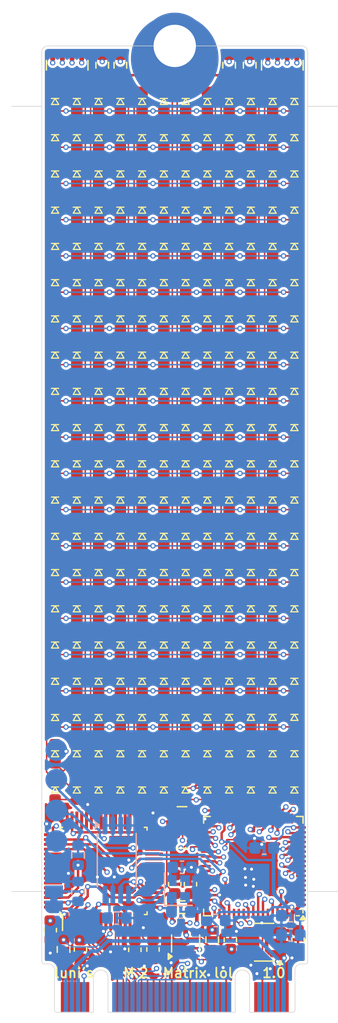
<source format=kicad_pcb>
(kicad_pcb (version 20241229) (generator "pcbnew") (generator_version "9.0")
  (title_block (comment 4 "AISLER Project ID: RGSCHCOM"))
  (layers (0 "F.Cu" signal) (4 "In1.Cu" signal) (6 "In2.Cu" signal) (2 "B.Cu" signal) (13 "F.Paste" user) (15 "B.Paste" user) (5 "F.SilkS" user "F.Silkscreen") (7 "B.SilkS" user "B.Silkscreen") (1 "F.Mask" user) (3 "B.Mask" user) (25 "Edge.Cuts" user))
  (net 0 "")
  (net 1 "VCC")
  (net 2 "GND")
  (net 3 "BOOT0")
  (net 4 "PA0")
  (net 5 "PA1")
  (net 6 "PA2")
  (net 7 "PA3")
  (net 8 "PA4")
  (net 9 "PA5")
  (net 10 "PA6")
  (net 11 "PA7")
  (net 13 "SWDIO")
  (net 14 "SWDCLK")
  (net 15 "USB1DP")
  (net 18 "USB1DM")
  (net 20 "/RST#")
  (net 21 "/PECK+")
  (net 22 "/PECK-")
  (net 24 "/PER+")
  (net 25 "/PER-")
  (net 26 "/PET-")
  (net 27 "/PET+")
  (net 48 "Net-(D121-K)")
  (net 49 "Net-(D122-K)")
  (net 50 "Net-(D123-K)")
  (net 51 "Net-(D124-K)")
  (net 52 "Net-(D125-K)")
  (net 53 "Net-(D126-K)")
  (net 57 "Net-(D127-K)")
  (net 58 "Net-(D128-K)")
  (net 59 "Net-(D129-K)")
  (net 60 "Net-(D130-K)")
  (net 61 "Net-(D131-K)")
  (net 62 "Net-(D132-K)")
  (net 76 "Net-(U2-PER0-)")
  (net 78 "Net-(U2-PER0+)")
  (net 82 "1V8")
  (net 83 "PC0")
  (net 84 "PC1")
  (net 85 "PC2")
  (net 86 "PC3")
  (net 87 "PC4")
  (net 88 "PC5")
  (net 89 "PC6")
  (net 90 "PC7")
  (net 91 "PC8")
  (net 92 "PC9")
  (net 93 "PC10")
  (net 94 "PC11")
  (net 102 "PB4")
  (net 103 "PB5")
  (net 104 "PB6")
  (net 105 "PB7")
  (net 106 "PB8")
  (net 107 "PB9")
  (net 108 "PB10")
  (net 109 "PB11")
  (net 110 "PB12")
  (net 111 "PB13")
  (net 112 "PB14")
  (net 113 "PB15")
  (net 119 "/RTS")
  (net 120 "/DTR")
  (net 121 "/RX")
  (net 122 "/TX")
  (net 136 "/CLK_32k")
  (net 138 "/RST_CH32#")
  (net 139 "Net-(U1-SCL)")
  (net 140 "/DSR")
  (net 141 "Net-(U1-XI)")
  (net 142 "Net-(U1-SDA)")
  (net 143 "/CKSEL")
  (net 144 "Net-(U1-MDPRT#)")
  (net 145 "/RI")
  (net 146 "1V8A")
  (net 147 "Net-(U1-XO)")
  (net 148 "/CTS")
  (net 149 "/DCD")
  (net 150 "Net-(U1-MDSEL)")
  (net 151 "Net-(U1-RREF)")
  (net 152 "/HDD_LED#")
  (net 153 "/WAKE#")
  (net 154 "/CLKREQ#")
  (net 156 "/BOOT1")
  (footprint "Basics:LED_0603" (layer "F.Cu") (at 126.35 50.85 -90)
    (property "Reference" "D124" (hide yes))
    (property "Value" "LEDdiag0603" (hide yes))
  )
  (footprint "Basics:LED_0603" (layer "F.Cu") (at 120.95 53.85 -90)
    (property "Reference" "D139" (hide yes))
    (property "Value" "LEDdiag0603" (hide yes))
  )
  (footprint "Basics:LED_0603" (layer "F.Cu") (at 119.15 65.85 -90)
    (property "Reference" "D188" (hide yes))
    (property "Value" "LEDdiag0603" (hide yes))
  )
  (footprint "Basics:LED_0603" (layer "F.Cu") (at 126.35 77.85 -90)
    (property "Reference" "D232" (hide yes))
    (property "Value" "LEDdiag0603" (hide yes))
  )
  (footprint "Basics:LED_0603" (layer "F.Cu") (at 128.15 77.85 -90)
    (property "Reference" "D231" (hide yes))
    (property "Value" "LEDdiag0603" (hide yes))
  )
  (footprint "Basics:LED_0603" (layer "F.Cu") (at 120.95 104.8525 -90)
    (property "Reference" "D343" (hide yes))
    (property "Value" "LEDdiag0603" (hide yes))
  )
  (footprint "Basics:LED_0603" (layer "F.Cu") (at 111.95 83.85 -90)
    (property "Reference" "D264" (hide yes))
    (property "Value" "LEDdiag0603" (hide yes))
  )
  (footprint "Basics:LED_0603" (layer "F.Cu") (at 122.75 65.85 -90)
    (property "Reference" "D186" (hide yes))
    (property "Value" "LEDdiag0603" (hide yes))
  )
  (footprint "Basics:LED_0603" (layer "F.Cu") (at 115.55 80.85 -90)
    (property "Reference" "D250" (hide yes))
    (property "Value" "LEDdiag0603" (hide yes))
  )
  (footprint "Basics:LED_0603" (layer "F.Cu") (at 129.95 86.85 -90)
    (property "Reference" "D266" (hide yes))
    (property "Value" "LEDdiag0603" (hide yes))
  )
  (footprint "Basics:LED_0603" (layer "F.Cu") (at 113.75 95.85 -90)
    (property "Reference" "D311" (hide yes))
    (property "Value" "LEDdiag0603" (hide yes))
  )
  (footprint "Basics:LED_0603" (layer "F.Cu") (at 115.55 74.85 -90)
    (property "Reference" "D226" (hide yes))
    (property "Value" "LEDdiag0603" (hide yes))
  )
  (footprint "Basics:LED_0603" (layer "F.Cu") (at 117.35 95.85 -90)
    (property "Reference" "D309" (hide yes))
    (property "Value" "LEDdiag0603" (hide yes))
  )
  (footprint "Basics:LED_0603" (layer "F.Cu") (at 119.15 68.85 -90)
    (property "Reference" "D200" (hide yes))
    (property "Value" "LEDdiag0603" (hide yes))
  )
  (footprint "Basics:LED_0603" (layer "F.Cu") (at 122.75 77.85 -90)
    (property "Reference" "D234" (hide yes))
    (property "Value" "LEDdiag0603" (hide yes))
  )
  (footprint "Basics:LED_0603" (layer "F.Cu") (at 119.15 104.85 -90)
    (property "Reference" "D344" (hide yes))
    (property "Value" "LEDdiag0603" (hide yes))
  )
  (footprint "Basics:LED_0603" (layer "F.Cu") (at 124.55 104.8525 -90)
    (property "Reference" "D341" (hide yes))
    (property "Value" "LEDdiag0603" (hide yes))
  )
  (footprint "Basics:LED_0603" (layer "F.Cu") (at 131.75 83.85 -90)
    (property "Reference" "D253" (hide yes))
    (property "Value" "LEDdiag0603" (hide yes))
  )
  (footprint "Basics:LED_0603" (layer "F.Cu") (at 117.35 83.85 -90)
    (property "Reference" "D261" (hide yes))
    (property "Value" "LEDdiag0603" (hide yes))
  )
  (footprint "Basics:LED_0603" (layer "F.Cu") (at 117.35 68.85 -90)
    (property "Reference" "D201" (hide yes))
    (property "Value" "LEDdiag0603" (hide yes))
  )
  (footprint "Basics:LED_0603" (layer "F.Cu") (at 129.95 95.85 -90)
    (property "Reference" "D302" (hide yes))
    (property "Value" "LEDdiag0603" (hide yes))
  )
  (footprint "Basics:LED_0603" (layer "F.Cu") (at 117.35 107.85 -90)
    (property "Reference" "D357" (hide yes))
    (property "Value" "LEDdiag0603" (hide yes))
  )
  (footprint "Basics:LED_0603" (layer "F.Cu") (at 115.55 65.85 -90)
    (property "Reference" "D190" (hide yes))
    (property "Value" "LEDdiag0603" (hide yes))
  )
  (footprint "Basics:LED_0603" (layer "F.Cu") (at 128.15 86.85 -90)
    (property "Reference" "D267" (hide yes))
    (property "Value" "LEDdiag0603" (hide yes))
  )
  (footprint "Basics:LED_0603" (layer "F.Cu") (at 111.95 71.85 -90)
    (property "Reference" "D216" (hide yes))
    (property "Value" "LEDdiag0603" (hide yes))
  )
  (footprint "Basics:LED_0603" (layer "F.Cu") (at 126.35 92.85 -90)
    (property "Reference" "D292" (hide yes))
    (property "Value" "LEDdiag0603" (hide yes))
  )
  (footprint "Capacitor_SMD:C_0603_1608Metric" (layer "F.Cu") (at 120.05 121.05 90)
    (property "Reference" "C2" (hide yes))
    (property "Value" "100n" (hide yes))
  )
  (footprint "Basics:LED_0603" (layer "F.Cu") (at 129.95 71.85 -90)
    (property "Reference" "D206" (hide yes))
    (property "Value" "LEDdiag0603" (hide yes))
  )
  (footprint "Basics:LED_0603" (layer "F.Cu") (at 124.55 50.85 -90)
    (property "Reference" "D125" (hide yes))
    (property "Value" "LEDdiag0603" (hide yes))
  )
  (footprint "Basics:LED_0603" (layer "F.Cu") (at 119.15 71.85 -90)
    (property "Reference" "D212" (hide yes))
    (property "Value" "LEDdiag0603" (hide yes))
  )
  (footprint "Basics:LED_0603" (layer "F.Cu") (at 120.95 98.85 -90)
    (property "Reference" "D319" (hide yes))
    (property "Value" "LEDdiag0603" (hide yes))
  )
  (footprint "Basics:LED_0603" (layer "F.Cu") (at 124.55 98.85 -90)
    (property "Reference" "D317" (hide yes))
    (property "Value" "LEDdiag0603" (hide yes))
  )
  (footprint "Basics:LED_0603" (layer "F.Cu") (at 124.55 89.85 -90)
    (property "Reference" "D281" (hide yes))
    (property "Value" "LEDdiag0603" (hide yes))
  )
  (footprint "Basics:LED_0603" (layer "F.Cu") (at 113.75 62.85 -90)
    (property "Reference" "D179" (hide yes))
    (property "Value" "LEDdiag0603" (hide yes))
  )
  (footprint "Basics:LED_0603" (layer "F.Cu") (at 111.95 53.85 -90)
    (property "Reference" "D144" (hide yes))
    (property "Value" "LEDdiag0603" (hide yes))
  )
  (footprint "Basics:LED_0603" (layer "F.Cu") (at 119.15 80.85 -90)
    (property "Reference" "D248" (hide yes))
    (property "Value" "LEDdiag0603" (hide yes))
  )
  (footprint "Basics:LED_0603" (layer "F.Cu") (at 122.75 86.85 -90)
    (property "Reference" "D270" (hide yes))
    (property "Value" "LEDdiag0603" (hide yes))
  )
  (footprint "Basics:LED_0603" (layer "F.Cu") (at 126.35 59.85 -90)
    (property "Reference" "D160" (hide yes))
    (property "Value" "LEDdiag0603" (hide yes))
  )
  (footprint "Basics:LED_0603" (layer "F.Cu") (at 113.75 77.85 -90)
    (property "Reference" "D239" (hide yes))
    (property "Value" "LEDdiag0603" (hide yes))
  )
  (footprint "Basics:LED_0603" (layer "F.Cu") (at 113.75 101.85 -90)
    (property "Reference" "D335" (hide yes))
    (property "Value" "LEDdiag0603" (hide yes))
  )
  (footprint "Basics:LED_0603" (layer "F.Cu") (at 119.15 95.85 -90)
    (property "Reference" "D308" (hide yes))
    (property "Value" "LEDdiag0603" (hide yes))
  )
  (footprint "M.2-Templates:M.2-B+M-KEY 2280" (layer "F.Cu") (at 121.85 126.25)
    (property "Reference" "U2" (hide yes))
    (property "Value" "M.2-B+M-KEY-PCIe" (hide yes))
    (fp_line (start -13.5 -75) (end -11 -75) (stroke (width 0.05588)) (layer "Edge.Cuts"))
    (fp_line (start -13.5 -10) (end -11 -10) (stroke (width 0.05588)) (layer "Edge.Cuts"))
    (fp_line (start -11 -79.5) (end -11 -4.2) (stroke (width 0.05)) (layer "Edge.Cuts"))
    (fp_line (start -10.8 -4) (end -10.45 -4) (stroke (width 0.05)) (layer "Edge.Cuts"))
    (fp_line (start -9.95 -3.5) (end -9.95 -0.2) (stroke (width 0.05)) (layer "Edge.Cuts"))
    (fp_line (start -6.725 -2.9) (end -6.725 0) (stroke (width 0.05)) (layer "Edge.Cuts"))
    (fp_line (start -6.725 0) (end -9.75 0) (stroke (width 0.05)) (layer "Edge.Cuts"))
    (fp_line (start -5.525 -2.9) (end -5.525 0) (stroke (width 0.05)) (layer "Edge.Cuts"))
    (fp_line (start -5.525 0) (end 5 0) (stroke (width 0.05)) (layer "Edge.Cuts"))
    (fp_line (start 5 -2.9) (end 5 0) (stroke (width 0.05)) (layer "Edge.Cuts"))
    (fp_line (start 6.2 -2.9) (end 6.2 0) (stroke (width 0.05)) (layer "Edge.Cuts"))
    (fp_line (start 6.2 0) (end 9.75 0) (stroke (width 0.05)) (layer "Edge.Cuts"))
    (fp_line (start 9.95 -0.2) (end 9.95 -3.5) (stroke (width 0.05)) (layer "Edge.Cuts"))
    (fp_line (start 10.45 -4) (end 10.8 -4) (stroke (width 0.05)) (layer "Edge.Cuts"))
    (fp_line (start 10.5 -80) (end -10.5 -80) (stroke (width 0.05)) (layer "Edge.Cuts"))
    (fp_line (start 11 -75) (end 13.5 -75) (stroke (width 0.05588)) (layer "Edge.Cuts"))
    (fp_line (start 11 -10) (end 13.5 -10) (stroke (width 0.05588)) (layer "Edge.Cuts"))
    (fp_line (start 11 -4.2) (end 11 -79.5) (stroke (width 0.05)) (layer "Edge.Cuts"))
    (fp_arc (start -11 -79.5) (mid -10.853553 -79.853553) (end -10.5 -80) (stroke (width 0.05)) (layer "Edge.Cuts"))
    (fp_arc (start -10.8 -4) (mid -10.941421 -4.058579) (end -11 -4.2) (stroke (width 0.05)) (layer "Edge.Cuts"))
    (fp_arc (start -10.45 -4) (mid -10.096447 -3.853553) (end -9.95 -3.5) (stroke (width 0.05)) (layer "Edge.Cuts"))
    (fp_arc (start -9.75 0) (mid -9.891421 -0.058579) (end -9.95 -0.2) (stroke (width 0.05)) (layer "Edge.Cuts"))
    (fp_arc (start -6.725 -2.9) (mid -6.549264 -3.324264) (end -6.125 -3.5) (stroke (width 0.05)) (layer "Edge.Cuts"))
    (fp_arc (start -6.125 -3.5) (mid -5.700736 -3.324264) (end -5.525 -2.9) (stroke (width 0.05)) (layer "Edge.Cuts"))
    (fp_arc (start 5 -2.9) (mid 5.175736 -3.324264) (end 5.6 -3.5) (stroke (width 0.05)) (layer "Edge.Cuts"))
    (fp_arc (start 5.6 -3.5) (mid 6.024264 -3.324264) (end 6.2 -2.9) (stroke (width 0.05)) (layer "Edge.Cuts"))
    (fp_arc (start 9.95 -3.5) (mid 10.096447 -3.853553) (end 10.45 -4) (stroke (width 0.05)) (layer "Edge.Cuts"))
    (fp_arc (start 9.95 -0.2) (mid 9.891421 -0.058579) (end 9.75 0) (stroke (width 0.05)) (layer "Edge.Cuts"))
    (fp_arc (start 10.5 -80) (mid 10.853553 -79.853553) (end 11 -79.5) (stroke (width 0.05)) (layer "Edge.Cuts"))
    (fp_arc (start 11 -4.2) (mid 10.941421 -4.058579) (end 10.8 -4) (stroke (width 0.05)) (layer "Edge.Cuts"))
  )
  (footprint "Basics:LED_0603" (layer "F.Cu") (at 128.15 74.85 -90)
    (property "Reference" "D219" (hide yes))
    (property "Value" "LEDdiag0603" (hide yes))
  )
  (footprint "Basics:LED_0603" (layer "F.Cu") (at 113.75 71.85 -90)
    (property "Reference" "D215" (hide yes))
    (property "Value" "LEDdiag0603" (hide yes))
  )
  (footprint "Basics:LED_0603" (layer "F.Cu") (at 119.15 92.85 -90)
    (property "Reference" "D296" (hide yes))
    (property "Value" "LEDdiag0603" (hide yes))
  )
  (footprint "Basics:LED_0603" (layer "F.Cu") (at 129.95 65.85 -90)
    (property "Reference" "D182" (hide yes))
    (property "Value" "LEDdiag0603" (hide yes))
  )
  (footprint "Basics:LED_0603" (layer "F.Cu") (at 111.95 86.85 -90)
    (property "Reference" "D276" (hide yes))
    (property "Value" "LEDdiag0603" (hide yes))
  )
  (footprint "Resistor_SMD:R_0603_1608Metric" (layer "F.Cu") (at 117.35 47.85 90)
    (property "Reference" "R15" (hide yes))
    (property "Value" "1k" (hide yes))
  )
  (footprint "Basics:LED_0603" (layer "F.Cu") (at 115.55 56.85 -90)
    (property "Reference" "D154" (hide yes))
    (property "Value" "LEDdiag0603" (hide yes))
  )
  (footprint "Basics:LED_0603" (layer "F.Cu") (at 111.95 95.85 -90)
    (property "Reference" "D312" (hide yes))
    (property "Value" "LEDdiag0603" (hide yes))
  )
  (footprint "Basics:LED_0603" (layer "F.Cu") (at 122.75 95.85 -90)
    (property "Reference" "D306" (hide yes))
    (property "Value" "LEDdiag0603" (hide yes))
  )
  (footprint "Capacitor_SMD:C_0603_1608Metric" (layer "F.Cu") (at 114.05 121.05 90)
    (property "Reference" "C12" (hide yes))
    (property "Value" "100n" (hide yes))
  )
  (footprint "Basics:LED_0603" (layer "F.Cu") (at 128.15 92.85 -90)
    (property "Reference" "D291" (hide yes))
    (property "Value" "LEDdiag0603" (hide yes))
  )
  (footprint "Basics:LED_0603" (layer "F.Cu") (at 126.35 89.85 -90)
    (property "Reference" "D280" (hide yes))
    (property "Value" "LEDdiag0603" (hide yes))
  )
  (footprint "Basics:LED_0603" (layer "F.Cu") (at 113.75 74.85 -90)
    (property "Reference" "D227" (hide yes))
    (property "Value" "LEDdiag0603" (hide yes))
  )
  (footprint "Basics:LED_0603" (layer "F.Cu") (at 119.15 50.85 -90)
    (property "Reference" "D128" (hide yes))
    (property "Value" "LEDdiag0603" (hide yes))
  )
  (footprint "Basics:LED_0603" (layer "F.Cu") (at 111.95 80.85 -90)
    (property "Reference" "D252" (hide yes))
    (property "Value" "LEDdiag0603" (hide yes))
  )
  (footprint "Basics:LED_0603" (layer "F.Cu") (at 113.75 59.85 -90)
    (property "Reference" "D167" (hide yes))
    (property "Value" "LEDdiag0603" (hide yes))
  )
  (footprint "Basics:LED_0603" (layer "F.Cu") (at 124.55 53.85 -90)
    (property "Reference" "D137" (hide yes))
    (property "Value" "LEDdiag0603" (hide yes))
  )
  (footprint "Basics:LED_0603" (layer "F.Cu") (at 122.75 62.85 -90)
    (property "Reference" "D174" (hide yes))
    (property "Value" "LEDdiag0603" (hide yes))
  )
  (footprint "Basics:LED_0603" (layer "F.Cu") (at 117.35 77.85 -90)
    (property "Reference" "D237" (hide yes))
    (property "Value" "LEDdiag0603" (hide yes))
  )
  (footprint "Basics:LED_0603" (layer "F.Cu") (at 115.55 59.85 -90)
    (property "Reference" "D166" (hide yes))
    (property "Value" "LEDdiag0603" (hide yes))
  )
  (footprint "Basics:LED_0603" (layer "F.Cu") (at 113.75 83.85 -90)
    (property "Reference" "D263" (hide yes))
    (property "Value" "LEDdiag0603" (hide yes))
  )
  (footprint "Capacitor_SMD:C_0603_1608Metric" (layer "F.Cu") (at 132.05 120.25 90)
    (property "Reference" "C8" (hide yes))
    (property "Value" "10u" (hide yes))
  )
  (footprint "Basics:LED_0603" (layer "F.Cu") (at 120.95 77.85 -90)
    (property "Reference" "D235" (hide yes))
    (property "Value" "LEDdiag0603" (hide yes))
  )
  (footprint "Basics:LED_0603" (layer "F.Cu") (at 129.95 62.85 -90)
    (property "Reference" "D170" (hide yes))
    (property "Value" "LEDdiag0603" (hide yes))
  )
  (footprint "Basics:LED_0603" (layer "F.Cu") (at 129.95 53.85 -90)
    (property "Reference" "D134" (hide yes))
    (property "Value" "LEDdiag0603" (hide yes))
  )
  (footprint "Basics:LED_0603" (layer "F.Cu") (at 131.75 71.85 -90)
    (property "Reference" "D205" (hide yes))
    (property "Value" "LEDdiag0603" (hide yes))
  )
  (footprint "Basics:LED_0603" (layer "F.Cu") (at 124.55 74.85 -90)
    (property "Reference" "D221" (hide yes))
    (property "Value" "LEDdiag0603" (hide yes))
  )
  (footprint "Basics:LED_0603" (layer "F.Cu") (at 126.35 56.85 -90)
    (property "Reference" "D148" (hide yes))
    (property "Value" "LEDdiag0603" (hide yes))
  )
  (footprint "Basics:LED_0603" (layer "F.Cu") (at 126.35 53.85 -90)
    (property "Reference" "D136" (hide yes))
    (property "Value" "LEDdiag0603" (hide yes))
  )
  (footprint "Basics:LED_0603" (layer "F.Cu") (at 120.95 80.85 -90)
    (property "Reference" "D247" (hide yes))
    (property "Value" "LEDdiag0603" (hide yes))
  )
  (footprint "Basics:LED_0603" (layer "F.Cu") (at 117.35 80.85 -90)
    (property "Reference" "D249" (hide yes))
    (property "Value" "LEDdiag0603" (hide yes))
  )
  (footprint "Basics:LED_0603" (layer "F.Cu") (at 128.15 107.85 -90)
    (property "Reference" "D351" (hide yes))
    (property "Value" "LEDdiag0603" (hide yes))
  )
  (footprint "Basics:LED_0603" (layer "F.Cu") (at 117.35 92.85 -90)
    (property "Reference" "D297" (hide yes))
    (property "Value" "LEDdiag0603" (hide yes))
  )
  (footprint "Basics:LED_0603" (layer "F.Cu") (at 113.75 50.85 -90)
    (property "Reference" "D131" (hide yes))
    (property "Value" "LEDdiag0603" (hide yes))
  )
  (footprint "Basics:LED_0603" (layer "F.Cu") (at 113.75 65.85 -90)
    (property "Reference" "D191" (hide yes))
    (property "Value" "LEDdiag0603" (hide yes))
  )
  (footprint "Basics:LED_0603" (layer "F.Cu") (at 129.95 56.85 -90)
    (property "Reference" "D146" (hide yes))
    (property "Value" "LEDdiag0603" (hide yes))
  )
  (footprint "Basics:LED_0603" (layer "F.Cu") (at 126.35 98.85 -90)
    (property "Reference" "D316" (hide yes))
    (property "Value" "LEDdiag0603" (hide yes))
  )
  (footprint "Basics:LED_0603" (layer "F.Cu") (at 119.15 53.85 -90)
    (property "Reference" "D140" (hide yes))
    (property "Value" "LEDdiag0603" (hide yes))
  )
  (footprint "Basics:LED_0603" (layer "F.Cu") (at 111.95 56.85 -90)
    (property "Reference" "D156" (hide yes))
    (property "Value" "LEDdiag0603" (hide yes))
  )
  (footprint "Basics:LED_0603" (layer "F.Cu") (at 122.75 74.85 -90)
    (property "Reference" "D222" (hide yes))
    (property "Value" "LEDdiag0603" (hide yes))
  )
  (footprint "Basics:LED_0603" (layer "F.Cu") (at 128.15 89.85 -90)
    (property "Reference" "D279" (hide yes))
    (property "Value" "LEDdiag0603" (hide yes))
  )
  (footprint "Basics:LED_0603" (layer "F.Cu") (at 124.55 92.85 -90)
    (property "Reference" "D293" (hide yes))
    (property "Value" "LEDdiag0603" (hide yes))
  )
  (footprint "Basics:LED_0603" (layer "F.Cu") (at 119.15 86.85 -90)
    (property "Reference" "D272" (hide yes))
    (property "Value" "LEDdiag0603" (hide yes))
  )
  (footprint "Basics:LED_0603" (layer "F.Cu") (at 119.15 83.85 -90)
    (property "Reference" "D260" (hide yes))
    (property "Value" "LEDdiag0603" (hide yes))
  )
  (footprint "Basics:LED_0603" (layer "F.Cu") (at 115.55 104.85 -90)
    (property "Reference" "D346" (hide yes))
    (property "Value" "LEDdiag0603" (hide yes))
  )
  (footprint "Basics:LED_0603" (layer "F.Cu") (at 115.55 89.85 -90)
    (property "Reference" "D286" (hide yes))
    (property "Value" "LEDdiag0603" (hide yes))
  )
  (footprint "Basics:LED_0603" (layer "F.Cu") (at 115.55 98.85 -90)
    (property "Reference" "D322" (hide yes))
    (property "Value" "LEDdiag0603" (hide yes))
  )
  (footprint "Basics:LED_0603" (layer "F.Cu") (at 128.15 95.85 -90)
    (property "Reference" "D303" (hide yes))
    (property "Value" "LEDdiag0603" (hide yes))
  )
  (footprint "Basics:LED_0603" (layer "F.Cu") (at 128.15 104.8525 -90)
    (property "Reference" "D339" (hide yes))
    (property "Value" "LEDdiag0603" (hide yes))
  )
  (footprint "Capacitor_SMD:C_0603_1608Metric" (layer "F.Cu") (at 123.15 115.65 90)
    (property "Reference" "C24" (hide yes))
    (property "Value" "100n" (hide yes))
  )
  (footprint "Basics:LED_0603" (layer "F.Cu") (at 117.35 53.85 -90)
    (property "Reference" "D141" (hide yes))
    (property "Value" "LEDdiag0603" (hide yes))
  )
  (footprint "Basics:LED_0603" (layer "F.Cu") (at 122.75 53.85 -90)
    (property "Reference" "D138" (hide yes))
    (property "Value" "LEDdiag0603" (hide yes))
  )
  (footprint "Basics:LED_0603" (layer "F.Cu") (at 122.75 104.8525 -90)
    (property "Reference" "D342" (hide yes))
    (property "Value" "LEDdiag0603" (hide yes))
  )
  (footprint "Basics:LED_0603" (layer "F.Cu") (at 117.35 98.85 -90)
    (property "Reference" "D321" (hide yes))
    (property "Value" "LEDdiag0603" (hide yes))
  )
  (footprint "Basics:LED_0603" (layer "F.Cu") (at 131.75 89.85 -90)
    (property "Reference" "D277" (hide yes))
    (property "Value" "LEDdiag0603" (hide yes))
  )
  (footprint "Basics:LED_0603" (layer "F.Cu") (at 113.75 98.85 -90)
    (property "Reference" "D323" (hide yes))
    (property "Value" "LEDdiag0603" (hide yes))
  )
  (footprint "Basics:LED_0603" (layer "F.Cu") (at 117.35 74.85 -90)
    (property "Reference" "D225" (hide yes))
    (property "Value" "LEDdiag0603" (hide yes))
  )
  (footprint "Basics:LED_0603" (layer "F.Cu") (at 129.95 50.85 -90)
    (property "Reference" "D122" (hide yes))
    (property "Value" "LEDdiag0603" (hide yes))
  )
  (footprint "Basics:LED_0603" (layer "F.Cu") (at 119.15 98.85 -90)
    (property "Reference" "D320" (hide yes))
    (property "Value" "LEDdiag0603" (hide yes))
  )
  (footprint "Basics:LED_0603" (layer "F.Cu") (at 131.75 50.85 -90)
    (property "Reference" "D121" (hide yes))
    (property "Value" "LEDdiag0603" (hide yes))
  )
  (footprint "Basics:LED_0603" (layer "F.Cu") (at 120.95 89.85 -90)
    (property "Reference" "D283" (hide yes))
    (property "Value" "LEDdiag0603" (hide yes))
  )
  (footprint "Basics:LED_0603" (layer "F.Cu") (at 131.75 95.85 -90)
    (property "Reference" "D301" (hide yes))
    (property "Value" "LEDdiag0603" (hide yes))
  )
  (footprint "Basics:LED_0603" (layer "F.Cu") (at 115.55 50.85 -90)
    (property "Reference" "D130" (hide yes))
    (property "Value" "LEDdiag0603" (hide yes))
  )
  (footprint "Basics:LED_0603" (layer "F.Cu") (at 131.75 68.85 -90)
    (property "Reference" "D193" (hide yes))
    (property "Value" "LEDdiag0603" (hide yes))
  )
  (footprint "Basics:LED_0603" (layer "F.Cu") (at 124.55 71.85 -90)
    (property "Reference" "D209" (hide yes))
    (property "Value" "LEDdiag0603" (hide yes))
  )
  (footprint "Basics:LED_0603" (layer "F.Cu") (at 113.75 92.85 -90)
    (property "Reference" "D299" (hide yes))
    (property "Value" "LEDdiag0603" (hide yes))
  )
  (footprint "Capacitor_SMD:C_0603_1608Metric" (layer "F.Cu") (at 111.55 119.45 90)
    (property "Reference" "C10" (hide yes))
    (property "Value" "100n")
  )
  (footprint "Basics:LED_0603" (layer "F.Cu") (at 119.15 77.85 -90)
    (property "Reference" "D236" (hide yes))
    (property "Value" "LEDdiag0603" (hide yes))
  )
  (footprint "Basics:LED_0603" (layer "F.Cu") (at 124.55 77.85 -90)
    (property "Reference" "D233" (hide yes))
    (property "Value" "LEDdiag0603" (hide yes))
  )
  (footprint "Basics:LED_0603" (layer "F.Cu") (at 111.95 107.85 -90)
    (property "Reference" "D360" (hide yes))
    (property "Value" "LEDdiag0603" (hide yes))
  )
  (footprint "Basics:LED_0603" (layer "F.Cu") (at 122.75 92.85 -90)
    (property "Reference" "D294" (hide yes))
    (property "Value" "LEDdiag0603" (hide yes))
  )
  (footprint "Basics:LED_0603" (layer "F.Cu") (at 128.15 56.85 -90)
    (property "Reference" "D147" (hide yes))
    (property "Value" "LEDdiag0603" (hide yes))
  )
  (footprint "Basics:LED_0603" (layer "F.Cu") (at 120.95 62.85 -90)
    (property "Reference" "D175" (hide yes))
    (property "Value" "LEDdiag0603" (hide yes))
  )
  (footprint "Basics:LED_0603" (layer "F.Cu") (at 115.55 77.85 -90)
    (property "Reference" "D238" (hide yes))
    (property "Value" "LEDdiag0603" (hide yes))
  )
  (footprint "Basics:LED_0603" (layer "F.Cu") (at 119.15 59.85 -90)
    (property "Reference" "D164" (hide yes))
    (property "Value" "LEDdiag0603" (hide yes))
  )
  (footprint "Basics:LED_0603" (layer "F.Cu") (at 129.95 74.85 -90)
    (property "Reference" "D218" (hide yes))
    (property "Value" "LEDdiag0603" (hide yes))
  )
  (footprint "Basics:LED_0603" (layer "F.Cu") (at 119.15 62.85 -90)
    (property "Reference" "D176" (hide yes))
    (property "Value" "LEDdiag0603" (hide yes))
  )
  (footprint "Resistor_SMD:R_0603_1608Metric" (layer "F.Cu") (at 124.95 120.25 90)
    (property "Reference" "R8" (hide yes))
    (property "Value" "1k" (hide yes))
  )
  (footprint "Basics:LED_0603" (layer "F.Cu") (at 131.75 77.85 -90)
    (property "Reference" "D229" (hide yes))
    (property "Value" "LEDdiag0603" (hide yes))
  )
  (footprint "Basics:LED_0603" (layer "F.Cu") (at 131.75 86.85 -90)
    (property "Reference" "D265" (hide yes))
    (property "Value" "LEDdiag0603" (hide yes))
  )
  (footprint "Basics:LED_0603" (layer "F.Cu") (at 129.95 101.8375 -90)
    (property "Reference" "D326" (hide yes))
    (property "Value" "LEDdiag0603" (hide yes))
  )
  (footprint "Basics:LED_0603" (layer "F.Cu") (at 131.75 107.85 -90)
    (property "Reference" "D349" (hide yes))
    (property "Value" "LEDdiag0603" (hide yes))
  )
  (footprint "Basics:LED_0603" (layer "F.Cu") (at 129.95 98.85 -90)
    (property "Reference" "D314" (hide yes))
    (property "Value" "LEDdiag0603" (hide yes))
  )
  (footprint "Basics:LED_0603" (layer "F.Cu") (at 131.75 92.85 -90)
    (property "Reference" "D289" (hide yes))
    (property "Value" "LEDdiag0603" (hide yes))
  )
  (footprint "Basics:LED_0603" (layer "F.Cu") (at 111.95 50.85 -90)
    (property "Reference" "D132" (hide yes))
    (property "Value" "LEDdiag0603" (hide yes))
  )
  (footprint "Basics:LED_0603" (layer "F.Cu") (at 111.95 92.85 -90)
    (property "Reference" "D300" (hide yes))
    (property "Value" "LEDdiag0603" (hide yes))
  )
  (footprint "Basics:LED_0603" (layer "F.Cu") (at 120.95 74.85 -90)
    (property "Reference" "D223" (hide yes))
    (property "Value" "LEDdiag0603" (hide yes))
  )
  (footprint "Basics:LED_0603" (layer "F.Cu") (at 126.35 86.85 -90)
    (property "Reference" "D268" (hide yes))
    (property "Value" "LEDdiag0603" (hide yes))
  )
  (footprint "Basics:LED_0603" (layer "F.Cu") (at 131.75 65.85 -90)
    (property "Reference" "D181" (hide yes))
    (property "Value" "LEDdiag0603" (hide yes))
  )
  (footprint "Basics:LED_0603" (layer "F.Cu") (at 129.95 104.8525 -90)
    (property "Reference" "D338" (hide yes))
    (property "Value" "LEDdiag0603" (hide yes))
  )
  (footprint "Basics:LED_0603" (layer "F.Cu") (at 122.75 89.85 -90)
    (property "Reference" "D282" (hide yes))
    (property "Value" "LEDdiag0603" (hide yes))
  )
  (footprint "Basics:LED_0603" (layer "F.Cu") (at 131.75 80.85 -90)
    (property "Reference" "D241" (hide yes))
    (property "Value" "LEDdiag0603" (hide yes))
  )
  (footprint "Basics:LED_0603" (layer "F.Cu") (at 124.55 86.85 -90)
    (property "Reference" "D269" (hide yes))
    (property "Value" "LEDdiag0603" (hide yes))
  )
  (footprint "Basics:LED_0603" (layer "F.Cu") (at 131.75 62.85 -90)
    (property "Reference" "D169" (hide yes))
    (property "Value" "LEDdiag0603" (hide yes))
  )
  (footprint "Basics:LED_0603" (layer "F.Cu") (at 122.75 98.85 -90)
    (property "Reference" "D318" (hide yes))
    (property "Value" "LEDdiag0603" (hide yes))
  )
  (footprint "Basics:LED_0603" (layer "F.Cu") (at 122.75 80.85 -90)
    (property "Reference" "D246" (hide yes))
    (property "Value" "LEDdiag0603" (hide yes))
  )
  (footprint "Basics:LED_0603" (layer "F.Cu") (at 128.15 50.85 -90)
    (property "Reference" "D123" (hide yes))
    (property "Value" "LEDdiag0603" (hide yes))
  )
  (footprint "Basics:LED_0603" (layer "F.Cu") (at 113.75 80.85 -90)
    (property "Reference" "D251" (hide yes))
    (property "Value" "LEDdiag0603" (hide yes))
  )
  (footprint "Basics:LED_0603" (layer "F.Cu") (at 120.95 65.85 -90)
    (property "Reference" "D187" (hide yes))
    (property "Value" "LEDdiag0603" (hide yes))
  )
  (footprint "Basics:LED_0603" (layer "F.Cu") (at 120.95 86.85 -90)
    (property "Reference" "D271" (hide yes))
    (property "Value" "LEDdiag0603" (hide yes))
  )
  (footprint "Basics:LED_0603" (layer "F.Cu") (at 113.75 107.85 -90)
    (property "Reference" "D359" (hide yes))
    (property "Value" "LEDdiag0603" (hide yes))
  )
  (footprint "Basics:LED_0603" (layer "F.Cu") (at 129.95 89.85 -90)
    (property "Reference" "D278" (hide yes))
    (property "Value" "LEDdiag0603" (hide yes))
  )
  (footprint "Basics:LED_0603" (layer "F.Cu") (at 126.35 71.85 -90)
    (property "Reference" "D208" (hide yes))
    (property "Value" "LEDdiag0603" (hide yes))
  )
  (footprint "Basics:LED_0603" (layer "F.Cu") (at 122.75 56.85 -90)
    (property "Reference" "D150" (hide yes))
    (property "Value" "LEDdiag0603" (hide yes))
  )
  (footprint "Basics:LED_0603" (layer "F.Cu") (at 128.15 65.85 -90)
    (property "Reference" "D183" (hide yes))
    (property "Value" "LEDdiag0603" (hide yes))
  )
  (footprint "Basics:LED_0603" (layer "F.Cu") (at 126.35 65.85 -90)
    (property "Reference" "D184" (hide yes))
    (property "Value" "LEDdiag0603" (hide yes))
  )
  (footprint "Basics:LED_0603" (layer "F.Cu") (at 111.95 98.85 -90)
    (property "Reference" "D324" (hide yes))
    (property "Value" "LEDdiag0603" (hide yes))
  )
  (footprint "Basics:LED_0603" (layer "F.Cu") (at 124.55 68.85 -90)
    (property "Reference" "D197" (hide yes))
    (property "Value" "LEDdiag0603" (hide yes))
  )
  (footprint "Basics:LED_0603" (layer "F.Cu") (at 111.95 62.85 -90)
    (property "Reference" "D180" (hide yes))
    (property "Value" "LEDdiag0603" (hide yes))
  )
  (footprint "Capacitor_SMD:C_0603_1608Metric" (layer "F.Cu") (at 126.45 120.25 -90)
    (property "Reference" "C11" (hide yes))
    (property "Value" "10u" (hide yes))
  )
  (footprint "Basics:LED_0603" (layer "F.Cu") (at 113.75 56.85 -90)
    (property "Reference" "D155" (hide yes))
    (property "Value" "LEDdiag0603" (hide yes))
  )
  (footprint "Basics:LED_0603" (layer "F.Cu") (at 128.15 101.8375 -90)
    (property "Reference" "D327" (hide yes))
    (property "Value" "LEDdiag0603" (hide yes))
  )
  (footprint "Basics:LED_0603" (layer "F.Cu") (at 119.15 74.85 -90)
    (property "Reference" "D224" (hide yes))
    (property "Value" "LEDdiag0603" (hide yes))
  )
  (footprint "Basics:LED_0603" (layer "F.Cu") (at 129.95 107.85 -90)
    (property "Reference" "D350" (hide yes))
    (property "Value" "LEDdiag0603" (hide yes))
  )
  (footprint "Basics:LED_0603" (layer "F.Cu") (at 128.15 68.8375 -90)
    (property "Reference" "D195" (hide yes))
    (property "Value" "LEDdiag0603" (hide yes))
  )
  (footprint "Basics:LED_0603" (layer "F.Cu") (at 115.55 53.85 -90)
    (property "Reference" "D142" (hide yes))
    (property "Value" "LEDdiag0603" (hide yes))
  )
  (footprint "Basics:LED_0603" (layer "F.Cu") (at 117.35 56.85 -90)
    (property "Reference" "D153" (hide yes))
    (property "Value" "LEDdiag0603" (hide yes))
  )
  (footprint "Basics:LED_0603" (layer "F.Cu") (at 126.35 68.85 -90)
    (property "Reference" "D196" (hide yes))
    (property "Value" "LEDdiag0603" (hide yes))
  )
  (footprint "Basics:LED_0603" (layer "F.Cu") (at 128.15 62.85 -90)
    (property "Reference" "D171" (hide yes))
    (property "Value" "LEDdiag0603" (hide yes))
  )
  (footprint "Package_TO_SOT_SMD:SOT-23-5" (layer "F.Cu") (at 129.25 120.45 180)
    (property "Reference" "U6" (hide yes))
    (property "Value" "AP2112K-1.8" (hide yes))
  )
  (footprint "Basics:LED_0603" (layer "F.Cu") (at 126.35 83.85 -90)
    (property "Reference" "D256" (hide yes))
    (property "Value" "LEDdiag0603" (hide yes))
  )
  (footprint "Basics:LED_0603" (layer "F.Cu") (at 111.95 68.85 -90)
    (property "Reference" "D204" (hide yes))
    (property "Value" "LEDdiag0603" (hide yes))
  )
  (footprint "Basics:LED_0603" (layer "F.Cu") (at 115.55 107.85 -90)
    (property "Reference" "D358" (hide yes))
    (property "Value" "LEDdiag0603" (hide yes))
  )
  (footprint "Basics:LED_0603" (layer "F.Cu") (at 117.35 71.85 -90)
    (property "Reference" "D213" (hide yes))
    (property "Value" "LEDdiag0603" (hide yes))
  )
  (footprint "Basics:LED_0603" (layer "F.Cu") (at 111.95 89.85 -90)
    (property "Reference" "D288" (hide yes))
    (property "Value" "LEDdiag0603" (hide yes))
  )
  (footprint "Basics:LED_0603" (layer "F.Cu") (at 120.95 68.85 -90)
    (property "Reference" "D199" (hide yes))
    (property "Value" "LEDdiag0603" (hide yes))
  )
  (footprint "Basics:LED_0603" (layer "F.Cu") (at 120.95 56.85 -90)
    (property "Reference" "D151" (hide yes))
    (property "Value" "LEDdiag0603" (hide yes))
  )
  (footprint "Resistor_SMD:R_Array_Concave_4x0603" (layer "F.Cu") (at 112.95 47.85 90)
    (property "Reference" "RN6" (hide yes))
    (property "Value" "1k" (hide yes))
  )
  (footprint "Basics:LED_0603" (layer "F.Cu") (at 120.95 101.85 -90)
    (property "Reference" "D331" (hide yes))
    (property "Value" "LEDdiag0603" (hide yes))
  )
  (footprint "Basics:LED_0603" (layer "F.Cu") (at 111.95 65.85 -90)
    (property "Reference" "D192" (hide yes))
    (property "Value" "LEDdiag0603" (hide yes))
  )
  (footprint "Basics:LED_0603" (layer "F.Cu") (at 124.55 83.85 -90)
    (property "Reference" "D257" (hide yes))
    (property "Value" "LEDdiag0603" (hide yes))
  )
  (footprint "Basics:LED_0603" (layer "F.Cu") (at 115.55 101.85 -90)
    (property "Reference" "D334" (hide yes))
    (property "Value" "LEDdiag0603" (hide yes))
  )
  (footprint "Basics:LED_0603" (layer "F.Cu") (at 124.55 95.85 -90)
    (property "Reference" "D305" (hide yes))
    (property "Value" "LEDdiag0603" (hide yes))
  )
  (footprint "Basics:LED_0603" (layer "F.Cu") (at 131.75 101.8375 -90)
    (property "Reference" "D325" (hide yes))
    (property "Value" "LEDdiag0603" (hide yes))
  )
  (footprint "Basics:LED_0603" (layer "F.Cu") (at 117.35 59.85 -90)
    (property "Reference" "D165" (hide yes))
    (property "Value" "LEDdiag0603" (hide yes))
  )
  (footprint "Basics:LED_0603" (layer "F.Cu") (at 131.75 104.85 -90)
    (property "Reference" "D337" (hide yes))
    (property "Value" "LEDdiag0603" (hide yes))
  )
  (footprint "Basics:LED_0603" (layer "F.Cu") (at 122.75 50.85 -90)
    (property "Reference" "D126" (hide yes))
    (property "Value" "LEDdiag0603" (hide yes))
  )
  (footprint "Basics:LED_0603" (layer "F.Cu") (at 126.35 62.85 -90)
    (property "Reference" "D172" (hide yes))
    (property "Value" "LEDdiag0603" (hide yes))
  )
  (footprint "Basics:LED_0603" (layer "F.Cu") (at 131.75 98.85 -90)
    (property "Reference" "D313" (hide yes))
    (property "Value" "LEDdiag0603" (hide yes))
  )
  (footprint "Basics:LED_0603" (layer "F.Cu") (at 117.35 89.85 -90)
    (property "Reference" "D285" (hide yes))
    (property "Value" "LEDdiag0603" (hide yes))
  )
  (footprint "Basics:LED_0603" (layer "F.Cu") (at 120.95 59.85 -90)
    (property "Reference" "D163" (hide yes))
    (property "Value" "LEDdiag0603" (hide yes))
  )
  (footprint "Basics:LED_0603" (layer "F.Cu") (at 122.75 101.85 -90)
    (property "Reference" "D330" (hide yes))
    (property "Value" "LEDdiag0603" (hide yes))
  )
  (footprint "Package_TO_SOT_SMD:SOT-363_SC-70-6" (layer "F.Cu") (at 122.75 120.55 90)
    (property "Reference" "Q1" (hide yes))
    (property "Value" "UMH3N" (hide yes))
  )
  (footprint "Resistor_SMD:R_0603_1608Metric" (layer "F.Cu") (at 126.35 47.85 90)
    (property "Reference" "R14" (hide yes))
    (property "Value" "1k" (hide yes))
  )
  (footprint "Basics:LED_0603" (layer "F.Cu") (at 129.95 68.85 -90)
    (property "Reference" "D194" (hide yes))
    (property "Value" "LEDdiag0603" (hide yes))
  )
  (footprint "Basics:LED_0603" (layer "F.Cu") (at 128.15 53.85 -90)
    (property "Reference" "D135" (hide yes))
    (property "Value" "LEDdiag0603" (hide yes))
  )
  (footprint "Basics:LED_0603" (layer "F.Cu") (at 115.55 71.85 -90)
    (property "Reference" "D214" (hide yes))
    (property "Value" "LEDdiag0603" (hide yes))
  )
  (footprint "Basics:LED_0603" (layer "F.Cu") (at 113.75 53.85 -90)
    (property "Reference" "D143" (hide yes))
    (property "Value" "LEDdiag0603" (hide yes))
  )
  (footprint "Basics:LED_0603" (layer "F.Cu") (at 129.95 80.85 -90)
    (property "Reference" "D242" (hide yes))
    (property "Value" "LEDdiag0603" (hide yes))
  )
  (footprint "Basics:LED_0603" (layer "F.Cu") (at 128.15 80.85 -90)
    (property "Reference" "D243" (hide yes))
    (property "Value" "LEDdiag0603" (hide yes))
  )
  (footprint "Basics:LED_0603" (layer "F.Cu") (at 126.35 80.85 -90)
    (property "Reference" "D244" (hide yes))
    (property "Value" "LEDdiag0603" (hide yes))
  )
  (footprint "Basics:LED_0603" (layer "F.Cu") (at 119.15 101.85 -90)
    (property "Reference" "D332" (hide yes))
    (property "Value" "LEDdiag0603" (hide yes))
  )
  (footprint "Basics:LED_0603" (layer "F.Cu") (at 124.55 80.85 -90)
    (property "Reference" "D245" (hide yes))
    (property "Value" "LEDdiag0603" (hide yes))
  )
  (footprint "Basics:LED_0603" (layer "F.Cu") (at 124.55 59.85 -90)
    (property "Reference" "D161" (hide yes))
    (property "Value" "LEDdiag0603" (hide yes))
  )
  (footprint "Basics:LED_0603" (layer "F.Cu") (at 113.75 89.85 -90)
    (property "Reference" "D287" (hide yes))
    (property "Value" "LEDdiag0603" (hide yes))
  )
  (footprint "Resistor_SMD:R_0603_1608Metric" (layer "F.Cu") (at 128.05 47.85 90)
    (property "Reference" "R13" (hide yes))
    (property "Value" "1k" (hide yes))
  )
  (footprint "Basics:LED_0603" (layer "F.Cu") (at 119.15 56.85 -90)
    (property "Reference" "D152" (hide yes))
    (property "Value" "LEDdiag0603" (hide yes))
  )
  (footprint "Basics:LED_0603" (layer "F.Cu") (at 111.95 59.85 -90)
    (property "Reference" "D168" (hide yes))
    (property "Value" "LEDdiag0603" (hide yes))
  )
  (footprint "Basics:LED_0603" (layer "F.Cu") (at 117.35 50.85 -90)
    (property "Reference" "D129" (hide yes))
    (property "Value" "LEDdiag0603" (hide yes))
  )
  (footprint "Basics:LED_0603" (layer "F.Cu") (at 120.95 83.85 -90)
    (property "Reference" "D259" (hide yes))
    (property "Value" "LEDdiag0603" (hide yes))
  )
  (footprint "Basics:LED_0603" (layer "F.Cu") (at 131.75 59.85 -90)
    (property "Reference" "D157" (hide yes))
    (property "Value" "LEDdiag0603" (hide yes))
  )
  (footprint "Basics:LED_0603" (layer "F.Cu") (at 128.15 83.85 -90)
    (property "Reference" "D255" (hide yes))
    (property "Value" "LEDdiag0603" (hide yes))
  )
  (footprint "Basics:LED_0603" (layer "F.Cu") (at 124.55 107.85 -90)
    (property "Reference" "D353" (hide yes))
    (property "Value" "LEDdiag0603" (hide yes))
  )
  (footprint "Basics:LED_0603" (layer "F.Cu") (at 117.35 86.85 -90)
    (property "Reference" "D273" (hide yes))
    (property "Value" "LEDdiag0603" (hide yes))
  )
  (footprint "Basics:LED_0603" (layer "F.Cu") (at 111.95 104.85 -90)
    (property "Reference" "D348" (hide yes))
    (property "Value" "LEDdiag0603" (hide yes))
  )
  (footprint "Capacitor_SMD:C_0603_1608Metric" (layer "F.Cu") (at 118.55 121.076381 90)
    (property "Reference" "C1" (hide yes))
    (property "Value" "100n" (hide yes))
  )
  (footprint "Basics:LED_0603" (layer "F.Cu") (at 117.35 65.85 -90)
    (property "Reference" "D189" (hide yes))
    (property "Value" "LEDdiag0603" (hide yes))
  )
  (footprint "Basics:LED_0603" (layer "F.Cu") (at 119.15 89.85 -90)
    (property "Reference" "D284" (hide yes))
    (property "Value" "LEDdiag0603" (hide yes))
  )
  (footprint "Basics:LED_0603" (layer "F.Cu") (at 120.95 95.85 -90)
    (property "Reference" "D307" (hide yes))
    (property "Value" "LEDdiag0603" (hide yes))
  )
  (footprint "Basics:LED_0603" (layer "F.Cu") (at 126.35 95.85 -90)
    (property "Reference" "D304" (hide yes))
    (property "Value" "LEDdiag0603" (hide yes))
  )
  (footprint "Resistor_SMD:R_0603_1608Metric" (layer "F.Cu") (at 112.65 121.05 -90)
    (property "Reference" "R12" (hide yes))
    (property "Value" "12k")
  )
  (footprint "Basics:LED_0603" (layer "F.Cu") (at 117.35 101.85 -90)
    (property "Reference" "D333" (hide yes))
    (property "Value" "LEDdiag0603" (hide yes))
  )
  (footprint "Basics:LED_0603" (layer "F.Cu") (at 117.35 104.85 -90)
    (property "Reference" "D345" (hide yes))
    (property "Value" "LEDdiag0603" (hide yes))
  )
  (footprint "Basics:LED_0603" (layer "F.Cu") (at 120.95 50.85 -90)
    (property "Reference" "D127" (hide yes))
    (property "Value" "LEDdiag0603" (hide yes))
  )
  (footprint "Package_QFP:LQFP-64_7x7mm_P0.4mm" (layer "F.Cu") (at 115.95 114.55 90)
    (property "Reference" "U1" (hide yes))
    (property "Value" "CH382" (hide yes))
  )
  (footprint "Basics:LED_0603" (layer "F.Cu") (at 111.95 101.85 -90)
    (property "Reference" "D336" (hide yes))
    (property "Value" "LEDdiag0603" (hide yes))
  )
  (footprint "Basics:LED_0603" (layer "F.Cu") (at 129.95 92.85 -90)
    (property "Reference" "D290" (hide yes))
    (property "Value" "LEDdiag0603" (hide yes))
  )
  (footprint "Basics:LED_0603" (layer "F.Cu") (at 129.95 77.85 -90)
    (property "Reference" "D230" (hide yes))
    (property "Value" "LEDdiag0603" (hide yes))
  )
  (footprint "Resistor_SMD:R_0603_1608Metric" (layer "F.Cu") (at 115.85 47.85 90)
    (property "Reference" "R16" (hide yes))
    (property "Value" "1k" (hide yes))
  )
  (footprint "Basics:LED_0603" (layer "F.Cu") (at 122.75 59.85 -90)
    (property "Reference" "D162" (hide yes))
    (property "Value" "LEDdiag0603" (hide yes))
  )
  (footprint "Basics:LED_0603" (layer "F.Cu") (at 115.55 83.85 -90)
    (property "Reference" "D262" (hide yes))
    (property "Value" "LEDdiag0603" (hide yes))
  )
  (footprint "Basics:LED_0603" (layer "F.Cu") (at 117.35 62.85 -90)
    (property "Reference" "D177" (hide yes))
    (property "Value" "LEDdiag0603" (hide yes))
  )
  (footprint "Basics:LED_0603" (layer "F.Cu") (at 131.75 53.85 -90)
    (property "Reference" "D133" (hide yes))
    (property "Value" "LEDdiag0603" (hide yes))
  )
  (footprint "Basics:LED_0603" (layer "F.Cu") (at 126.35 107.85 -90)
    (property "Reference" "D352" (hide yes))
    (property "Value" "LEDdiag0603" (hide yes))
  )
  (footprint "Basics:LED_0603" (layer "F.Cu") (at 115.55 62.85 -90)
    (property "Reference" "D178" (hide yes))
    (property "Value" "LEDdiag0603" (hide yes))
  )
  (footprint "Basics:LED_0603" (layer "F.Cu") (at 124.55 62.85 -90)
    (property "Reference" "D173" (hide yes))
    (property "Value" "LEDdiag0603" (hide yes))
  )
  (footprint "Basics:LED_0603" (layer "F.Cu") (at 113.75 86.85 -90)
    (property "Reference" "D275" (hide yes))
    (property "Value" "LEDdiag0603" (hide yes))
  )
  (footprint "Basics:LED_0603" (layer "F.Cu") (at 120.95 92.85 -90)
    (property "Reference" "D295" (hide yes))
    (property "Value" "LEDdiag0603" (hide yes))
  )
  (footprint "Basics:LED_0603" (layer "F.Cu") (at 131.75 56.85 -90)
    (property "Reference" "D145" (hide yes))
    (property "Value" "LEDdiag0603" (hide yes))
  )
  (footprint "Basics:LED_0603" (layer "F.Cu") (at 115.55 92.85 -90)
    (property "Reference" "D298" (hide yes))
    (property "Value" "LEDdiag0603" (hide yes))
  )
  (footprint "Basics:LED_0603" (layer "F.Cu") (at 124.55 65.85 -90)
    (property "Reference" "D185" (hide yes))
    (property "Value" "LEDdiag0603" (hide yes))
  )
  (footprint "Basics:LED_0603" (layer "F.Cu") (at 129.95 59.85 -90)
    (property "Reference" "D158" (hide yes))
    (property "Value" "LEDdiag0603" (hide yes))
  )
  (footprint "Basics:LED_0603" (layer "F.Cu") (at 129.95 83.85 -90)
    (property "Reference" "D254" (hide yes))
    (property "Value" "LEDdiag0603" (hide yes))
  )
  (footprint "Resistor_SMD:R_Array_Concave_4x0603" (layer "F.Cu") (at 122.45 110.95)
    (property "Reference" "RN8" (hide yes))
    (property "Value" "10k" (hide yes))
  )
  (footprint "Basics:LED_0603" (layer "F.Cu") (at 128.15 59.85 -90)
    (property "Reference" "D159" (hide yes))
    (property "Value" "LEDdiag0603" (hide yes))
  )
  (footprint "Basics:LED_0603" (layer "F.Cu") (at 122.75 107.85 -90)
    (property "Reference" "D354" (hide yes))
    (property "Value" "LEDdiag0603" (hide yes))
  )
  (footprint "Basics:LED_0603" (layer "F.Cu") (at 111.95 77.85 -90)
    (property "Reference" "D240" (hide yes))
    (property "Value" "LEDdiag0603" (hide yes))
  )
  (footprint "Basics:LED_0603" (layer "F.Cu") (at 128.15 71.85 -90)
    (property "Reference" "D207" (hide yes))
    (property "Value" "LEDdiag0603" (hide yes))
  )
  (footprint "Basics:LED_0603" (layer "F.Cu") (at 124.55 101.8375 -90)
    (property "Reference" "D329" (hide yes))
    (property "Value" "LEDdiag0603" (hide yes))
  )
  (footprint "Basics:LED_0603" (layer "F.Cu") (at 119.15 107.85 -90)
    (property "Reference" "D356" (hide yes))
    (property "Value" "LEDdiag0603" (hide yes))
  )
  (footprint "Basics:LED_0603" (layer "F.Cu") (at 113.75 104.85 -90)
    (property "Reference" "D347" (hide yes))
    (property "Value" "LEDdiag0603" (hide yes))
  )
  (footprint "Capacitor_SMD:C_0603_1608Metric" (layer "F.Cu") (at 121.85 115.65 90)
    (property "Reference" "C23" (hide yes))
    (property "Value" "100n" (hide yes))
  )
  (footprint "Resistor_SMD:R_0603_1608Metric" (layer "F.Cu") (at 122.45 117.55 180)
    (property "Reference" "R9" (hide yes))
    (property "Value" "0" (hide yes))
  )
  (footprint "Basics:LED_0603" (layer "F.Cu") (at 115.55 95.85 -90)
    (property "Reference" "D310" (hide yes))
    (property "Value" "LEDdiag0603" (hide yes))
  )
  (footprint "Basics:LED_0603" (layer "F.Cu") (at 120.95 71.85 -90)
    (property "Reference" "D211" (hide yes))
    (property "Value" "LEDdiag0603" (hide yes))
  )
  (footprint "Basics:LED_0603" (layer "F.Cu") (at 126.35 104.8525 -90)
    (property "Reference" "D340" (hide yes))
    (property "Value" "LEDdiag0603" (hide yes))
  )
  (footprint "Resistor_SMD:R_Array_Concave_4x0603" (layer "F.Cu") (at 130.75 47.85 90)
    (property "Reference" "RN5" (hide yes))
    (property "Value" "1k" (hide yes))
  )
  (footprint "Basics:LED_0603" (layer "F.Cu") (at 126.35 101.8375 -90)
    (property "Reference" "D328" (hide yes))
    (property "Value" "LEDdiag0603" (hide yes))
  )
  (footprint "Basics:LED_0603" (layer "F.Cu") (at 113.75 68.85 -90)
    (property "Reference" "D203" (hide yes))
    (property "Value" "LEDdiag0603" (hide yes))
  )
  (footprint "Basics:LED_0603" (layer "F.Cu") (at 126.35 74.85 -90)
    (property "Reference" "D220" (hide yes))
    (property "Value" "LEDdiag0603" (hide yes))
  )
  (footprint "Basics:LED_0603" (layer "F.Cu") (at 122.75 68.85 -90)
    (property "Reference" "D198" (hide yes))
    (property "Value" "LEDdiag0603" (hide yes))
  )
  (footprint "Basics:LED_0603" (layer "F.Cu") (at 111.95 74.85 -90)
    (property "Reference" "D228" (hide yes))
    (property "Value" "LEDdiag0603" (hide yes))
  )
  (footprint "Basics:LED_0603" (layer "F.Cu") (at 122.75 71.85 -90)
    (property "Reference" "D210" (hide yes))
    (property "Value" "LEDdiag0603" (hide yes))
  )
  (footprint "Basics:LED_0603" (layer "F.Cu") (at 115.55 68.85 -90)
    (property "Reference" "D202" (hide yes))
    (property "Value" "LEDdiag0603" (hide yes))
  )
  (footprint "Basics:LED_0603" (layer "F.Cu") (at 124.55 56.85 -90)
    (property "Reference" "D149" (hide yes))
    (property "Value" "LEDdiag0603" (hide yes))
  )
  (footprint "Basics:LED_0603" (layer "F.Cu") (at 122.75 83.85 -90)
    (property "Reference" "D258" (hide yes))
    (property "Value" "LEDdiag0603" (hide yes))
  )
  (footprint "Basics:LED_0603" (layer "F.Cu") (at 115.55 86.85 -90)
    (property "Reference" "D274" (hide yes))
    (property "Value" "LEDdiag0603" (hide yes))
  )
  (footprint "Basics:LED_0603" (layer "F.Cu") (at 131.75 74.85 -90)
    (property "Reference" "D217" (hide yes))
    (property "Value" "LEDdiag0603" (hide yes))
  )
  (footprint "Basics:LED_0603" (layer "F.Cu") (at 120.95 107.85 -90)
    (property "Reference" "D355" (hide yes))
    (property "Value" "LEDdiag0603" (hide yes))
  )
  (footprint "Basics:LED_0603" (layer "F.Cu") (at 128.15 98.85 -90)
    (property "Reference" "D315" (hide yes))
    (property "Value" "LEDdiag0603" (hide yes))
  )
  (footprint "Basics:QFN-68-1EP_8x8mm_P0.4mm_EP4x4mm" (layer "F.Cu") (at 128.35 114.15 180)
    (property "Reference" "U5" (hide yes))
    (property "Value" "~" (hide yes))
  )
  (footprint "Capacitor_SMD:C_0603_1608Metric" (layer "B.Cu") (at 131.45 119.85)
    (property "Reference" "C15" (hide yes))
    (property "Value" "100n" (hide yes))
  )
  (footprint "Basics:Testpoint4" (layer "B.Cu") (at 112.05 108.25 90)
    (property "Reference" "TP1" (hide yes))
    (property "Value" "TestPoint" (hide yes))
  )
  (footprint "Basics:SolderJumper-3_P1.3mm_Bridged12_RoundedPad1.0x1.5mm" (layer "B.Cu") (at 111.85 116.25 90)
    (property "Reference" "JP2" (hide yes))
    (property "Value" "Jumper_3_Bridged12" (hide yes))
  )
  (footprint "Package_SO:TSSOP-8_4.4x3mm_P0.65mm" (layer "B.Cu") (at 117.05 113.65 -90)
    (property "Reference" "U4" (hide yes))
    (property "Value" "M24C02-FDW" (hide yes))
  )
  (footprint "Capacitor_SMD:C_0603_1608Metric" (layer "B.Cu") (at 122.35 117.95)
    (property "Reference" "C17" (hide yes))
    (property "Value" "27p" (hide yes))
  )
  (footprint "Capacitor_SMD:C_0603_1608Metric" (layer "B.Cu") (at 129.25 112.65 180)
    (property "Reference" "C22" (hide yes))
    (property "Value" "100n" (hide yes))
  )
  (footprint "Resistor_SMD:R_0603_1608Metric" (layer "B.Cu") (at 113.85 113.25 90)
    (property "Reference" "R11" (hide yes))
    (property "Value" "0" (hide yes))
  )
  (footprint "Capacitor_SMD:C_0603_1608Metric" (layer "B.Cu") (at 125.25 118.65)
    (property "Reference" "C25" (hide yes))
    (property "Value" "100n" (hide yes))
  )
  (footprint "Resistor_SMD:R_0603_1608Metric" (layer "B.Cu") (at 113.85 116.25 90)
    (property "Reference" "R10" (hide yes))
    (property "Value" "0" (hide yes))
  )
  (footprint "Capacitor_SMD:C_0603_1608Metric" (layer "B.Cu") (at 117.05 118.45 180)
    (property "Reference" "C3" (hide yes))
    (property "Value" "100n" (hide yes))
  )
  (footprint "Capacitor_SMD:C_0603_1608Metric" (layer "B.Cu") (at 131.45 118.25 180)
    (property "Reference" "C21" (hide yes))
    (property "Value" "100n" (hide yes))
  )
  (footprint "Crystal:Crystal_SMD_2016-4Pin_2.0x1.6mm" (layer "B.Cu") (at 122.15 116.05 90)
    (property "Reference" "Y1" (hide yes))
    (property "Value" "22.1184MHz" (hide yes))
  )
  (footprint "Capacitor_SMD:C_0603_1608Metric" (layer "B.Cu") (at 122.45 114.25)
    (property "Reference" "C16" (hide yes))
    (property "Value" "27p" (hide yes))
  )
  (gr_text "luni's    M.2  Matrix lol    1.0" (at 111.78366 123.464687 0) (layer "F.SilkS") (effects (font (size 0.8 0.8)) (justify left bottom)))
  (segment (start 113.875 117.441563) (end 113.875 117.425) (width 0.2) (layer "F.Cu") (net 1))
  (segment (start 131.55 118.0875) (end 131.55 117.575) (width 0.2) (layer "F.Cu") (net 1))
  (segment (start 125.963548 111.160958) (end 125.963548 110.788164) (width 0.2) (layer "F.Cu") (net 1))
  (segment (start 119.312532 116.75) (end 119.163532 116.601) (width 0.2) (layer "F.Cu") (net 1))
  (segment (start 129.725001 121.4) (end 129.449 121.123999) (width 0.3) (layer "F.Cu") (net 1))
  (segment (start 130.3875 121.4) (end 129.725001 121.4) (width 0.3) (layer "F.Cu") (net 1))
  (segment (start 132.2875 117.35) (end 131.55 118.0875) (width 0.3) (layer "F.Cu") (net 1))
  (segment (start 130.3875 122.0125) (end 130.35 122.05) (width 0.3) (layer "F.Cu") (net 1))
  (segment (start 119.047029 116.551) (end 119.023489 116.52746) (width 0.2) (layer "F.Cu") (net 1))
  (segment (start 131.55 118.975) (end 132.05 119.475) (width 0.3) (layer "F.Cu") (net 1))
  (segment (start 121.6 112.15) (end 121.6 111.825) (width 0.125) (layer "F.Cu") (net 1))
  (segment (start 120.884732 116.75) (end 121.209732 116.425) (width 0.2) (layer "F.Cu") (net 1))
  (segment (start 124.4125 116.95) (end 123.95 116.95) (width 0.2) (layer "F.Cu") (net 1))
  (segment (start 131.680496 110.964633) (end 131.680496 110.966534) (width 0.125) (layer "F.Cu") (net 1))
  (segment (start 122.2385 111.686595) (end 122.2385 110.1385) (width 0.125) (layer "F.Cu") (net 1))
  (segment (start 121.6 111.825) (end 121.645864 111.779136) (width 0.125) (layer "F.Cu") (net 1))
  (segment (start 131.292111 112.55) (end 131.098195 112.743916) (width 0.2) (layer "F.Cu") (net 1))
  (segment (start 119.023489 116.52746) (end 118.715342 116.52746) (width 0.2) (layer "F.Cu") (net 1))
  (segment (start 121.85 116.425) (end 122.15 116.725) (width 0.2) (layer "F.Cu") (net 1))
  (segment (start 131.680496 110.966534) (end 131.680739 110.966777) (width 0.125) (layer "F.Cu") (net 1))
  (segment (start 130.3875 121.4) (end 130.3875 122.0125) (width 0.3) (layer "F.Cu") (net 1))
  (segment (start 131.55 117.575) (end 131.524 117.549) (width 0.2) (layer "F.Cu") (net 1))
  (segment (start 125.963548 110.788164) (end 125.95 110.774616) (width 0.2) (layer "F.Cu") (net 1))
  (segment (start 119.103787 116.551) (end 119.047029 116.551) (width 0.2) (layer "F.Cu") (net 1))
  (segment (start 123.725 116.725) (end 123.45 116.725) (width 0.2) (layer "F.Cu") (net 1))
  (segment (start 111.775 111.55) (end 111.775 110.975) (width 0.2) (layer "F.Cu") (net 1))
  (segment (start 121.1865 115.7615) (end 121.85 116.425) (width 0.125) (layer "F.Cu") (net 1))
  (segment (start 113.35 117.966563) (end 113.875 117.441563) (width 0.2) (layer "F.Cu") (net 1))
  (segment (start 115.65 115.85) (end 114.65 115.85) (width 0.2) (layer "F.Cu") (net 1))
  (segment (start 122.145959 111.779136) (end 122.2385 111.686595) (width 0.125) (layer "F.Cu") (net 1))
  (segment (start 123.15 116.725) (end 123.075 116.65) (width 0.2) (layer "F.Cu") (net 1))
  (segment (start 119.163532 116.601) (end 119.153787 116.601) (width 0.2) (layer "F.Cu") (net 1))
  (segment (start 132.025 119.5) (end 132.05 119.475) (width 0.3) (layer "F.Cu") (net 1))
  (segment (start 125.95 110.774616) (end 125.95 110.2125) (width 0.2) (layer "F.Cu") (net 1))
  (segment (start 112.029997 110.85) (end 112.05 110.829997) (width 0.2) (layer "F.Cu") (net 1))
  (segment (start 123.45 116.725) (end 123.15 116.425) (width 0.2) (layer "F.Cu") (net 1))
  (segment (start 132.2875 112.55) (end 131.292111 112.55) (width 0.2) (layer "F.Cu") (net 1))
  (segment (start 125.732749 111.391757) (end 125.963548 111.160958) (width 0.2) (layer "F.Cu") (net 1))
  (segment (start 118.715342 116.52746) (end 118.492802 116.75) (width 0.2) (layer "F.Cu") (net 1))
  (segment (start 121.6 112.15) (end 121.1865 112.5635) (width 0.125) (layer "F.Cu") (net 1))
  (segment (start 121.85 109.75) (end 121.6 109.75) (width 0.125) (layer "F.Cu") (net 1))
  (segment (start 131.098195 112.743916) (end 130.817797 112.743916) (width 0.2) (layer "F.Cu") (net 1))
  (segment (start 124.4125 116.95) (end 125.05 116.95) (width 0.2) (layer "F.Cu") (net 1))
  (segment (start 125.05 116.95) (end 125.15 117.05) (width 0.2) (layer "F.Cu") (net 1))
  (segment (start 131.55 118.0875) (end 131.55 118.975) (width 0.3) (layer "F.Cu") (net 1))
  (segment (start 129.449 121.123999) (end 129.449 120.119388) (width 0.3) (layer "F.Cu") (net 1))
  (segment (start 121.645864 111.779136) (end 122.145959 111.779136) (width 0.125) (layer "F.Cu") (net 1))
  (segment (start 119.153787 116.601) (end 119.103787 116.551) (width 0.2) (layer "F.Cu") (net 1))
  (segment (start 130.636375 121.763625) (end 130.35 122.05) (width 0.3) (layer "F.Cu") (net 1))
  (segment (start 118.492802 116.75) (end 116.832577 116.75) (width 0.2) (layer "F.Cu") (net 1))
  (segment (start 131.15 118.0875) (end 131.55 118.0875) (width 0.2) (layer "F.Cu") (net 1))
  (segment (start 114.65 116.65) (end 114.65 115.85) (width 0.2) (layer "F.Cu") (net 1))
  (segment (start 131.695129 110.95) (end 131.680496 110.964633) (width 0.125) (layer "F.Cu") (net 1))
  (segment (start 122.2385 110.1385) (end 121.85 109.75) (width 0.125) (layer "F.Cu") (net 1))
  (segment (start 120.125 116.75) (end 119.312532 116.75) (width 0.2) (layer "F.Cu") (net 1))
  (segment (start 116.807577 116.725) (end 116.525 116.725) (width 0.2) (layer "F.Cu") (net 1))
  (segment (start 125.732749 112.13651) (end 125.732749 111.391757) (width 0.2) (layer "F.Cu") (net 1))
  (segment (start 113.875 117.425) (end 114.65 116.65) (width 0.2) (layer "F.Cu") (net 1))
  (segment (start 116.525 116.725) (end 115.65 115.85) (width 0.2) (layer "F.Cu") (net 1))
  (segment (start 130.068388 119.5) (end 130.3875 119.5) (width 0.3) (layer "F.Cu") (net 1))
  (segment (start 130.3875 119.5) (end 132.025 119.5) (width 0.3) (layer "F.Cu") (net 1))
  (segment (start 121.209732 116.425) (end 121.85 116.425) (width 0.2) (layer "F.Cu") (net 1))
  (segment (start 116.832577 116.75) (end 116.807577 116.725) (width 0.2) (layer "F.Cu") (net 1))
  (segment (start 123.95 116.95) (end 123.725 116.725) (width 0.2) (layer "F.Cu") (net 1))
  (segment (start 111.775 110.975) (end 111.9 110.85) (width 0.2) (layer "F.Cu") (net 1))
  (segment (start 125.95 110.2125) (end 126.35 110.2125) (width 0.2) (layer "F.Cu") (net 1))
  (segment (start 132.2875 110.95) (end 131.695129 110.95) (width 0.125) (layer "F.Cu") (net 1))
  (segment (start 120.125 116.75) (end 120.884732 116.75) (width 0.2) (layer "F.Cu") (net 1))
  (segment (start 123.15 116.425) (end 121.85 116.425) (width 0.2) (layer "F.Cu") (net 1))
  (segment (start 121.1865 112.5635) (end 121.1865 115.7615) (width 0.125) (layer "F.Cu") (net 1))
  (segment (start 111.9 110.85) (end 112.029997 110.85) (width 0.2) (layer "F.Cu") (net 1))
  (segment (start 130.899977 121.763625) (end 130.636375 121.763625) (width 0.3) (layer "F.Cu") (net 1))
  (segment (start 113.35 118.725) (end 113.35 117.966563) (width 0.2) (layer "F.Cu") (net 1))
  (segment (start 129.449 120.119388) (end 130.068388 119.5) (width 0.3) (layer "F.Cu") (net 1))
  (via (at 131.680739 110.966777) (size 0.45) (drill 0.25) (layers "F.Cu" "B.Cu") (net 1))
  (via (at 112.05 110.829997) (size 0.45) (drill 0.25) (layers "F.Cu" "B.Cu") (net 1))
  (via (at 130.899977 121.763625) (size 0.45) (drill 0.25) (layers "F.Cu" "B.Cu") (net 1))
  (via (at 114.65 115.85) (size 0.45) (drill 0.25) (layers "F.Cu" "B.Cu") (net 1))
  (via (at 125.15 117.05) (size 0.45) (drill 0.25) (layers "F.Cu" "B.Cu") (net 1))
  (via (at 131.524 117.549) (size 0.45) (drill 0.25) (layers "F.Cu" "B.Cu") (net 1))
  (via (at 112.85 104.65) (size 0.45) (drill 0.25) (layers "F.Cu" "B.Cu") (net 1))
  (via (at 130.35 122.05) (size 0.45) (drill 0.25) (layers "F.Cu" "B.Cu") (net 1))
  (via (at 125.732749 112.13651) (size 0.45) (drill 0.25) (layers "F.Cu" "B.Cu") (net 1))
  (via (at 130.817797 112.743916) (size 0.45) (drill 0.25) (layers "F.Cu" "B.Cu") (net 1))
  (segment (start 125.95 117.85) (end 125.95 117.949) (width 0.2) (layer "B.Cu") (net 1))
  (segment (start 131.041516 110.887845) (end 131.601807 110.887845) (width 0.125) (layer "B.Cu") (net 1))
  (segment (start 113.85 125) (end 113.85 122.75) (width 0.3) (layer "B.Cu") (net 1))
  (segment (start 125.15 117.05) (end 125.95 117.85) (width 0.2) (layer "B.Cu") (net 1))
  (segment (start 116.299 117.287804) (end 116.45 117.438804) (width 0.2) (layer "B.Cu") (net 1))
  (segment (start 131.524 117.549) (end 132.225 118.25) (width 0.2) (layer "B.Cu") (net 1))
  (segment (start 113.85 122.25) (end 114.9125 121.1875) (width 0.3) (layer "B.Cu") (net 1))
  (segment (start 130.025 112.65) (end 130.025 113.65) (width 0.3) (layer "B.Cu") (net 1))
  (segment (start 130.85 125) (end 130.85 121.813602) (width 0.3) (layer "B.Cu") (net 1))
  (segment (start 130.025 112.65) (end 130.025 112.305129) (width 0.125) (layer "B.Cu") (net 1))
  (segment (start 130.025 116.425) (end 131.149 117.549) (width 0.3) (layer "B.Cu") (net 1))
  (segment (start 115.478966 121.1875) (end 116.316465 120.35) (width 0.3) (layer "B.Cu") (net 1))
  (segment (start 112.74 104.54) (end 112.85 104.65) (width 0.3) (layer "B.Cu") (net 1))
  (segment (start 130.025 112.305129) (end 130.79988 111.530249) (width 0.125) (layer "B.Cu") (net 1))
  (segment (start 129.551 117.949) (end 129.951 117.549) (width 0.2) (layer "B.Cu") (net 1))
  (segment (start 127.85 113.65) (end 130.025 113.65) (width 0.2) (layer "B.Cu") (net 1))
  (segment (start 123.039961 120.35) (end 125.25 120.35) (width 0.3) (layer "B.Cu") (net 1))
  (segment (start 113.35 125) (end 113.35 122.75) (width 0.3) (layer "B.Cu") (net 1))
  (segment (start 130.35 125) (end 130.35 122.05) (width 0.3) (layer "B.Cu") (net 1))
  (segment (start 125.95 117.949) (end 129.551 117.949) (width 0.2) (layer "B.Cu") (net 1))
  (segment (start 115.4125 115.85) (end 114.65 115.85) (width 0.2) (layer "B.Cu") (net 1))
  (segment (start 131.149 117.549) (end 131.524 117.549) (width 0.3) (layer "B.Cu") (net 1))
  (segment (start 132.225 119.85) (end 132.225 118.25) (width 0.2) (layer "B.Cu") (net 1))
  (segment (start 130.79988 111.530249) (end 130.79988 111.129481) (width 0.125) (layer "B.Cu") (net 1))
  (segment (start 116.299 116.7365) (end 116.299 117.287804) (width 0.2) (layer "B.Cu") (net 1))
  (segment (start 124.475 118.65) (end 124.925 118.65) (width 0.2) (layer "B.Cu") (net 1))
  (segment (start 125.25 120.35) (end 128.8875 120.35) (width 0.3) (layer "B.Cu") (net 1))
  (segment (start 112.85 125) (end 112.85 123.25) (width 0.3) (layer "B.Cu") (net 1))
  (segment (start 112.05 104.54) (end 112.74 104.54) (width 0.3) (layer "B.Cu") (net 1))
  (segment (start 116.45 117.438804) (end 116.45 118.275) (width 0.2) (layer "B.Cu") (net 1))
  (segment (start 130.817797 112.743916) (end 130.118916 112.743916) (width 0.2) (layer "B.Cu") (net 1))
  (segment (start 128.8875 120.35) (end 130.35 121.8125) (width 0.3) (layer "B.Cu") (net 1))
  (segment (start 129.951 117.549) (end 131.524 117.549) (width 0.2) (layer "B.Cu") (net 1))
  (segment (start 113.85 122.75) (end 113.6 122.5) (width 0.3) (layer "B.Cu") (net 1))
  (segment (start 124.475 118.65) (end 124.85 118.65) (width 0.2) (layer "B.Cu") (net 1))
  (segment (start 122.605393 120.370354) (end 123.019607 120.370354) (width 0.3) (layer "B.Cu") (net 1))
  (segment (start 122.585039 120.35) (end 122.605393 120.370354) (width 0.3) (layer "B.Cu") (net 1))
  (segment (start 124.85 118.65) (end 125.551 117.949) (width 0.2) (layer "B.Cu") (net 1))
  (segment (start 130.35 121.8125) (end 130.35 122.05) (width 0.3) (layer "B.Cu") (net 1))
  (segment (start 113.6 122.5) (end 113.85 122.25) (width 0.3) (layer "B.Cu") (net 1))
  (segment (start 116.075 116.5125) (end 116.299 116.7365) (width 0.2) (layer "B.Cu") (net 1))
  (segment (start 125.400002 119.125002) (end 125.400002 120.199998) (width 0.2) (layer "B.Cu") (net 1))
  (segment (start 112.85 123.25) (end 113.85 122.25) (width 0.3) (layer "B.Cu") (net 1))
  (segment (start 116.316465 120.35) (end 122.585039 120.35) (width 0.3) (layer "B.Cu") (net 1))
  (segment (start 124.925 118.65) (end 125.400002 119.125002) (width 0.2) (layer "B.Cu") (net 1))
  (segment (start 131.601807 110.887845) (end 131.680739 110.966777) (width 0.125) (layer "B.Cu") (net 1))
  (segment (start 125.400002 120.199998) (end 125.25 120.35) (width 0.2) (layer "B.Cu") (net 1))
  (segment (start 116.075 116.5125) (end 115.4125 115.85) (width 0.2) (layer "B.Cu") (net 1))
  (segment (start 130.85 121.813602) (end 130.899977 121.763625) (width 0.3) (layer "B.Cu") (net 1))
  (segment (start 125.551 117.949) (end 125.95 117.949) (width 0.2) (layer "B.Cu") (net 1))
  (segment (start 114.9125 121.1875) (end 115.478966 121.1875) (width 0.3) (layer "B.Cu") (net 1))
  (segment (start 113.35 122.75) (end 113.6 122.5) (width 0.3) (layer "B.Cu") (net 1))
  (segment (start 123.019607 120.370354) (end 123.039961 120.35) (width 0.3) (layer "B.Cu") (net 1))
  (segment (start 116.45 118.275) (end 116.275 118.45) (width 0.2) (layer "B.Cu") (net 1))
  (segment (start 130.79988 111.129481) (end 131.041516 110.887845) (width 0.125) (layer "B.Cu") (net 1))
  (segment (start 130.025 113.65) (end 130.025 116.425) (width 0.3) (layer "B.Cu") (net 1))
  (segment (start 125.732749 112.13651) (end 126.33651 112.13651) (width 0.2) (layer "B.Cu") (net 1))
  (segment (start 130.118916 112.743916) (end 130.025 112.65) (width 0.2) (layer "B.Cu") (net 1))
  (segment (start 126.33651 112.13651) (end 127.85 113.65) (width 0.2) (layer "B.Cu") (net 1))
  (segment (start 123.1 123.6) (end 123.65 123.05) (width 0.15) (layer "F.Cu") (net 2))
  (segment (start 113.05 115.85) (end 113.05 114.75) (width 0.2) (layer "F.Cu") (net 2))
  (segment (start 120.1 125) (end 120.1 123.190307) (width 0.15) (layer "F.Cu") (net 2))
  (segment (start 120.1 123.190307) (end 119.332017 122.422324) (width 0.15) (layer "F.Cu") (net 2))
  (segment (start 123.15 114.325) (end 123.225 114.25) (width 0.15) (layer "F.Cu") (net 2))
  (segment (start 122.1 121.5) (end 122.1 121.6) (width 0.15) (layer "F.Cu") (net 2))
  (segment (start 129.95 115.75) (end 128.35 114.15) (width 0.2) (layer "F.Cu") (net 2))
  (segment (start 125.55 116.55) (end 125.561039 116.538961) (width 0.2) (layer "F.Cu") (net 2))
  (segment (start 113.6 125) (end 113.6 122.175) (width 0.125) (layer "F.Cu") (net 2))
  (segment (start 132.05 121.025) (end 131.475 120.45) (width 0.2) (layer "F.Cu") (net 2))
  (segment (start 119.425 110.375) (end 120.05 109.75) (width 0.2) (layer "F.Cu") (net 2))
  (segment (start 112.6 121.925) (end 112.65 121.875) (width 0.125) (layer "F.Cu") (net 2))
  (segment (start 113.95 121.825) (end 114.05 121.825) (width 0.125) (layer "F.Cu") (net 2))
  (segment (start 122.1 121.6) (end 121.55 122.15) (width 0.15) (layer "F.Cu") (net 2))
  (segment (start 126.1 122.8) (end 125.85 122.55) (width 0.125) (layer "F.Cu") (net 2))
  (segment (start 118.157254 123.258668) (end 118.29808 123.258668) (width 0.125) (layer "F.Cu") (net 2))
  (segment (start 113.1 125) (end 113.1 122.325) (width 0.125) (layer "F.Cu") (net 2))
  (segment (start 118.95 110.375) (end 119.425 110.375) (width 0.2) (layer "F.Cu") (net 2))
  (segment (start 118.6 125) (end 118.6 123.56207) (width 0.125) (layer "F.Cu") (net 2))
  (segment (start 118.30043 123.261018) (end 118.30043 123.2625) (width 0.125) (layer "F.Cu") (net 2))
  (segment (start 123.1 125) (end 123.1 123.6) (width 0.15) (layer "F.Cu") (net 2))
  (segment (start 113.3865 121.1615) (end 113.3865 119.8135) (width 0.125) (layer "F.Cu") (net 2))
  (segment (start 123.971292 119.6) (end 124.472292 120.101) (width 0.3) (layer "F.Cu") (net 2))
  (segment (start 126.1 125) (end 126.1 122.8) (width 0.125) (layer "F.Cu") (net 2))
  (segment (start 115.75 119.35) (end 115.75 118.725) (width 0.125) (layer "F.Cu") (net 2))
  (segment (start 116.15 119.35) (end 116.15 118.725) (width 0.125) (layer "F.Cu") (net 2))
  (segment (start 129.1 125) (end 129.1 123.5) (width 0.125) (layer "F.Cu") (net 2))
  (segment (start 124.6 123.216636) (end 124.652068 123.164568) (width 0.125) (layer "F.Cu") (net 2))
  (segment (start 124.6 125) (end 124.6 123.216636) (width 0.125) (layer "F.Cu") (net 2))
  (segment (start 123.15 114.875) (end 123.15 114.325) (width 0.15) (layer "F.Cu") (net 2))
  (segment (start 130.6 125) (end 130.6 123.5) (width 0.2) (layer "F.Cu") (net 2))
  (segment (start 116.5375 121.25) (end 116.5375 121.638914) (width 0.125) (layer "F.Cu") (net 2))
  (segment (start 117.1 125) (end 117.1 123.4) (width 0.125) (layer "F.Cu") (net 2))
  (segment (start 114.05 121.825) (end 113.3865 121.1615) (width 0.125) (layer "F.Cu") (net 2))
  (segment (start 132.2875 115.75) (end 129.95 115.75) (width 0.2) (layer "F.Cu") (net 2))
  (segment (start 112.6 125) (end 112.6 121.925) (width 0.125) (layer "F.Cu") (net 2))
  (segment (start 117.1 123.4) (end 115.85 122.15) (width 0.125) (layer "F.Cu") (net 2))
  (segment (start 131.1 122.2) (end 131.55 121.75) (width 0.2) (layer "F.Cu") (net 2))
  (segment (start 113.75 119.45) (end 113.75 118.725) (width 0.125) (layer "F.Cu") (net 2))
  (segment (start 115.95 119.55) (end 116.15 119.35) (width 0.125) (layer "F.Cu") (net 2))
  (segment (start 123.4 119.6) (end 123.971292 119.6) (width 0.3) (layer "F.Cu") (net 2))
  (segment (start 123.65 123.05) (end 124.5375 123.05) (width 0.15) (layer "F.Cu") (net 2))
  (segment (start 121.675 114.95) (end 121.575 115.05) (width 0.2) (layer "F.Cu") (net 2))
  (segment (start 131.55 121.75) (end 131.55 121.525) (width 0.2) (layer "F.Cu") (net 2))
  (segment (start 113.6 122.175) (end 113.95 121.825) (width 0.125) (layer "F.Cu") (net 2))
  (segment (start 116.5375 121.638914) (end 118.157254 123.258668) (width 0.125) (layer "F.Cu") (net 2))
  (segment (start 121.6 122.2) (end 121.55 122.15) (width 0.15) (layer "F.Cu") (net 2))
  (segment (start 130.6 123.5) (end 129.75 122.65) (width 0.2) (layer "F.Cu") (net 2))
  (segment (start 113.1 122.325) (end 112.65 121.875) (width 0.125) (layer "F.Cu") (net 2))
  (segment (start 111.775 116.35) (end 112.55 116.35) (width 0.2) (layer "F.Cu") (net 2))
  (segment (start 131.475 120.45) (end 130.3875 120.45) (width 0.2) (layer "F.Cu") (net 2))
  (segment (start 114.866636 122.15) (end 114.604144 122.412492) (width 0.125) (layer "F.Cu") (net 2))
  (segment (start 121.6 125) (end 121.6 122.2) (width 0.15) (layer "F.Cu") (net 2))
  (segment (start 124.4125 116.55) (end 125.55 116.55) (width 0.2) (layer "F.Cu") (net 2))
  (segment (start 115.85 122.15) (end 114.866636 122.15) (width 0.125) (layer "F.Cu") (net 2))
  (segment (start 125.824 120.101) (end 126.45 119.475) (width 0.3) (layer "F.Cu") (net 2))
  (segment (start 131.1 125) (end 131.1 122.2) (width 0.2) (layer "F.Cu") (net 2))
  (segment (start 124.5375 123.05) (end 124.652068 123.164568) (width 0.15) (layer "F.Cu") (net 2))
  (segment (start 124.472292 120.101) (end 125.824 120.101) (width 0.3) (layer "F.Cu") (net 2))
  (segment (start 118.6 123.56207) (end 118.30043 123.2625) (width 0.125) (layer "F.Cu") (net 2))
  (segment (start 131.55 121.525) (end 132.05 121.025) (width 0.2) (layer "F.Cu") (net 2))
  (segment (start 113.3865 119.8135) (end 113.75 119.45) (width 0.125) (layer "F.Cu") (net 2))
  (segment (start 112.55 116.35) (end 113.05 115.85) (width 0.2) (layer "F.Cu") (net 2))
  (segment (start 115.95 119.55) (end 115.75 119.35) (width 0.125) (layer "F.Cu") (net 2))
  (segment (start 129.1 123.5) (end 128.65 123.05) (width 0.125) (layer "F.Cu") (net 2))
  (segment (start 118.29808 123.258668) (end 118.30043 123.261018) (width 0.125) (layer "F.Cu") (net 2))
  (via (at 116.5375 121.25) (size 0.45) (drill 0.25) (layers "F.Cu" "B.Cu") (net 2))
  (via (at 124.35 110.25) (size 0.45) (drill 0.25) (layers "F.Cu" "B.Cu") (net 2))
  (via (at 123.225 114.25) (size 0.45) (drill 0.25) (layers "F.Cu" "B.Cu") (net 2))
  (via (at 128.205814 114.403398) (size 0.45) (drill 0.25) (layers "F.Cu" "B.Cu") (net 2))
  (via (at 128.65 123.05) (size 0.45) (drill 0.25) (layers "F.Cu" "B.Cu") (net 2))
  (via (at 128.389885 115.241236) (size 0.45) (drill 0.25) (layers "F.Cu" "B.Cu") (net 2))
  (via (at 127.704381 115.088902) (size 0.45) (drill 0.25) (layers "F.Cu" "B.Cu") (net 2))
  (via (at 119.25 119.25) (size 0.45) (drill 0.25) (layers "F.Cu" "B.Cu") (net 2))
  (via (at 129.05 112.35) (size 0.45) (drill 0.25) (layers "F.Cu" "B.Cu") (net 2))
  (via (at 113.05 114.75) (size 0.45) (drill 0.25) (layers "F.Cu" "B.Cu") (net 2))
  (via (at 117.715117 121.001194) (size 0.45) (drill 0.25) (layers "F.Cu" "B.Cu") (net 2))
  (via (at 128.35 115.825184) (size 0.45) (drill 0.25) (layers "F.Cu" "B.Cu") (net 2))
  (via (at 128.15 122.35) (size 0.45) (drill 0.25) (layers "F.Cu" "B.Cu") (net 2))
  (via (at 127.717076 115.723627) (size 0.45) (drill 0.25) (layers "F.Cu" "B.Cu") (net 2))
  (via (at 120.05 109.75) (size 0.45) (drill 0.25) (layers "F.Cu" "B.Cu") (net 2))
  (via (at 126.95 119.55) (size 0.45) (drill 0.25) (layers "F.Cu" "B.Cu") (net 2))
  (via (at 116.85 115.05) (size 0.45) (drill 0.25) (layers "F.Cu" "B.Cu") (net 2))
  (via (at 129.75 122.65) (size 0.45) (drill 0.25) (layers "F.Cu" "B.Cu") (net 2))
  (via (at 114.604144 122.412492) (size 0.45) (drill 0.25) (layers "F.Cu" "B.Cu") (net 2))
  (via (at 115.95 119.55) (size 0.45) (drill 0.25) (layers "F.Cu" "B.Cu") (net 2))
  (via (at 124.652068 123.164568) (size 0.45) (drill 0.25) (layers "F.Cu" "B.Cu") (net 2))
  (via (at 114.65 109.05) (size 0.45) (drill 0.25) (layers "F.Cu" "B.Cu") (net 2))
  (via (at 118.05 113.65) (size 0.45) (drill 0.25) (layers "F.Cu" "B.Cu") (net 2))
  (via (at 118.30043 123.2625) (size 0.45) (drill 0.25) (layers "F.Cu" "B.Cu") (net 2))
  (via (at 115.45 115.05) (size 0.45) (drill 0.25) (layers "F.Cu" "B.Cu") (net 2))
  (via (at 111.55 121.35) (size 0.45) (drill 0.25) (layers "F.Cu" "B.Cu") (net 2))
  (via (at 127.653603 114.371662) (size 0.45) (drill 0.25) (layers "F.Cu" "B.Cu") (net 2))
  (via (at 128.45 111.85) (size 0.45) (drill 0.25) (layers "F.Cu" "B.Cu") (net 2))
  (via (at 125.561039 116.538961) (size 0.45) (drill 0.25) (layers "F.Cu" "B.Cu") (net 2))
  (via (at 119.332017 122.422324) (size 0.45) (drill 0.25) (layers "F.Cu" "B.Cu") (net 2))
  (via (at 125.85 122.55) (size 0.45) (drill 0.25) (layers "F.Cu" "B.Cu") (net 2))
  (via (at 131.55 121.75) (size 0.45) (drill 0.25) (layers "F.Cu" "B.Cu") (net 2))
  (via (at 129.05 118.85) (size 0.45) (drill 0.25) (layers "F.Cu" "B.Cu") (net 2))
  (via (at 111.25 110.65) (size 0.45) (drill 0.25) (layers "F.Cu" "B.Cu") (net 2))
  (via (at 121.55 122.15) (size 0.45) (drill 0.25) (layers "F.Cu" "B.Cu") (net 2))
  (segment (start 130.675 118.25) (end 130.675 119.85) (width 0.2) (layer "B.Cu") (net 2))
  (segment (start 123.626 117.949) (end 123.625 117.95) (width 0.2) (layer "B.Cu") (net 2))
  (segment (start 130.675 119.85) (end 130.675 120.875) (width 0.2) (layer "B.Cu") (net 2))
  (segment (start 123.626 114.826) (end 123.626 117.949) (width 0.2) (layer "B.Cu") (net 2))
  (segment (start 126.376373 115.723627) (end 125.561039 116.538961) (width 0.2) (layer "B.Cu") (net 2))
  (segment (start 127.717076 115.723627) (end 126.376373 115.723627) (width 0.2) (layer "B.Cu") (net 2))
  (segment (start 123.625 117.95) (end 123.125 117.95) (width 0.2) (layer "B.Cu") (net 2))
  (segment (start 123.225 114.25) (end 123.25 114.275) (width 0.2) (layer "B.Cu") (net 2))
  (segment (start 123.25 114.45) (end 123.626 114.826) (width 0.2) (layer "B.Cu") (net 2))
  (segment (start 130.675 120.875) (end 131.55 121.75) (width 0.2) (layer "B.Cu") (net 2))
  (segment (start 123.25 114.275) (end 123.25 114.45) (width 0.2) (layer "B.Cu") (net 2))
  (segment (start 124.05 121.8885) (end 124.05 122.060057) (width 0.125) (layer "F.Cu") (net 3))
  (segment (start 123.05 112.15) (end 123.3 112.15) (width 0.125) (layer "F.Cu") (net 3))
  (segment (start 123.845432 121.857237) (end 124.049126 122.060931) (width 0.125) (layer "F.Cu") (net 3))
  (segment (start 129.5365 119.553176) (end 129.1105 119.979177) (width 0.125) (layer "F.Cu") (net 3))
  (segment (start 123.757237 121.857237) (end 123.845432 121.857237) (width 0.125) (layer "F.Cu") (net 3))
  (segment (start 124.05 122.060057) (end 124.049126 122.060931) (width 0.125) (layer "F.Cu") (net 3))
  (segment (start 129.55 119.192132) (end 129.5365 119.205632) (width 0.125) (layer "F.Cu") (net 3))
  (segment (start 129.5365 119.205632) (end 129.5365 119.553176) (width 0.125) (layer "F.Cu") (net 3))
  (segment (start 129.55 118.0875) (end 129.55 119.192132) (width 0.125) (layer "F.Cu") (net 3))
  (segment (start 122.35 112.65) (end 122.55 112.65) (width 0.125) (layer "F.Cu") (net 3))
  (segment (start 129.1105 121.547368) (end 128.769368 121.8885) (width 0.125) (layer "F.Cu") (net 3))
  (segment (start 123.4 121.5) (end 123.757237 121.857237) (width 0.125) (layer "F.Cu") (net 3))
  (segment (start 128.769368 121.8885) (end 124.05 121.8885) (width 0.125) (layer "F.Cu") (net 3))
  (segment (start 129.1105 119.979177) (end 129.1105 121.547368) (width 0.125) (layer "F.Cu") (net 3))
  (segment (start 123.3 112.15) (end 123.135149 112.15) (width 0.2) (layer "F.Cu") (net 3))
  (segment (start 122.55 112.65) (end 123.05 112.15) (width 0.125) (layer "F.Cu") (net 3))
  (via (at 122.35 112.65) (size 0.45) (drill 0.25) (layers "F.Cu" "B.Cu") (net 3))
  (via (at 124.049126 122.060931) (size 0.45) (drill 0.25) (layers "F.Cu" "B.Cu") (net 3))
  (segment (start 130.85 51.6375) (end 131.75 51.6375) (width 0.125) (layer "F.Cu") (net 4))
  (segment (start 127.25 51.6375) (end 128.15 51.6375) (width 0.125) (layer "F.Cu") (net 4))
  (segment (start 116.45 51.6375) (end 117.35 51.6375) (width 0.125) (layer "F.Cu") (net 4))
  (segment (start 126.35 51.6375) (end 127.25 51.6375) (width 0.125) (layer "F.Cu") (net 4))
  (segment (start 115.55 51.6375) (end 116.45 51.6375) (width 0.125) (layer "F.Cu") (net 4))
  (segment (start 129.95 51.6375) (end 130.85 51.6375) (width 0.125) (layer "F.Cu") (net 4))
  (segment (start 111.95 51.6375) (end 112.85 51.6375) (width 0.125) (layer "F.Cu") (net 4))
  (segment (start 120.05 51.6375) (end 120.95 51.6375) (width 0.125) (layer "F.Cu") (net 4))
  (segment (start 131.0043 112.2) (end 131.0543 112.15) (width 0.2) (layer "F.Cu") (net 4))
  (segment (start 112.85 51.6375) (end 113.75 51.6375) (width 0.125) (layer "F.Cu") (net 4))
  (segment (start 123.65 51.6375) (end 124.55 51.6375) (width 0.125) (layer "F.Cu") (net 4))
  (segment (start 122.75 51.6375) (end 123.65 51.6375) (width 0.125) (layer "F.Cu") (net 4))
  (segment (start 119.15 51.6375) (end 120.05 51.6375) (width 0.125) (layer "F.Cu") (net 4))
  (segment (start 131.0543 112.15) (end 132.2875 112.15) (width 0.2) (layer "F.Cu") (net 4))
  (via (at 131.0043 112.2) (size 0.45) (drill 0.25) (layers "F.Cu" "B.Cu") (net 4))
  (via (at 116.45 51.6375) (size 0.45) (drill 0.25) (layers "F.Cu" "B.Cu") (net 4))
  (via (at 127.25 51.6375) (size 0.45) (drill 0.25) (layers "F.Cu" "B.Cu") (net 4))
  (via (at 112.85 51.6375) (size 0.45) (drill 0.25) (layers "F.Cu" "B.Cu") (net 4))
  (via (at 130.85 51.6375) (size 0.45) (drill 0.25) (layers "F.Cu" "B.Cu") (net 4))
  (via (at 120.05 51.6375) (size 0.45) (drill 0.25) (layers "F.Cu" "B.Cu") (net 4))
  (via (at 123.65 51.6375) (size 0.45) (drill 0.25) (layers "F.Cu" "B.Cu") (net 4))
  (segment (start 112.85 51.6375) (end 130.85 51.6375) (width 0.125) (layer "B.Cu") (net 4))
  (segment (start 130.550676 111.878921) (end 129.737383 111.878921) (width 0.2) (layer "F.Cu") (net 5))
  (segment (start 129.737383 111.878921) (end 129.638813 111.780351) (width 0.2) (layer "F.Cu") (net 5))
  (segment (start 120.95 54.6375) (end 120.05 54.6375) (width 0.125) (layer "F.Cu") (net 5))
  (segment (start 116.45 54.6375) (end 115.55 54.6375) (width 0.125) (layer "F.Cu") (net 5))
  (segment (start 113.75 54.6375) (end 112.85 54.6375) (width 0.125) (layer "F.Cu") (net 5))
  (segment (start 123.65 54.6375) (end 122.75 54.6375) (width 0.125) (layer "F.Cu") (net 5))
  (segment (start 130.85 54.6375) (end 129.95 54.6375) (width 0.125) (layer "F.Cu") (net 5))
  (segment (start 132.2875 111.75) (end 130.679597 111.75) (width 0.2) (layer "F.Cu") (net 5))
  (segment (start 117.35 54.6375) (end 116.45 54.6375) (width 0.125) (layer "F.Cu") (net 5))
  (segment (start 130.679597 111.75) (end 130.550676 111.878921) (width 0.2) (layer "F.Cu") (net 5))
  (segment (start 124.55 54.6375) (end 123.65 54.6375) (width 0.125) (layer "F.Cu") (net 5))
  (segment (start 112.85 54.6375) (end 111.95 54.6375) (width 0.125) (layer "F.Cu") (net 5))
  (segment (start 127.25 54.6375) (end 126.35 54.6375) (width 0.125) (layer "F.Cu") (net 5))
  (segment (start 128.15 54.6375) (end 127.25 54.6375) (width 0.125) (layer "F.Cu") (net 5))
  (segment (start 120.05 54.6375) (end 119.15 54.6375) (width 0.125) (layer "F.Cu") (net 5))
  (segment (start 131.75 54.6375) (end 130.85 54.6375) (width 0.125) (layer "F.Cu") (net 5))
  (via (at 129.638813 111.780351) (size 0.45) (drill 0.25) (layers "F.Cu" "B.Cu") (net 5))
  (via (at 130.85 54.6375) (size 0.45) (drill 0.25) (layers "F.Cu" "B.Cu") (net 5))
  (via (at 123.65 54.6375) (size 0.45) (drill 0.25) (layers "F.Cu" "B.Cu") (net 5))
  (via (at 116.45 54.6375) (size 0.45) (drill 0.25) (layers "F.Cu" "B.Cu") (net 5))
  (via (at 112.85 54.6375) (size 0.45) (drill 0.25) (layers "F.Cu" "B.Cu") (net 5))
  (via (at 120.05 54.6375) (size 0.45) (drill 0.25) (layers "F.Cu" "B.Cu") (net 5))
  (via (at 127.25 54.6375) (size 0.45) (drill 0.25) (layers "F.Cu" "B.Cu") (net 5))
  (segment (start 112.85 54.6375) (end 130.85 54.6375) (width 0.125) (layer "B.Cu") (net 5))
  (segment (start 127.25 57.6375) (end 128.15 57.6375) (width 0.125) (layer "F.Cu") (net 6))
  (segment (start 129.95 57.6375) (end 130.85 57.6375) (width 0.125) (layer "F.Cu") (net 6))
  (segment (start 131.309437 111.41925) (end 131.214729 111.324542) (width 0.2) (layer "F.Cu") (net 6))
  (segment (start 122.75 57.6375) (end 123.65 57.6375) (width 0.125) (layer "F.Cu") (net 6))
  (segment (start 119.15 57.6375) (end 120.05 57.6375) (width 0.125) (layer "F.Cu") (net 6))
  (segment (start 130.85 57.6375) (end 131.75 57.6375) (width 0.125) (layer "F.Cu") (net 6))
  (segment (start 132.2875 111.35) (end 132.21825 111.41925) (width 0.2) (layer "F.Cu") (net 6))
  (segment (start 131.212865 111.305805) (end 131.212865 111.30083) (width 0.2) (layer "F.Cu") (net 6))
  (segment (start 131.214729 111.324542) (end 131.214729 111.307669) (width 0.2) (layer "F.Cu") (net 6))
  (segment (start 126.35 57.6375) (end 127.25 57.6375) (width 0.125) (layer "F.Cu") (net 6))
  (segment (start 115.55 57.6375) (end 116.45 57.6375) (width 0.125) (layer "F.Cu") (net 6))
  (segment (start 123.65 57.6375) (end 124.55 57.6375) (width 0.125) (layer "F.Cu") (net 6))
  (segment (start 131.214729 111.307669) (end 131.212865 111.305805) (width 0.2) (layer "F.Cu") (net 6))
  (segment (start 131.212865 111.30083) (end 131.21238 111.300345) (width 0.2) (layer "F.Cu") (net 6))
  (segment (start 116.45 57.6375) (end 117.35 57.6375) (width 0.125) (layer "F.Cu") (net 6))
  (segment (start 132.21825 111.41925) (end 131.309437 111.41925) (width 0.2) (layer "F.Cu") (net 6))
  (segment (start 111.95 57.6375) (end 112.85 57.6375) (width 0.125) (layer "F.Cu") (net 6))
  (segment (start 112.85 57.6375) (end 113.75 57.6375) (width 0.125) (layer "F.Cu") (net 6))
  (segment (start 120.05 57.6375) (end 120.95 57.6375) (width 0.125) (layer "F.Cu") (net 6))
  (via (at 131.21238 111.300345) (size 0.45) (drill 0.25) (layers "F.Cu" "B.Cu") (net 6))
  (via (at 123.65 57.6375) (size 0.45) (drill 0.25) (layers "F.Cu" "B.Cu") (net 6))
  (via (at 112.85 57.6375) (size 0.45) (drill 0.25) (layers "F.Cu" "B.Cu") (net 6))
  (via (at 120.05 57.6375) (size 0.45) (drill 0.25) (layers "F.Cu" "B.Cu") (net 6))
  (via (at 127.25 57.6375) (size 0.45) (drill 0.25) (layers "F.Cu" "B.Cu") (net 6))
  (via (at 130.85 57.6375) (size 0.45) (drill 0.25) (layers "F.Cu" "B.Cu") (net 6))
  (via (at 116.45 57.6375) (size 0.45) (drill 0.25) (layers "F.Cu" "B.Cu") (net 6))
  (segment (start 112.85 57.6375) (end 130.85 57.6375) (width 0.125) (layer "B.Cu") (net 6))
  (segment (start 128.15 60.6375) (end 127.25 60.6375) (width 0.125) (layer "F.Cu") (net 7))
  (segment (start 116.45 60.6375) (end 115.55 60.6375) (width 0.125) (layer "F.Cu") (net 7))
  (segment (start 131.75 60.6375) (end 130.85 60.6375) (width 0.125) (layer "F.Cu") (net 7))
  (segment (start 112.85 60.6375) (end 111.95 60.6375) (width 0.125) (layer "F.Cu") (net 7))
  (segment (start 123.65 60.6375) (end 122.75 60.6375) (width 0.125) (layer "F.Cu") (net 7))
  (segment (start 131.15 109.808292) (end 131.15 110.2125) (width 0.2) (layer "F.Cu") (net 7))
  (segment (start 120.05 60.6375) (end 119.15 60.6375) (width 0.125) (layer "F.Cu") (net 7))
  (segment (start 113.75 60.6375) (end 112.85 60.6375) (width 0.125) (layer "F.Cu") (net 7))
  (segment (start 120.95 60.6375) (end 120.05 60.6375) (width 0.125) (layer "F.Cu") (net 7))
  (segment (start 117.35 60.6375) (end 116.45 60.6375) (width 0.125) (layer "F.Cu") (net 7))
  (segment (start 127.25 60.6375) (end 126.35 60.6375) (width 0.125) (layer "F.Cu") (net 7))
  (segment (start 130.85 60.6375) (end 129.95 60.6375) (width 0.125) (layer "F.Cu") (net 7))
  (segment (start 131.508292 109.45) (end 131.15 109.808292) (width 0.2) (layer "F.Cu") (net 7))
  (segment (start 131.65 109.45) (end 131.508292 109.45) (width 0.2) (layer "F.Cu") (net 7))
  (segment (start 124.55 60.6375) (end 123.65 60.6375) (width 0.125) (layer "F.Cu") (net 7))
  (via (at 131.65 109.45) (size 0.45) (drill 0.25) (layers "F.Cu" "B.Cu") (net 7))
  (via (at 130.85 60.6375) (size 0.45) (drill 0.25) (layers "F.Cu" "B.Cu") (net 7))
  (via (at 116.45 60.6375) (size 0.45) (drill 0.25) (layers "F.Cu" "B.Cu") (net 7))
  (via (at 127.25 60.6375) (size 0.45) (drill 0.25) (layers "F.Cu" "B.Cu") (net 7))
  (via (at 112.85 60.6375) (size 0.45) (drill 0.25) (layers "F.Cu" "B.Cu") (net 7))
  (via (at 120.05 60.6375) (size 0.45) (drill 0.25) (layers "F.Cu" "B.Cu") (net 7))
  (via (at 123.65 60.6375) (size 0.45) (drill 0.25) (layers "F.Cu" "B.Cu") (net 7))
  (segment (start 112.85 60.6375) (end 130.85 60.6375) (width 0.125) (layer "B.Cu") (net 7))
  (segment (start 127.25 63.6375) (end 128.15 63.6375) (width 0.125) (layer "F.Cu") (net 8))
  (segment (start 130.75 110.2125) (end 130.75 109.55) (width 0.2) (layer "F.Cu") (net 8))
  (segment (start 111.95 63.6375) (end 112.85 63.6375) (width 0.125) (layer "F.Cu") (net 8))
  (segment (start 115.55 63.6375) (end 116.45 63.6375) (width 0.125) (layer "F.Cu") (net 8))
  (segment (start 119.15 63.6375) (end 120.05 63.6375) (width 0.125) (layer "F.Cu") (net 8))
  (segment (start 112.85 63.6375) (end 113.75 63.6375) (width 0.125) (layer "F.Cu") (net 8))
  (segment (start 122.75 63.6375) (end 123.65 63.6375) (width 0.125) (layer "F.Cu") (net 8))
  (segment (start 123.65 63.6375) (end 124.55 63.6375) (width 0.125) (layer "F.Cu") (net 8))
  (segment (start 129.95 63.6375) (end 130.85 63.6375) (width 0.125) (layer "F.Cu") (net 8))
  (segment (start 130.85 63.6375) (end 131.75 63.6375) (width 0.125) (layer "F.Cu") (net 8))
  (segment (start 120.05 63.6375) (end 120.95 63.6375) (width 0.125) (layer "F.Cu") (net 8))
  (segment (start 130.75 109.55) (end 131.05 109.25) (width 0.2) (layer "F.Cu") (net 8))
  (segment (start 116.45 63.6375) (end 117.35 63.6375) (width 0.125) (layer "F.Cu") (net 8))
  (segment (start 126.35 63.6375) (end 127.25 63.6375) (width 0.125) (layer "F.Cu") (net 8))
  (via (at 131.05 109.25) (size 0.45) (drill 0.25) (layers "F.Cu" "B.Cu") (net 8))
  (via (at 120.05 63.6375) (size 0.45) (drill 0.25) (layers "F.Cu" "B.Cu") (net 8))
  (via (at 116.45 63.6375) (size 0.45) (drill 0.25) (layers "F.Cu" "B.Cu") (net 8))
  (via (at 112.85 63.6375) (size 0.45) (drill 0.25) (layers "F.Cu" "B.Cu") (net 8))
  (via (at 123.65 63.6375) (size 0.45) (drill 0.25) (layers "F.Cu" "B.Cu") (net 8))
  (via (at 127.25 63.6375) (size 0.45) (drill 0.25) (layers "F.Cu" "B.Cu") (net 8))
  (via (at 130.85 63.6375) (size 0.45) (drill 0.25) (layers "F.Cu" "B.Cu") (net 8))
  (segment (start 112.85 63.6375) (end 130.85 63.6375) (width 0.125) (layer "B.Cu") (net 8))
  (segment (start 131.75 66.6375) (end 130.85 66.6375) (width 0.125) (layer "F.Cu") (net 9))
  (segment (start 130.319168 111.385208) (end 130.319168 111.385944) (width 0.2) (layer "F.Cu") (net 9))
  (segment (start 116.45 66.6375) (end 115.55 66.6375) (width 0.125) (layer "F.Cu") (net 9))
  (segment (start 123.65 66.6375) (end 122.75 66.6375) (width 0.125) (layer "F.Cu") (net 9))
  (segment (start 130.31968 111.384696) (end 130.319168 111.385208) (width 0.2) (layer "F.Cu") (net 9))
  (segment (start 130.85 66.6375) (end 129.95 66.6375) (width 0.125) (layer "F.Cu") (net 9))
  (segment (start 130.332712 111.351785) (end 130.3285 111.355997) (width 0.2) (layer "F.Cu") (net 9))
  (segment (start 130.313011 111.428921) (end 130.31238 111.428921) (width 0.2) (layer "F.Cu") (net 9))
  (segment (start 130.318821 111.386291) (end 130.318821 111.386787) (width 0.2) (layer "F.Cu") (net 9))
  (segment (start 130.338152 111.337315) (end 130.332712 111.342755) (width 0.2) (layer "F.Cu") (net 9))
  (segment (start 130.321532 111.380155) (end 130.320432 111.381255) (width 0.2) (layer "F.Cu") (net 9))
  (segment (start 130.338152 111.32556) (end 130.338152 111.337315) (width 0.2) (layer "F.Cu") (net 9))
  (segment (start 130.35 111.185093) (end 130.406492 111.241585) (width 0.2) (layer "F.Cu") (net 9))
  (segment (start 130.319168 111.385944) (end 130.318821 111.386291) (width 0.2) (layer "F.Cu") (net 9))
  (segment (start 130.318112 111.42382) (end 130.313011 111.428921) (width 0.2) (layer "F.Cu") (net 9))
  (segment (start 130.31968 111.383607) (end 130.31968 111.384696) (width 0.2) (layer "F.Cu") (net 9))
  (segment (start 130.32537 111.370606) (end 130.323117 111.372859) (width 0.2) (layer "F.Cu") (net 9))
  (segment (start 120.05 66.6375) (end 119.15 66.6375) (width 0.125) (layer "F.Cu") (net 9))
  (segment (start 117.35 66.6375) (end 116.45 66.6375) (width 0.125) (layer "F.Cu") (net 9))
  (segment (start 120.95 66.6375) (end 120.05 66.6375) (width 0.125) (layer "F.Cu") (net 9))
  (segment (start 128.15 66.6375) (end 127.25 66.6375) (width 0.125) (layer "F.Cu") (net 9))
  (segment (start 130.344812 111.3189) (end 130.338152 111.32556) (width 0.2) (layer "F.Cu") (net 9))
  (segment (start 124.55 66.6375) (end 123.65 66.6375) (width 0.125) (layer "F.Cu") (net 9))
  (segment (start 130.323117 111.376233) (end 130.321532 111.377818) (width 0.2) (layer "F.Cu") (net 9))
  (segment (start 130.406492 111.242618) (end 130.344812 111.304298) (width 0.2) (layer "F.Cu") (net 9))
  (segment (start 130.332712 111.342755) (end 130.332712 111.351785) (width 0.2) (layer "F.Cu") (net 9))
  (segment (start 130.321532 111.377818) (end 130.321532 111.380155) (width 0.2) (layer "F.Cu") (net 9))
  (segment (start 130.320432 111.382855) (end 130.31968 111.383607) (width 0.2) (layer "F.Cu") (net 9))
  (segment (start 130.32537 111.365807) (end 130.32537 111.370606) (width 0.2) (layer "F.Cu") (net 9))
  (segment (start 130.406492 111.241585) (end 130.406492 111.242618) (width 0.2) (layer "F.Cu") (net 9))
  (segment (start 127.25 66.6375) (end 126.35 66.6375) (width 0.125) (layer "F.Cu") (net 9))
  (segment (start 130.3285 111.355997) (end 130.3285 111.362677) (width 0.2) (layer "F.Cu") (net 9))
  (segment (start 130.323117 111.372859) (end 130.323117 111.376233) (width 0.2) (layer "F.Cu") (net 9))
  (segment (start 130.320432 111.381255) (end 130.320432 111.382855) (width 0.2) (layer "F.Cu") (net 9))
  (segment (start 112.85 66.6375) (end 111.95 66.6375) (width 0.125) (layer "F.Cu") (net 9))
  (segment (start 130.318112 111.387496) (end 130.318112 111.42382) (width 0.2) (layer "F.Cu") (net 9))
  (segment (start 130.35 110.2125) (end 130.35 111.185093) (width 0.2) (layer "F.Cu") (net 9))
  (segment (start 130.3285 111.362677) (end 130.32537 111.365807) (width 0.2) (layer "F.Cu") (net 9))
  (segment (start 113.75 66.6375) (end 112.85 66.6375) (width 0.125) (layer "F.Cu") (net 9))
  (segment (start 130.318821 111.386787) (end 130.318112 111.387496) (width 0.2) (layer "F.Cu") (net 9))
  (segment (start 130.344812 111.304298) (end 130.344812 111.3189) (width 0.2) (layer "F.Cu") (net 9))
  (via (at 130.85 66.6375) (size 0.45) (drill 0.25) (layers "F.Cu" "B.Cu") (net 9))
  (via (at 130.31238 111.428921) (size 0.45) (drill 0.25) (layers "F.Cu" "B.Cu") (net 9))
  (via (at 112.85 66.6375) (size 0.45) (drill 0.25) (layers "F.Cu" "B.Cu") (net 9))
  (via (at 127.25 66.6375) (size 0.45) (drill 0.25) (layers "F.Cu" "B.Cu") (net 9))
  (via (at 120.05 66.6375) (size 0.45) (drill 0.25) (layers "F.Cu" "B.Cu") (net 9))
  (via (at 116.45 66.6375) (size 0.45) (drill 0.25) (layers "F.Cu" "B.Cu") (net 9))
  (via (at 123.65 66.6375) (size 0.45) (drill 0.25) (layers "F.Cu" "B.Cu") (net 9))
  (segment (start 112.85 66.6375) (end 130.85 66.6375) (width 0.125) (layer "B.Cu") (net 9))
  (segment (start 128.1375 69.6375) (end 128.15 69.625) (width 0.125) (layer "F.Cu") (net 10))
  (segment (start 129.95 111.030039) (end 129.801547 111.178492) (width 0.2) (layer "F.Cu") (net 10))
  (segment (start 129.95 110.2125) (end 129.95 111.030039) (width 0.2) (layer "F.Cu") (net 10))
  (segment (start 130.85 69.6375) (end 131.75 69.6375) (width 0.125) (layer "F.Cu") (net 10))
  (segment (start 112.85 69.6375) (end 113.75 69.6375) (width 0.125) (layer "F.Cu") (net 10))
  (segment (start 122.75 69.6375) (end 123.65 69.6375) (width 0.125) (layer "F.Cu") (net 10))
  (segment (start 127.25 69.6375) (end 128.1375 69.6375) (width 0.125) (layer "F.Cu") (net 10))
  (segment (start 120.05 69.6375) (end 120.95 69.6375) (width 0.125) (layer "F.Cu") (net 10))
  (segment (start 115.55 69.6375) (end 116.45 69.6375) (width 0.125) (layer "F.Cu") (net 10))
  (segment (start 126.35 69.6375) (end 127.25 69.6375) (width 0.125) (layer "F.Cu") (net 10))
  (segment (start 129.801547 111.178492) (end 129.795145 111.178492) (width 0.2) (layer "F.Cu") (net 10))
  (segment (start 123.65 69.6375) (end 124.55 69.6375) (width 0.125) (layer "F.Cu") (net 10))
  (segment (start 111.95 69.6375) (end 112.85 69.6375) (width 0.125) (layer "F.Cu") (net 10))
  (segment (start 129.95 69.6375) (end 130.85 69.6375) (width 0.125) (layer "F.Cu") (net 10))
  (segment (start 119.15 69.6375) (end 120.05 69.6375) (width 0.125) (layer "F.Cu") (net 10))
  (segment (start 116.45 69.6375) (end 117.35 69.6375) (width 0.125) (layer "F.Cu") (net 10))
  (segment (start 129.795145 111.178492) (end 129.794897 111.178244) (width 0.2) (layer "F.Cu") (net 10))
  (via (at 129.794897 111.178244) (size 0.45) (drill 0.25) (layers "F.Cu" "B.Cu") (net 10))
  (via (at 120.05 69.6375) (size 0.45) (drill 0.25) (layers "F.Cu" "B.Cu") (net 10))
  (via (at 112.85 69.6375) (size 0.45) (drill 0.25) (layers "F.Cu" "B.Cu") (net 10))
  (via (at 130.85 69.6375) (size 0.45) (drill 0.25) (layers "F.Cu" "B.Cu") (net 10))
  (via (at 123.65 69.6375) (size 0.45) (drill 0.25) (layers "F.Cu" "B.Cu") (net 10))
  (via (at 127.25 69.6375) (size 0.45) (drill 0.25) (layers "F.Cu" "B.Cu") (net 10))
  (via (at 116.45 69.6375) (size 0.45) (drill 0.25) (layers "F.Cu" "B.Cu") (net 10))
  (segment (start 112.85 69.6375) (end 130.85 69.6375) (width 0.125) (layer "B.Cu") (net 10))
  (segment (start 130.85 72.6375) (end 129.95 72.6375) (width 0.125) (layer "F.Cu") (net 11))
  (segment (start 120.05 72.6375) (end 119.15 72.6375) (width 0.125) (layer "F.Cu") (net 11))
  (segment (start 128.15 72.6375) (end 127.25 72.6375) (width 0.125) (layer "F.Cu") (net 11))
  (segment (start 116.45 72.6375) (end 115.55 72.6375) (width 0.125) (layer "F.Cu") (net 11))
  (segment (start 129.55 110.2125) (end 129.55 110.68462) (width 0.2) (layer "F.Cu") (net 11))
  (segment (start 124.55 72.6375) (end 123.65 72.6375) (width 0.125) (layer "F.Cu") (net 11))
  (segment (start 128.921289 111.305038) (end 128.847575 111.305038) (width 0.2) (layer "F.Cu") (net 11))
  (segment (start 127.25 72.6375) (end 126.35 72.6375) (width 0.125) (layer "F.Cu") (net 11))
  (segment (start 120.95 72.6375) (end 120.05 72.6375) (width 0.125) (layer "F.Cu") (net 11))
  (segment (start 123.65 72.6375) (end 122.75 72.6375) (width 0.125) (layer "F.Cu") (net 11))
  (segment (start 129.197138 111.02919) (end 128.921289 111.305038) (width 0.2) (layer "F.Cu") (net 11))
  (segment (start 129.55 110.68462) (end 129.20543 111.02919) (width 0.2) (layer "F.Cu") (net 11))
  (segment (start 117.35 72.6375) (end 116.45 72.6375) (width 0.125) (layer "F.Cu") (net 11))
  (segment (start 131.75 72.6375) (end 130.85 72.6375) (width 0.125) (layer "F.Cu") (net 11))
  (segment (start 129.20543 111.02919) (end 129.197138 111.02919) (width 0.2) (layer "F.Cu") (net 11))
  (segment (start 112.85 72.6375) (end 111.95 72.6375) (width 0.125) (layer "F.Cu") (net 11))
  (segment (start 113.75 72.6375) (end 112.85 72.6375) (width 0.125) (layer "F.Cu") (net 11))
  (via (at 116.45 72.6375) (size 0.45) (drill 0.25) (layers "F.Cu" "B.Cu") (net 11))
  (via (at 128.847575 111.305038) (size 0.45) (drill 0.25) (layers "F.Cu" "B.Cu") (net 11))
  (via (at 120.05 72.6375) (size 0.45) (drill 0.25) (layers "F.Cu" "B.Cu") (net 11))
  (via (at 127.25 72.6375) (size 0.45) (drill 0.25) (layers "F.Cu" "B.Cu") (net 11))
  (via (at 130.85 72.6375) (size 0.45) (drill 0.25) (layers "F.Cu" "B.Cu") (net 11))
  (via (at 123.65 72.6375) (size 0.45) (drill 0.25) (layers "F.Cu" "B.Cu") (net 11))
  (via (at 112.85 72.6375) (size 0.45) (drill 0.25) (layers "F.Cu" "B.Cu") (net 11))
  (segment (start 112.85 72.6375) (end 130.85 72.6375) (width 0.125) (layer "B.Cu") (net 11))
  (segment (start 124.4125 116.15) (end 125.1 116.15) (width 0.2) (layer "F.Cu") (net 13))
  (segment (start 125.1 116.15) (end 125.15 116.1) (width 0.2) (layer "F.Cu") (net 13))
  (via (at 116.010844 111.875) (size 0.45) (drill 0.25) (layers "F.Cu" "B.Cu") (net 13))
  (via (at 125.15 116.1) (size 0.45) (drill 0.25) (layers "F.Cu" "B.Cu") (net 13))
  (segment (start 115.83462 111.875) (end 116.010844 111.875) (width 0.2) (layer "B.Cu") (net 13))
  (segment (start 115.65 111.25) (end 115.65 111.69038) (width 0.2) (layer "B.Cu") (net 13))
  (segment (start 112.05 107) (end 112.05 107.65) (width 0.2) (layer "B.Cu") (net 13))
  (segment (start 112.05 107.65) (end 115.65 111.25) (width 0.2) (layer "B.Cu") (net 13))
  (segment (start 115.65 111.69038) (end 115.83462 111.875) (width 0.2) (layer "B.Cu") (net 13))
  (segment (start 125.126459 117.637557) (end 125.10116 117.637557) (width 0.2) (layer "F.Cu") (net 14))
  (segment (start 125.15 117.661098) (end 125.126459 117.637557) (width 0.2) (layer "F.Cu") (net 14))
  (segment (start 125.15 118.0875) (end 125.15 117.661098) (width 0.2) (layer "F.Cu") (net 14))
  (via (at 118.401992 112.648008) (size 0.45) (drill 0.25) (layers "F.Cu" "B.Cu") (net 14))
  (via (at 125.10116 117.637557) (size 0.45) (drill 0.25) (layers "F.Cu" "B.Cu") (net 14))
  (segment (start 116.15 112.65) (end 118.4 112.65) (width 0.2) (layer "B.Cu") (net 14))
  (segment (start 118.4 112.65) (end 118.401992 112.648008) (width 0.2) (layer "B.Cu") (net 14))
  (segment (start 112.05 109.54) (end 112.36 109.85) (width 0.2) (layer "B.Cu") (net 14))
  (segment (start 112.36 109.85) (end 113.35 109.85) (width 0.2) (layer "B.Cu") (net 14))
  (segment (start 113.35 109.85) (end 116.15 112.65) (width 0.2) (layer "B.Cu") (net 14))
  (segment (start 112.707237 118.482237) (end 112.95 118.725) (width 0.125) (layer "F.Cu") (net 20))
  (segment (start 112.707237 118.131513) (end 112.707237 118.482237) (width 0.125) (layer "F.Cu") (net 20))
  (via (at 112.707237 118.131513) (size 0.45) (drill 0.25) (layers "F.Cu" "B.Cu") (net 20))
  (via (at 122.442863 122.55) (size 0.45) (drill 0.25) (layers "F.Cu" "B.Cu") (net 20))
  (segment (start 111.85 117.55) (end 112.125724 117.55) (width 0.125) (layer "B.Cu") (net 20))
  (segment (start 118.85 123.649848) (end 118.949848 123.55) (width 0.125) (layer "B.Cu") (net 20))
  (segment (start 112.125724 117.55) (end 112.707237 118.131513) (width 0.125) (layer "B.Cu") (net 20))
  (segment (start 122.442863 122.957137) (end 122.442863 122.55) (width 0.125) (layer "B.Cu") (net 20))
  (segment (start 118.85 125) (end 118.85 123.649848) (width 0.125) (layer "B.Cu") (net 20))
  (segment (start 118.949848 123.55) (end 121.85 123.55) (width 0.125) (layer "B.Cu") (net 20))
  (segment (start 121.85 123.55) (end 122.442863 122.957137) (width 0.125) (layer "B.Cu") (net 20))
  (segment (start 114.75 120.651414) (end 115.95 121.851414) (width 0.125) (layer "F.Cu") (net 21))
  (segment (start 117.6 123.536918) (end 117.6 125) (width 0.125) (layer "F.Cu") (net 21))
  (segment (start 114.75 119.674999) (end 114.75 120.651414) (width 0.125) (layer "F.Cu") (net 21))
  (segment (start 114.55 119.474999) (end 114.75 119.674999) (width 0.125) (layer "F.Cu") (net 21))
  (segment (start 115.95 121.851414) (end 115.95 121.886918) (width 0.125) (layer "F.Cu") (net 21))
  (segment (start 114.55 118.725) (end 114.55 119.474999) (width 0.125) (layer "F.Cu") (net 21))
  (segment (start 115.95 121.886918) (end 117.6 123.536918) (width 0.125) (layer "F.Cu") (net 21))
  (segment (start 118.1 125) (end 118.1 123.683364) (width 0.125) (layer "F.Cu") (net 22))
  (segment (start 117.046446 122.6) (end 116.2 121.753554) (width 0.125) (layer "F.Cu") (net 22))
  (segment (start 115.05 120.59786) (end 115.05 119.621445) (width 0.125) (layer "F.Cu") (net 22))
  (segment (start 114.95 119.521445) (end 114.95 118.725) (width 0.125) (layer "F.Cu") (net 22))
  (segment (start 118.1 123.683364) (end 117.7375 123.320864) (width 0.125) (layer "F.Cu") (net 22))
  (segment (start 117.413793 122.9645) (end 117.049294 122.6) (width 0.125) (layer "F.Cu") (net 22))
  (segment (start 117.049294 122.6) (end 117.046446 122.6) (width 0.125) (layer "F.Cu") (net 22))
  (segment (start 115.05 119.621445) (end 114.95 119.521445) (width 0.125) (layer "F.Cu") (net 22))
  (segment (start 117.7375 123.320864) (end 117.7375 123.28536) (width 0.125) (layer "F.Cu") (net 22))
  (segment (start 116.2 121.753554) (end 116.2 121.74786) (width 0.125) (layer "F.Cu") (net 22))
  (segment (start 116.2 121.74786) (end 115.05 120.59786) (width 0.125) (layer "F.Cu") (net 22))
  (segment (start 117.41664 122.9645) (end 117.413793 122.9645) (width 0.125) (layer "F.Cu") (net 22))
  (segment (start 117.7375 123.28536) (end 117.41664 122.9645) (width 0.125) (layer "F.Cu") (net 22))
  (segment (start 119.1 123.432411) (end 118.471294 122.803705) (width 0.125) (layer "F.Cu") (net 24))
  (segment (start 116.95 121.696446) (end 116.95 118.725) (width 0.125) (layer "F.Cu") (net 24))
  (segment (start 119.1 125) (end 119.1 123.432411) (width 0.125) (layer "F.Cu") (net 24))
  (segment (start 118.057259 122.803705) (end 116.95 121.696446) (width 0.125) (layer "F.Cu") (net 24))
  (segment (start 118.471294 122.803705) (end 118.057259 122.803705) (width 0.125) (layer "F.Cu") (net 24))
  (segment (start 119.6 125) (end 119.6 123.578857) (width 0.125) (layer "F.Cu") (net 25))
  (segment (start 118.157108 122.55) (end 117.203027 121.595919) (width 0.125) (layer "F.Cu") (net 25))
  (segment (start 119.6 123.578857) (end 118.571143 122.55) (width 0.125) (layer "F.Cu") (net 25))
  (segment (start 118.571143 122.55) (end 118.157108 122.55) (width 0.125) (layer "F.Cu") (net 25))
  (segment (start 117.203027 121.595919) (end 117.203027 119.896973) (width 0.125) (layer "F.Cu") (net 25))
  (segment (start 117.35 119.75) (end 117.35 118.725) (width 0.125) (layer "F.Cu") (net 25))
  (segment (start 117.203027 119.896973) (end 117.35 119.75) (width 0.125) (layer "F.Cu") (net 25))
  (segment (start 118.15 119.901381) (end 118.55 120.301381) (width 0.125) (layer "F.Cu") (net 26))
  (segment (start 118.15 118.725) (end 118.15 119.901381) (width 0.125) (layer "F.Cu") (net 26))
  (segment (start 119.2135 119.898869) (end 118.977512 119.662881) (width 0.125) (layer "F.Cu") (net 27))
  (segment (start 120.05 120.275) (end 119.401079 120.275) (width 0.125) (layer "F.Cu") (net 27))
  (segment (start 119.401079 120.275) (end 119.2135 120.087421) (width 0.125) (layer "F.Cu") (net 27))
  (segment (start 118.977512 119.662881) (end 118.562881 119.662881) (width 0.125) (layer "F.Cu") (net 27))
  (segment (start 118.562881 119.662881) (end 118.55 119.65) (width 0.125) (layer "F.Cu") (net 27))
  (segment (start 119.2135 120.087421) (end 119.2135 119.898869) (width 0.125) (layer "F.Cu") (net 27))
  (segment (start 118.55 119.65) (end 118.55 118.725) (width 0.125) (layer "F.Cu") (net 27))
  (segment (start 132.4865 77.05) (end 132.4865 71.05) (width 0.125) (layer "F.Cu") (net 48))
  (segment (start 131.7625 98.05) (end 132.4865 98.05) (width 0.125) (layer "F.Cu") (net 48))
  (segment (start 131.75 98.0625) (end 131.7625 98.05) (width 0.125) (layer "F.Cu") (net 48))
  (segment (start 131.75 48.9) (end 131.95 48.7) (width 0.2) (layer "F.Cu") (net 48))
  (segment (start 131.75 80.0625) (end 132.474 80.0625) (width 0.125) (layer "F.Cu") (net 48))
  (segment (start 131.75 92.0625) (end 132.399 92.0625) (width 0.125) (layer "F.Cu") (net 48))
  (segment (start 131.75 53.0625) (end 132.474 53.0625) (width 0.125) (layer "F.Cu") (net 48))
  (segment (start 131.75 71.0625) (end 132.474 71.0625) (width 0.125) (layer "F.Cu") (net 48))
  (segment (start 132.4865 56.05) (end 132.4865 53.05) (width 0.125) (layer "F.Cu") (net 48))
  (segment (start 131.75 50.0625) (end 132.4865 50.799) (width 0.125) (layer "F.Cu") (net 48))
  (segment (start 131.75 86.0625) (end 132.374 86.0625) (width 0.125) (layer "F.Cu") (net 48))
  (segment (start 131.75 104.0625) (end 132.474 104.0625) (width 0.125) (layer "F.Cu") (net 48))
  (segment (start 132.374 89.0625) (end 132.4865 88.95) (width 0.125) (layer "F.Cu") (net 48))
  (segment (start 132.474 71.0625) (end 132.4865 71.05) (width 0.125) (layer "F.Cu") (net 48))
  (segment (start 132.374 83.0625) (end 132.4865 82.95) (width 0.125) (layer "F.Cu") (net 48))
  (segment (start 131.75 62.0625) (end 132.4865 62.0625) (width 0.125) (layer "F.Cu") (net 48))
  (segment (start 132.4865 68.05) (end 132.4865 65.05) (width 0.125) (layer "F.Cu") (net 48))
  (segment (start 132.474 95.0625) (end 132.4865 95.05) (width 0.125) (layer "F.Cu") (net 48))
  (segment (start 132.4865 59.05) (end 132.4865 56.05) (width 0.125) (layer "F.Cu") (net 48))
  (segment (start 131.75 89.0625) (end 132.374 89.0625) (width 0.125) (layer "F.Cu") (net 48))
  (segment (start 132.4865 62.0625) (end 132.4865 61.95) (width 0.125) (layer "F.Cu") (net 48))
  (segment (start 131.75 56.0625) (end 132.474 56.0625) (width 0.125) (layer "F.Cu") (net 48))
  (segment (start 131.75 101.05) (end 132.4865 101.05) (width 0.125) (layer "F.Cu") (net 48))
  (segment (start 132.4865 61.95) (end 132.4865 59.05) (width 0.125) (layer "F.Cu") (net 48))
  (segment (start 132.4865 88.95) (end 132.4865 82.95) (width 0.125) (layer "F.Cu") (net 48))
  (segment (start 131.7625 74.05) (end 132.4865 74.05) (width 0.125) (layer "F.Cu") (net 48))
  (segment (start 132.4865 50.799) (end 132.4865 53.05) (width 0.125) (layer "F.Cu") (net 48))
  (segment (start 132.474 59.0625) (end 132.4865 59.05) (width 0.125) (layer "F.Cu") (net 48))
  (segment (start 132.474 53.0625) (end 132.4865 53.05) (width 0.125) (layer "F.Cu") (net 48))
  (segment (start 132.474 77.0625) (end 132.4865 77.05) (width 0.125) (layer "F.Cu") (net 48))
  (segment (start 131.75 107.0625) (end 132.4865 106.326) (width 0.125) (layer "F.Cu") (net 48))
  (segment (start 132.4865 71.05) (end 132.4865 68.05) (width 0.125) (layer "F.Cu") (net 48))
  (segment (start 132.3865 86.05) (end 132.4865 86.05) (width 0.125) (layer "F.Cu") (net 48))
  (segment (start 132.474 68.0625) (end 132.4865 68.05) (width 0.125) (layer "F.Cu") (net 48))
  (segment (start 132.4865 65.05) (end 132.4865 61.95) (width 0.125) (layer "F.Cu") (net 48))
  (segment (start 132.4865 82.95) (end 132.4865 77.05) (width 0.125) (layer "F.Cu") (net 48))
  (segment (start 132.4865 104.05) (end 132.4865 101.05) (width 0.125) (layer "F.Cu") (net 48))
  (segment (start 132.4865 95.05) (end 132.4865 92.15) (width 0.125) (layer "F.Cu") (net 48))
  (segment (start 132.474 65.0625) (end 132.4865 65.05) (width 0.125) (layer "F.Cu") (net 48))
  (segment (start 131.75 59.0625) (end 132.474 59.0625) (width 0.125) (layer "F.Cu") (net 48))
  (segment (start 131.75 83.0625) (end 132.374 83.0625) (width 0.125) (layer "F.Cu") (net 48))
  (segment (start 131.75 77.0625) (end 132.474 77.0625) (width 0.125) (layer "F.Cu") (net 48))
  (segment (start 131.75 50.0625) (end 131.75 48.9) (width 0.2) (layer "F.Cu") (net 48))
  (segment (start 132.399 92.0625) (end 132.4865 92.15) (width 0.125) (layer "F.Cu") (net 48))
  (segment (start 131.75 68.0625) (end 132.474 68.0625) (width 0.125) (layer "F.Cu") (net 48))
  (segment (start 131.75 65.0625) (end 132.474 65.0625) (width 0.125) (layer "F.Cu") (net 48))
  (segment (start 132.474 56.0625) (end 132.4865 56.05) (width 0.125) (layer "F.Cu") (net 48))
  (segment (start 132.4865 92.15) (end 132.4865 88.95) (width 0.125) (layer "F.Cu") (net 48))
  (segment (start 132.474 104.0625) (end 132.4865 104.05) (width 0.125) (layer "F.Cu") (net 48))
  (segment (start 131.75 74.0625) (end 131.7625 74.05) (width 0.125) (layer "F.Cu") (net 48))
  (segment (start 132.4865 106.326) (end 132.4865 104.05) (width 0.125) (layer "F.Cu") (net 48))
  (segment (start 132.4865 101.05) (end 132.4865 95.05) (width 0.125) (layer "F.Cu") (net 48))
  (segment (start 132.374 86.0625) (end 132.3865 86.05) (width 0.125) (layer "F.Cu") (net 48))
  (segment (start 131.75 95.0625) (end 132.474 95.0625) (width 0.125) (layer "F.Cu") (net 48))
  (segment (start 129.299 53.0625) (end 129.2865 53.05) (width 0.125) (layer "F.Cu") (net 49))
  (segment (start 129.95 86.0625) (end 129.299 86.0625) (width 0.125) (layer "F.Cu") (net 49))
  (segment (start 129.299 80.0625) (end 129.2865 80.05) (width 0.125) (layer "F.Cu") (net 49))
  (segment (start 129.299 83.0625) (end 129.2865 83.05) (width 0.125) (layer "F.Cu") (net 49))
  (segment (start 129.95 62.0625) (end 129.299 62.0625) (width 0.125) (layer "F.Cu") (net 49))
  (segment (start 129.2865 106.399) (end 129.2865 104.05) (width 0.125) (layer "F.Cu") (net 49))
  (segment (start 129.9375 95.05) (end 129.95 95.0625) (width 0.125) (layer "F.Cu") (net 49))
  (segment (start 129.2865 68.05) (end 129.2865 65.05) (width 0.125) (layer "F.Cu") (net 49))
  (segment (start 129.95 74.0625) (end 129.299 74.0625) (width 0.125) (layer "F.Cu") (net 49))
  (segment (start 131.15 49.337499) (end 131.15 48.7) (width 0.2) (layer "F.Cu") (net 49))
  (segment (start 129.95 53.0625) (end 129.299 53.0625) (width 0.125) (layer "F.Cu") (net 49))
  (segment (start 129.299 59.0625) (end 129.2865 59.05) (width 0.125) (layer "F.Cu") (net 49))
  (segment (start 129.95 65.0625) (end 129.299 65.0625) (width 0.125) (layer "F.Cu") (net 49))
  (segment (start 129.299 65.0625) (end 129.2865 65.05) (width 0.125) (layer "F.Cu") (net 49))
  (segment (start 129.299 98.0625) (end 129.2865 98.05) (width 0.125) (layer "F.Cu") (net 49))
  (segment (start 129.299 77.0625) (end 129.2865 77.05) (width 0.125) (layer "F.Cu") (net 49))
  (segment (start 129.2865 92.05) (end 129.2865 89.05) (width 0.125) (layer "F.Cu") (net 49))
  (segment (start 129.2865 50.726) (end 129.95 50.0625) (width 0.125) (layer "F.Cu") (net 49))
  (segment (start 129.299 92.0625) (end 129.95 92.0625) (width 0.125) (layer "F.Cu") (net 49))
  (segment (start 129.299 86.0625) (end 129.2865 86.05) (width 0.125) (layer "F.Cu") (net 49))
  (segment (start 129.2865 77.05) (end 129.2865 74.05) (width 0.125) (layer "F.Cu") (net 49))
  (segment (start 129.2865 71.05) (end 129.299 71.0625) (width 0.125) (layer "F.Cu") (net 49))
  (segment (start 129.95 98.0625) (end 129.299 98.0625) (width 0.125) (layer "F.Cu") (net 49))
  (segment (start 129.2865 104.05) (end 129.2865 101.05) (width 0.125) (layer "F.Cu") (net 49))
  (segment (start 129.2865 83.05) (end 129.2865 80.05) (width 0.125) (layer "F.Cu") (net 49))
  (segment (start 129.6625 92.0625) (end 129.65 92.05) (width 0.125) (layer "F.Cu") (net 49))
  (segment (start 129.95 50.0625) (end 130.424999 50.0625) (width 0.2) (layer "F.Cu") (net 49))
  (segment (start 129.2865 92.05) (end 129.299 92.0625) (width 0.125) (layer "F.Cu") (net 49))
  (segment (start 129.2865 74.05) (end 129.2865 71.05) (width 0.125) (layer "F.Cu") (net 49))
  (segment (start 129.95 56.0625) (end 129.299 56.0625) (width 0.125) (layer "F.Cu") (net 49))
  (segment (start 129.2865 98.05) (end 129.2865 95.05) (width 0.125) (layer "F.Cu") (net 49))
  (segment (start 129.6625 92.0625) (end 129.95 92.0625) (width 0.125) (layer "F.Cu") (net 49))
  (segment (start 129.2865 86.05) (end 129.2865 83.05) (width 0.125) (layer "F.Cu") (net 49))
  (segment (start 129.95 80.0625) (end 129.299 80.0625) (width 0.125) (layer "F.Cu") (net 49))
  (segment (start 129.299 62.0625) (end 129.2865 62.05) (width 0.125) (layer "F.Cu") (net 49))
  (segment (start 129.299 74.0625) (end 129.2865 74.05) (width 0.125) (layer "F.Cu") (net 49))
  (segment (start 129.2865 59.05) (end 129.2865 56.05) (width 0.125) (layer "F.Cu") (net 49))
  (segment (start 129.2865 95.05) (end 129.9375 95.05) (width 0.125) (layer "F.Cu") (net 49))
  (segment (start 129.2865 95.05) (end 129.2865 92.05) (width 0.125) (layer "F.Cu") (net 49))
  (segment (start 129.299 89.0625) (end 129.95 89.0625) (width 0.125) (layer "F.Cu") (net 49))
  (segment (start 129.95 107.0625) (end 129.2865 106.399) (width 0.125) (layer "F.Cu") (net 49))
  (segment (start 129.3015 104.065) (end 129.2865 104.05) (width 0.125) (layer "F.Cu") (net 49))
  (segment (start 129.95 104.065) (end 129.3015 104.065) (width 0.125) (layer "F.Cu") (net 49))
  (segment (start 129.95 83.0625) (end 129.299 83.0625) (width 0.125) (layer "F.Cu") (net 49))
  (segment (start 129.2865 80.05) (end 129.2865 77.05) (width 0.125) (layer "F.Cu") (net 49))
  (segment (start 129.299 56.0625) (end 129.2865 56.05) (width 0.125) (layer "F.Cu") (net 49))
  (segment (start 129.2865 101.05) (end 129.2865 98.05) (width 0.125) (layer "F.Cu") (net 49))
  (segment (start 129.95 77.0625) (end 129.299 77.0625) (width 0.125) (layer "F.Cu") (net 49))
  (segment (start 129.2865 62.05) (end 129.2865 59.05) (width 0.125) (layer "F.Cu") (net 49))
  (segment (start 129.95 68.0625) (end 129.299 68.0625) (width 0.125) (layer "F.Cu") (net 49))
  (segment (start 129.2865 53.05) (end 129.2865 50.726) (width 0.125) (layer "F.Cu") (net 49))
  (segment (start 129.299 68.0625) (end 129.2865 68.05) (width 0.125) (layer "F.Cu") (net 49))
  (segment (start 129.299 71.0625) (end 129.95 71.0625) (width 0.125) (layer "F.Cu") (net 49))
  (segment (start 129.2865 56.05) (end 129.2865 53.05) (width 0.125) (layer "F.Cu") (net 49))
  (segment (start 130.424999 50.0625) (end 131.15 49.337499) (width 0.2) (layer "F.Cu") (net 49))
  (segment (start 129.95 101.05) (end 129.2865 101.05) (width 0.125) (layer "F.Cu") (net 49))
  (segment (start 129.2865 89.05) (end 129.299 89.0625) (width 0.125) (layer "F.Cu") (net 49))
  (segment (start 129.2865 89.05) (end 129.2865 86.05) (width 0.125) (layer "F.Cu") (net 49))
  (segment (start 129.2865 65.05) (end 129.2865 62.05) (width 0.125) (layer "F.Cu") (net 49))
  (segment (start 129.2865 71.05) (end 129.2865 68.05) (width 0.125) (layer "F.Cu") (net 49))
  (segment (start 129.95 59.0625) (end 129.299 59.0625) (width 0.125) (layer "F.Cu") (net 49))
  (segment (start 128.15 71.0625) (end 128.801 71.0625) (width 0.125) (layer "F.Cu") (net 50))
  (segment (start 128.15 95.0625) (end 128.726 95.0625) (width 0.125) (layer "F.Cu") (net 50))
  (segment (start 128.801 71.0625) (end 128.8135 71.05) (width 0.125) (layer "F.Cu") (net 50))
  (segment (start 128.801 56.0625) (end 128.8135 56.05) (width 0.125) (layer "F.Cu") (net 50))
  (segment (start 128.15 59.0625) (end 128.801 59.0625) (width 0.125) (layer "F.Cu") (net 50))
  (segment (start 128.15 53.0625) (end 128.801 53.0625) (width 0.125) (layer "F.Cu") (net 50))
  (segment (start 128.15 56.0625) (end 128.801 56.0625) (width 0.125) (layer "F.Cu") (net 50))
  (segment (start 128.801 92.0625) (end 128.8135 92.05) (width 0.125) (layer "F.Cu") (net 50))
  (segment (start 128.15 83.0625) (end 128.801 83.0625) (width 0.125) (layer "F.Cu") (net 50))
  (segment (start 128.8135 95.15) (end 128.8135 92.05) (width 0.125) (layer "F.Cu") (net 50))
  (segment (start 128.8135 65.05) (end 128.8135 62.05) (width 0.125) (layer "F.Cu") (net 50))
  (segment (start 128.8135 106.399) (end 128.8135 104.05) (width 0.125) (layer "F.Cu") (net 50))
  (segment (start 128.8135 62.05) (end 128.8135 59.05) (width 0.125) (layer "F.Cu") (net 50))
  (segment (start 128.8135 83.05) (end 128.8135 80.05) (width 0.125) (layer "F.Cu") (net 50))
  (segment (start 128.8135 71.05) (end 128.8135 68.05) (width 0.125) (layer "F.Cu") (net 50))
  (segment (start 128.8135 50.726) (end 128.15 50.0625) (width 0.125) (layer "F.Cu") (net 50))
  (segment (start 128.801 77.0625) (end 128.8135 77.05) (width 0.125) (layer "F.Cu") (net 50))
  (segment (start 128.8135 98.05) (end 128.8135 95.15) (width 0.125) (layer "F.Cu") (net 50))
  (segment (start 128.8135 59.05) (end 128.8135 56.05) (width 0.125) (layer "F.Cu") (net 50))
  (segment (start 128.15 74.0625) (end 128.726 74.0625) (width 0.125) (layer "F.Cu") (net 50))
  (segment (start 128.15 107.0625) (end 128.8135 106.399) (width 0.125) (layer "F.Cu") (net 50))
  (segment (start 128.8135 101.05) (end 128.8135 98.05) (width 0.125) (layer "F.Cu") (net 50))
  (segment (start 128.801 98.0625) (end 128.8135 98.05) (width 0.125) (layer "F.Cu") (net 50))
  (segment (start 128.8135 68.05) (end 128.8135 65.05) (width 0.125) (layer "F.Cu") (net 50))
  (segment (start 128.8375 50.0625) (end 129.524 49.376) (width 0.2) (layer "F.Cu") (net 50))
  (segment (start 128.15 65.0625) (end 128.801 65.0625) (width 0.125) (layer "F.Cu") (net 50))
  (segment (start 128.15 77.0625) (end 128.801 77.0625) (width 0.125) (layer "F.Cu") (net 50))
  (segment (start 128.15 98.0625) (end 128.801 98.0625) (width 0.125) (layer "F.Cu") (net 50))
  (segment (start 129.976 49.376) (end 130.35 49.002) (width 0.2) (layer "F.Cu") (net 50))
  (segment (start 128.15 50.0625) (end 128.8375 50.0625) (width 0.2) (layer "F.Cu") (net 50))
  (segment (start 128.8135 92.05) (end 128.8135 89.05) (width 0.125) (layer "F.Cu") (net 50))
  (segment (start 128.801 89.0625) (end 128.8135 89.05) (width 0.125) (layer "F.Cu") (net 50))
  (segment (start 128.8135 77.05) (end 128.8135 74.15) (width 0.125) (layer "F.Cu") (net 50))
  (segment (start 128.726 95.0625) (end 128.8135 95.15) (width 0.125) (layer "F.Cu") (net 50))
  (segment (start 128.801 62.0625) (end 128.8135 62.05) (width 0.125) (layer "F.Cu") (net 50))
  (segment (start 130.35 49.002) (end 130.35 48.7) (width 0.2) (layer "F.Cu") (net 50))
  (segment (start 128.15 80.0625) (end 128.801 80.0625) (width 0.125) (layer "F.Cu") (net 50))
  (segment (start 128.15 89.0625) (end 128.801 89.0625) (width 0.125) (layer "F.Cu") (net 50))
  (segment (start 128.726 74.0625) (end 128.8135 74.15) (width 0.125) (layer "F.Cu") (net 50))
  (segment (start 128.801 86.0625) (end 128.8135 86.05) (width 0.125) (layer "F.Cu") (net 50))
  (segment (start 128.8135 89.05) (end 128.8135 86.05) (width 0.125) (layer "F.Cu") (net 50))
  (segment (start 128.8135 80.05) (end 128.8135 77.05) (width 0.125) (layer "F.Cu") (net 50))
  (segment (start 128.801 59.0625) (end 128.8135 59.05) (width 0.125) (layer "F.Cu") (net 50))
  (segment (start 128.15 101.05) (end 128.8135 101.05) (width 0.125) (layer "F.Cu") (net 50))
  (segment (start 129.524 49.376) (end 129.976 49.376) (width 0.2) (layer "F.Cu") (net 50))
  (segment (start 128.8135 104.05) (end 128.8135 101.05) (width 0.125) (layer "F.Cu") (net 50))
  (segment (start 128.8135 74.15) (end 128.8135 71.05) (width 0.125) (layer "F.Cu") (net 50))
  (segment (start 128.801 53.0625) (end 128.8135 53.05) (width 0.125) (layer "F.Cu") (net 50))
  (segment (start 128.801 83.0625) (end 128.8135 83.05) (width 0.125) (layer "F.Cu") (net 50))
  (segment (start 128.801 80.0625) (end 128.8135 80.05) (width 0.125) (layer "F.Cu") (net 50))
  (segment (start 128.8135 56.05) (end 128.8135 53.05) (width 0.125) (layer "F.Cu") (net 50))
  (segment (start 128.15 92.0625) (end 128.801 92.0625) (width 0.125) (layer "F.Cu") (net 50))
  (segment (start 128.15 104.065) (end 128.7985 104.065) (width 0.125) (layer "F.Cu") (net 50))
  (segment (start 128.8135 53.05) (end 128.8135 50.726) (width 0.125) (layer "F.Cu") (net 50))
  (segment (start 128.15 62.0625) (end 128.801 62.0625) (width 0.125) (layer "F.Cu") (net 50))
  (segment (start 128.15 68.05) (end 128.8135 68.05) (width 0.125) (layer "F.Cu") (net 50))
  (segment (start 128.15 86.0625) (end 128.801 86.0625) (width 0.125) (layer "F.Cu") (net 50))
  (segment (start 128.7985 104.065) (end 128.8135 104.05) (width 0.125) (layer "F.Cu") (net 50))
  (segment (start 128.801 65.0625) (end 128.8135 65.05) (width 0.125) (layer "F.Cu") (net 50))
  (segment (start 128.8135 86.05) (end 128.8135 83.05) (width 0.125) (layer "F.Cu") (net 50))
  (segment (start 125.6865 77.05) (end 125.6865 74.05) (width 0.125) (layer "F.Cu") (net 51))
  (segment (start 125.699 74.0625) (end 125.6865 74.05) (width 0.125) (layer "F.Cu") (net 51))
  (segment (start 125.6865 65.05) (end 125.699 65.0625) (width 0.125) (layer "F.Cu") (net 51))
  (segment (start 125.6865 71.05) (end 125.6865 68.05) (width 0.125) (layer "F.Cu") (net 51))
  (segment (start 126.35 107.0625) (end 125.6865 106.399) (width 0.125) (layer "F.Cu") (net 51))
  (segment (start 125.699 65.0625) (end 126.35 65.0625) (width 0.125) (layer "F.Cu") (net 51))
  (segment (start 126.35 62.0625) (end 125.699 62.0625) (width 0.125) (layer "F.Cu") (net 51))
  (segment (start 125.699 95.0625) (end 125.6865 95.05) (width 0.125) (layer "F.Cu") (net 51))
  (segment (start 126.35 80.0625) (end 125.699 80.0625) (width 0.125) (layer "F.Cu") (net 51))
  (segment (start 125.6865 101.05) (end 125.6865 98.05) (width 0.125) (layer "F.Cu") (net 51))
  (segment (start 125.6865 50.726) (end 126.35 50.0625) (width 0.125) (layer "F.Cu") (net 51))
  (segment (start 127.039966 50.0625) (end 127.703466 49.399) (width 0.2) (layer "F.Cu") (net 51))
  (segment (start 125.699 53.0625) (end 125.6865 53.05) (width 0.125) (layer "F.Cu") (net 51))
  (segment (start 126.35 89.0625) (end 125.699 89.0625) (width 0.125) (layer "F.Cu") (net 51))
  (segment (start 125.7015 104.065) (end 125.6865 104.05) (width 0.125) (layer "F.Cu") (net 51))
  (segment (start 129.55 48.8) (end 129.55 48.7) (width 0.2) (layer "F.Cu") (net 51))
  (segment (start 126.35 74.0625) (end 125.699 74.0625) (width 0.125) (layer "F.Cu") (net 51))
  (segment (start 125.699 77.0625) (end 125.6865 77.05) (width 0.125) (layer "F.Cu") (net 51))
  (segment (start 126.35 83.0625) (end 125.699 83.0625) (width 0.125) (layer "F.Cu") (net 51))
  (segment (start 125.6865 71.05) (end 125.699 71.0625) (width 0.125) (layer "F.Cu") (net 51))
  (segment (start 126.35 101.05) (end 125.6865 101.05) (width 0.125) (layer "F.Cu") (net 51))
  (segment (start 126.35 77.0625) (end 125.699 77.0625) (width 0.125) (layer "F.Cu") (net 51))
  (segment (start 125.699 89.0625) (end 125.6865 89.05) (width 0.125) (layer "F.Cu") (net 51))
  (segment (start 126.35 92.0625) (end 125.699 92.0625) (width 0.125) (layer "F.Cu") (net 51))
  (segment (start 125.6865 53.05) (end 125.6865 50.726) (width 0.125) (layer "F.Cu") (net 51))
  (segment (start 125.6865 68.05) (end 125.6865 65.05) (width 0.125) (layer "F.Cu") (net 51))
  (segment (start 126.35 59.0625) (end 125.699 59.0625) (width 0.125) (layer "F.Cu") (net 51))
  (segment (start 127.703466 49.399) (end 128.951 49.399) (width 0.2) (layer "F.Cu") (net 51))
  (segment (start 125.6865 56.05) (end 125.6865 53.05) (width 0.125) (layer "F.Cu") (net 51))
  (segment (start 125.6865 98.05) (end 125.6865 95.05) (width 0.125) (layer "F.Cu") (net 51))
  (segment (start 125.6865 106.399) (end 125.6865 104.05) (width 0.125) (layer "F.Cu") (net 51))
  (segment (start 125.6865 86.05) (end 125.6865 83.05) (width 0.125) (layer "F.Cu") (net 51))
  (segment (start 126.35 95.0625) (end 125.699 95.0625) (width 0.125) (layer "F.Cu") (net 51))
  (segment (start 125.699 62.0625) (end 125.6865 62.05) (width 0.125) (layer "F.Cu") (net 51))
  (segment (start 125.6865 62.05) (end 125.6865 59.05) (width 0.125) (layer "F.Cu") (net 51))
  (segment (start 125.6865 104.05) (end 125.6865 101.05) (width 0.125) (layer "F.Cu") (net 51))
  (segment (start 125.699 98.0625) (end 125.6865 98.05) (width 0.125) (layer "F.Cu") (net 51))
  (segment (start 125.6865 65.05) (end 125.6865 62.05) (width 0.125) (layer "F.Cu") (net 51))
  (segment (start 125.699 56.0625) (end 125.6865 56.05) (width 0.125) (layer "F.Cu") (net 51))
  (segment (start 125.699 80.0625) (end 125.6865 80.05) (width 0.125) (layer "F.Cu") (net 51))
  (segment (start 126.35 98.0625) (end 125.699 98.0625) (width 0.125) (layer "F.Cu") (net 51))
  (segment (start 126.35 86.0625) (end 125.699 86.0625) (width 0.125) (layer "F.Cu") (net 51))
  (segment (start 125.699 68.0625) (end 125.6865 68.05) (width 0.125) (layer "F.Cu") (net 51))
  (segment (start 126.35 56.0625) (end 125.699 56.0625) (width 0.125) (layer "F.Cu") (net 51))
  (segment (start 125.699 59.0625) (end 125.6865 59.05) (width 0.125) (layer "F.Cu") (net 51))
  (segment (start 125.6865 89.05) (end 125.6865 86.05) (width 0.125) (layer "F.Cu") (net 51))
  (segment (start 126.35 53.0625) (end 125.699 53.0625) (width 0.125) (layer "F.Cu") (net 51))
  (segment (start 125.6865 92.05) (end 125.6865 89.05) (width 0.125) (layer "F.Cu") (net 51))
  (segment (start 125.6865 80.05) (end 125.6865 77.05) (width 0.125) (layer "F.Cu") (net 51))
  (segment (start 125.699 92.0625) (end 125.6865 92.05) (width 0.125) (layer "F.Cu") (net 51))
  (segment (start 126.35 104.065) (end 125.7015 104.065) (width 0.125) (layer "F.Cu") (net 51))
  (segment (start 128.951 49.399) (end 129.55 48.8) (width 0.2) (layer "F.Cu") (net 51))
  (segment (start 126.35 68.0625) (end 125.699 68.0625) (width 0.125) (layer "F.Cu") (net 51))
  (segment (start 125.699 86.0625) (end 125.6865 86.05) (width 0.125) (layer "F.Cu") (net 51))
  (segment (start 125.699 83.0625) (end 125.6865 83.05) (width 0.125) (layer "F.Cu") (net 51))
  (segment (start 126.35 50.0625) (end 127.039966 50.0625) (width 0.2) (layer "F.Cu") (net 51))
  (segment (start 125.6865 83.05) (end 125.6865 80.05) (width 0.125) (layer "F.Cu") (net 51))
  (segment (start 125.6865 74.05) (end 125.6865 71.05) (width 0.125) (layer "F.Cu") (net 51))
  (segment (start 125.6865 95.05) (end 125.6865 92.05) (width 0.125) (layer "F.Cu") (net 51))
  (segment (start 125.699 71.0625) (end 126.35 71.0625) (width 0.125) (layer "F.Cu") (net 51))
  (segment (start 125.6865 59.05) (end 125.6865 56.05) (width 0.125) (layer "F.Cu") (net 51))
  (segment (start 125.201 71.0625) (end 125.2135 71.05) (width 0.125) (layer "F.Cu") (net 52))
  (segment (start 125.201 80.0625) (end 125.2135 80.05) (width 0.125) (layer "F.Cu") (net 52))
  (segment (start 124.55 104.065) (end 125.1985 104.065) (width 0.125) (layer "F.Cu") (net 52))
  (segment (start 125.2135 77.05) (end 125.2135 80.05) (width 0.125) (layer "F.Cu") (net 52))
  (segment (start 125.2135 98.05) (end 125.2135 101.05) (width 0.125) (layer "F.Cu") (net 52))
  (segment (start 125.201 83.0625) (end 125.2135 83.05) (width 0.125) (layer "F.Cu") (net 52))
  (segment (start 125.201 53.0625) (end 125.2135 53.05) (width 0.125) (layer "F.Cu") (net 52))
  (segment (start 124.55 59.0625) (end 125.201 59.0625) (width 0.125) (layer "F.Cu") (net 52))
  (segment (start 125.3115 49.301) (end 124.55 50.0625) (width 0.2) (layer "F.Cu") (net 52))
  (segment (start 124.55 56.0625) (end 125.201 56.0625) (width 0.125) (layer "F.Cu") (net 52))
  (segment (start 125.201 62.0625) (end 125.2135 62.05) (width 0.125) (layer "F.Cu") (net 52))
  (segment (start 125.2135 89.05) (end 125.2135 92.05) (width 0.125) (layer "F.Cu") (net 52))
  (segment (start 125.201 74.0625) (end 125.2135 74.05) (width 0.125) (layer "F.Cu") (net 52))
  (segment (start 125.2135 83.05) (end 125.2135 86.05) (width 0.125) (layer "F.Cu") (net 52))
  (segment (start 125.2135 104.05) (end 125.2135 106.399) (width 0.125) (layer "F.Cu") (net 52))
  (segment (start 125.2135 59.05) (end 125.2135 62.05) (width 0.125) (layer "F.Cu") (net 52))
  (segment (start 125.2135 80.05) (end 125.2135 83.05) (width 0.125) (layer "F.Cu") (net 52))
  (segment (start 124.55 98.0625) (end 125.201 98.0625) (width 0.125) (layer "F.Cu") (net 52))
  (segment (start 125.201 89.0625) (end 125.2135 89.05) (width 0.125) (layer "F.Cu") (net 52))
  (segment (start 126.949 49.301) (end 125.3115 49.301) (width 0.2) (layer "F.Cu") (net 52))
  (segment (start 125.201 98.0625) (end 125.2135 98.05) (width 0.125) (layer "F.Cu") (net 52))
  (segment (start 124.55 77.0625) (end 125.201 77.0625) (width 0.125) (layer "F.Cu") (net 52))
  (segment (start 125.2135 53.05) (end 125.2135 56.05) (width 0.125) (layer "F.Cu") (net 52))
  (segment (start 124.55 92.0625) (end 125.201 92.0625) (width 0.125) (layer "F.Cu") (net 52))
  (segment (start 125.2135 95.05) (end 125.2135 98.05) (width 0.125) (layer "F.Cu") (net 52))
  (segment (start 124.55 86.0625) (end 125.201 86.0625) (width 0.125) (layer "F.Cu") (net 52))
  (segment (start 127.575 48.675) (end 126.949 49.301) (width 0.2) (layer "F.Cu") (net 52))
  (segment (start 124.55 83.0625) (end 125.201 83.0625) (width 0.125) (layer "F.Cu") (net 52))
  (segment (start 124.55 101.05) (end 125.2135 101.05) (width 0.125) (layer "F.Cu") (net 52))
  (segment (start 125.201 92.0625) (end 125.2135 92.05) (width 0.125) (layer "F.Cu") (net 52))
  (segment (start 128.05 48.675) (end 127.575 48.675) (width 0.2) (layer "F.Cu") (net 52))
  (segment (start 125.201 86.0625) (end 125.2135 86.05) (width 0.125) (layer "F.Cu") (net 52))
  (segment (start 124.55 71.0625) (end 125.201 71.0625) (width 0.125) (layer "F.Cu") (net 52))
  (segment (start 125.201 77.0625) (end 125.2135 77.05) (width 0.125) (layer "F.Cu") (net 52))
  (segment (start 125.2135 86.05) (end 125.2135 89.05) (width 0.125) (layer "F.Cu") (net 52))
  (segment (start 125.2135 101.05) (end 125.2135 104.05) (width 0.125) (layer "F.Cu") (net 52))
  (segment (start 125.201 59.0625) (end 125.2135 59.05) (width 0.125) (layer "F.Cu") (net 52))
  (segment (start 124.55 50.0625) (end 125.2135 50.726) (width 0.125) (layer "F.Cu") (net 52))
  (segment (start 124.55 68.0625) (end 125.201 68.0625) (width 0.125) (layer "F.Cu") (net 52))
  (segment (start 125.2135 62.05) (end 125.2135 65.05) (width 0.125) (layer "F.Cu") (net 52))
  (segment (start 125.2135 65.05) (end 125.2135 68.05) (width 0.125) (layer "F.Cu") (net 52))
  (segment (start 124.55 89.0625) (end 125.201 89.0625) (width 0.125) (layer "F.Cu") (net 52))
  (segment (start 124.55 95.0625) (end 125.201 95.0625) (width 0.125) (layer "F.Cu") (net 52))
  (segment (start 124.55 62.0625) (end 125.201 62.0625) (width 0.125) (layer "F.Cu") (net 52))
  (segment (start 124.55 65.0625) (end 125.201 65.0625) (width 0.125) (layer "F.Cu") (net 52))
  (segment (start 125.2135 71.05) (end 125.2135 74.05) (width 0.125) (layer "F.Cu") (net 52))
  (segment (start 125.201 95.0625) (end 125.2135 95.05) (width 0.125) (layer "F.Cu") (net 52))
  (segment (start 125.2135 50.726) (end 125.2135 53.05) (width 0.125) (layer "F.Cu") (net 52))
  (segment (start 125.201 65.0625) (end 125.2135 65.05) (width 0.125) (layer "F.Cu") (net 52))
  (segment (start 124.55 53.0625) (end 125.201 53.0625) (width 0.125) (layer "F.Cu") (net 52))
  (segment (start 124.55 74.0625) (end 125.201 74.0625) (width 0.125) (layer "F.Cu") (net 52))
  (segment (start 125.2135 56.05) (end 125.2135 59.05) (width 0.125) (layer "F.Cu") (net 52))
  (segment (start 125.201 68.0625) (end 125.2135 68.05) (width 0.125) (layer "F.Cu") (net 52))
  (segment (start 125.2135 74.05) (end 125.2135 77.05) (width 0.125) (layer "F.Cu") (net 52))
  (segment (start 125.2135 68.05) (end 125.2135 71.05) (width 0.125) (layer "F.Cu") (net 52))
  (segment (start 125.201 56.0625) (end 125.2135 56.05) (width 0.125) (layer "F.Cu") (net 52))
  (segment (start 125.2135 92.05) (end 125.2135 95.05) (width 0.125) (layer "F.Cu") (net 52))
  (segment (start 124.55 80.0625) (end 125.201 80.0625) (width 0.125) (layer "F.Cu") (net 52))
  (segment (start 125.1985 104.065) (end 125.2135 104.05) (width 0.125) (layer "F.Cu") (net 52))
  (segment (start 125.2135 106.399) (end 124.55 107.0625) (width 0.125) (layer "F.Cu") (net 52))
  (segment (start 122.0625 53.0625) (end 122.05 53.05) (width 0.125) (layer "F.Cu") (net 53))
  (segment (start 122.05 80.05) (end 122.05 83.05) (width 0.125) (layer "F.Cu") (net 53))
  (segment (start 123.4375 50.0625) (end 122.75 50.0625) (width 0.2) (layer "F.Cu") (net 53))
  (segment (start 122.75 98.0625) (end 122.0625 98.0625) (width 0.125) (layer "F.Cu") (net 53))
  (segment (start 122.0625 101.0625) (end 122.05 101.05) (width 0.125) (layer "F.Cu") (net 53))
  (segment (start 122.75 101.0625) (end 122.0625 101.0625) (width 0.125) (layer "F.Cu") (net 53))
  (segment (start 122.05 71.05) (end 122.05 74.05) (width 0.125) (layer "F.Cu") (net 53))
  (segment (start 122.75 95.0625) (end 122.0625 95.0625) (width 0.125) (layer "F.Cu") (net 53))
  (segment (start 126.35 48.675) (end 124.825 48.675) (width 0.2) (layer "F.Cu") (net 53))
  (segment (start 122.75 104.065) (end 122.065 104.065) (width 0.125) (layer "F.Cu") (net 53))
  (segment (start 122.75 92.0625) (end 122.0625 92.0625) (width 0.125) (layer "F.Cu") (net 53))
  (segment (start 122.75 86.0625) (end 122.0625 86.0625) (width 0.125) (layer "F.Cu") (net 53))
  (segment (start 122.0625 56.0625) (end 122.05 56.05) (width 0.125) (layer "F.Cu") (net 53))
  (segment (start 122.05 74.05) (end 122.05 77.05) (width 0.125) (layer "F.Cu") (net 53))
  (segment (start 122.0625 59.0625) (end 122.05 59.05) (width 0.125) (layer "F.Cu") (net 53))
  (segment (start 122.05 77.05) (end 122.05 80.05) (width 0.125) (layer "F.Cu") (net 53))
  (segment (start 122.0625 80.0625) (end 122.05 80.05) (width 0.125) (layer "F.Cu") (net 53))
  (segment (start 122.0625 98.0625) (end 122.05 98.05) (width 0.125) (layer "F.Cu") (net 53))
  (segment (start 122.065 104.065) (end 122.05 104.05) (width 0.125) (layer "F.Cu") (net 53))
  (segment (start 122.05 59.05) (end 122.05 62.05) (width 0.125) (layer "F.Cu") (net 53))
  (segment (start 122.05 65.05) (end 122.05 68.05) (width 0.125) (layer "F.Cu") (net 53))
  (segment (start 122.75 62.0625) (end 122.0625 62.0625) (width 0.125) (layer "F.Cu") (net 53))
  (segment (start 122.75 65.0625) (end 122.0625 65.0625) (width 0.125) (layer "F.Cu") (net 53))
  (segment (start 122.75 89.0625) (end 122.0625 89.0625) (width 0.125) (layer "F.Cu") (net 53))
  (segment (start 122.05 83.05) (end 122.05 86.05) (width 0.125) (layer "F.Cu") (net 53))
  (segment (start 122.05 50.7625) (end 122.05 53.05) (width 0.125) (layer "F.Cu") (net 53))
  (segment (start 122.05 89.05) (end 122.05 92.05) (width 0.125) (layer "F.Cu") (net 53))
  (segment (start 122.0625 74.0625) (end 122.05 74.05) (width 0.125) (layer "F.Cu") (net 53))
  (segment (start 122.0625 65.0625) (end 122.05 65.05) (width 0.125) (layer "F.Cu") (net 53))
  (segment (start 122.7375 71.05) (end 122.75 71.0625) (width 0.125) (layer "F.Cu") (net 53))
  (segment (start 122.05 68.05) (end 122.05 71.05) (width 0.125) (layer "F.Cu") (net 53))
  (segment (start 122.75 83.0625) (end 122.0625 83.0625) (width 0.125) (layer "F.Cu") (net 53))
  (segment (start 122.05 95.05) (end 122.05 98.05) (width 0.125) (layer "F.Cu") (net 53))
  (segment (start 122.0625 95.0625) (end 122.05 95.05) (width 0.125) (layer "F.Cu") (net 53))
  (segment (start 122.0625 68.0625) (end 122.05 68.05) (width 0.125) (layer "F.Cu") (net 53))
  (segment (start 122.05 106.3625) (end 122.75 107.0625) (width 0.125) (layer "F.Cu") (net 53))
  (segment (start 122.05 71.05) (end 122.7375 71.05) (width 0.125) (layer "F.Cu") (net 53))
  (segment (start 122.75 59.0625) (end 122.0625 59.0625) (width 0.125) (layer "F.Cu") (net 53))
  (segment (start 122.0625 77.0625) (end 122.05 77.05) (width 0.125) (layer "F.Cu") (net 53))
  (segment (start 122.0625 62.0625) (end 122.05 62.05) (width 0.125) (layer "F.Cu") (net 53))
  (segment (start 122.05 53.05) (end 122.05 56.05) (width 0.125) (layer "F.Cu") (net 53))
  (segment (start 122.75 53.0625) (end 122.0625 53.0625) (width 0.125) (layer "F.Cu") (net 53))
  (segment (start 122.05 98.05) (end 122.05 101.05) (width 0.125) (layer "F.Cu") (net 53))
  (segment (start 122.75 77.0625) (end 122.0625 77.0625) (width 0.125) (layer "F.Cu") (net 53))
  (segment (start 122.0625 83.0625) (end 122.05 83.05) (width 0.125) (layer "F.Cu") (net 53))
  (segment (start 122.0625 92.0625) (end 122.05 92.05) (width 0.125) (layer "F.Cu") (net 53))
  (segment (start 122.75 50.0625) (end 122.05 50.7625) (width 0.125) (layer "F.Cu") (net 53))
  (segment (start 122.05 92.05) (end 122.05 95.05) (width 0.125) (layer "F.Cu") (net 53))
  (segment (start 122.75 68.0625) (end 122.0625 68.0625) (width 0.125) (layer "F.Cu") (net 53))
  (segment (start 122.05 104.05) (end 122.05 106.3625) (width 0.125) (layer "F.Cu") (net 53))
  (segment (start 122.75 74.0625) (end 122.0625 74.0625) (width 0.125) (layer "F.Cu") (net 53))
  (segment (start 122.05 62.05) (end 122.05 65.05) (width 0.125) (layer "F.Cu") (net 53))
  (segment (start 122.0625 86.0625) (end 122.05 86.05) (width 0.125) (layer "F.Cu") (net 53))
  (segment (start 122.05 86.05) (end 122.05 89.05) (width 0.125) (layer "F.Cu") (net 53))
  (segment (start 122.05 56.05) (end 122.05 59.05) (width 0.125) (layer "F.Cu") (net 53))
  (segment (start 122.75 56.0625) (end 122.0625 56.0625) (width 0.125) (layer "F.Cu") (net 53))
  (segment (start 122.75 80.0625) (end 122.0625 80.0625) (width 0.125) (layer "F.Cu") (net 53))
  (segment (start 124.825 48.675) (end 123.4375 50.0625) (width 0.2) (layer "F.Cu") (net 53))
  (segment (start 122.0625 89.0625) (end 122.05 89.05) (width 0.125) (layer "F.Cu") (net 53))
  (segment (start 122.05 101.05) (end 122.05 104.05) (width 0.125) (layer "F.Cu") (net 53))
  (segment (start 121.6375 53.0625) (end 121.65 53.05) (width 0.125) (layer "F.Cu") (net 57))
  (segment (start 121.6375 98.0625) (end 121.65 98.05) (width 0.125) (layer "F.Cu") (net 57))
  (segment (start 120.95 89.0625) (end 121.6375 89.0625) (width 0.125) (layer "F.Cu") (net 57))
  (segment (start 120.95 62.0625) (end 121.6375 62.0625) (width 0.125) (layer "F.Cu") (net 57))
  (segment (start 121.65 83.05) (end 121.65 86.05) (width 0.125) (layer "F.Cu") (net 57))
  (segment (start 121.65 89.05) (end 121.65 92.05) (width 0.125) (layer "F.Cu") (net 57))
  (segment (start 120.95 77.0625) (end 121.6375 77.0625) (width 0.125) (layer "F.Cu") (net 57))
  (segment (start 121.6375 86.0625) (end 121.65 86.05) (width 0.125) (layer "F.Cu") (net 57))
  (segment (start 120.95 95.0625) (end 121.6375 95.0625) (width 0.125) (layer "F.Cu") (net 57))
  (segment (start 121.65 59.05) (end 121.65 62.05) (width 0.125) (layer "F.Cu") (net 57))
  (segment (start 121.65 104.05) (end 121.65 106.3625) (width 0.125) (layer "F.Cu") (net 57))
  (segment (start 117.35 48.675) (end 118.875 48.675) (width 0.2) (layer "F.Cu") (net 57))
  (segment (start 121.6375 59.0625) (end 121.65 59.05) (width 0.125) (layer "F.Cu") (net 57))
  (segment (start 121.6375 83.0625) (end 121.65 83.05) (width 0.125) (layer "F.Cu") (net 57))
  (segment (start 121.6375 56.0625) (end 121.65 56.05) (width 0.125) (layer "F.Cu") (net 57))
  (segment (start 120.95 71.0625) (end 121.6375 71.0625) (width 0.125) (layer "F.Cu") (net 57))
  (segment (start 121.65 68.05) (end 121.65 71.05) (width 0.125) (layer "F.Cu") (net 57))
  (segment (start 120.95 98.0625) (end 121.6375 98.0625) (width 0.125) (layer "F.Cu") (net 57))
  (segment (start 121.6375 80.0625) (end 121.65 80.05) (width 0.125) (layer "F.Cu") (net 57))
  (segment (start 120.9625 74.05) (end 120.95 74.0625) (width 0.125) (layer "F.Cu") (net 57))
  (segment (start 121.65 101.05) (end 121.65 104.05) (width 0.125) (layer "F.Cu") (net 57))
  (segment (start 121.6375 68.0625) (end 121.65 68.05) (width 0.125) (layer "F.Cu") (net 57))
  (segment (start 121.6375 92.0625) (end 121.65 92.05) (width 0.125) (layer "F.Cu") (net 57))
  (segment (start 121.65 95.05) (end 121.65 98.05) (width 0.125) (layer "F.Cu") (net 57))
  (segment (start 120.95 101.0625) (end 121.6375 101.0625) (width 0.125) (layer "F.Cu") (net 57))
  (segment (start 121.635 104.065) (end 121.65 104.05) (width 0.125) (layer "F.Cu") (net 57))
  (segment (start 121.65 92.05) (end 121.65 95.05) (width 0.125) (layer "F.Cu") (net 57))
  (segment (start 121.65 62.05) (end 121.65 65.05) (width 0.125) (layer "F.Cu") (net 57))
  (segment (start 121.6375 89.0625) (end 121.65 89.05) (width 0.125) (layer "F.Cu") (net 57))
  (segment (start 118.875 48.675) (end 120.2625 50.0625) (width 0.2) (layer "F.Cu") (net 57))
  (segment (start 120.95 68.0625) (end 121.6375 68.0625) (width 0.125) (layer "F.Cu") (net 57))
  (segment (start 121.6375 71.0625) (end 121.65 71.05) (width 0.125) (layer "F.Cu") (net 57))
  (segment (start 121.65 53.05) (end 121.65 56.05) (width 0.125) (layer "F.Cu") (net 57))
  (segment (start 121.65 56.05) (end 121.65 59.05) (width 0.125) (layer "F.Cu") (net 57))
  (segment (start 120.95 53.0625) (end 121.6375 53.0625) (width 0.125) (layer "F.Cu") (net 57))
  (segment (start 120.95 80.0625) (end 121.6375 80.0625) (width 0.125) (layer "F.Cu") (net 57))
  (segment (start 120.95 65.0625) (end 121.6375 65.0625) (width 0.125) (layer "F.Cu") (net 57))
  (segment (start 121.65 77.05) (end 121.65 80.05) (width 0.125) (layer "F.Cu") (net 57))
  (segment (start 120.95 86.0625) (end 121.6375 86.0625) (width 0.125) (layer "F.Cu") (net 57))
  (segment (start 121.65 98.05) (end 121.65 101.05) (width 0.125) (layer "F.Cu") (net 57))
  (segment (start 121.65 74.05) (end 120.9625 74.05) (width 0.125) (layer "F.Cu") (net 57))
  (segment (start 120.95 50.0625) (end 121.65 50.7625) (width 0.125) (layer "F.Cu") (net 57))
  (segment (start 120.95 59.0625) (end 121.6375 59.0625) (width 0.125) (layer "F.Cu") (net 57))
  (segment (start 120.2625 50.0625) (end 120.95 50.0625) (width 0.2) (layer "F.Cu") (net 57))
  (segment (start 121.65 74.05) (end 121.65 77.05) (width 0.125) (layer "F.Cu") (net 57))
  (segment (start 121.65 86.05) (end 121.65 89.05) (width 0.125) (layer "F.Cu") (net 57))
  (segment (start 120.95 83.0625) (end 121.6375 83.0625) (width 0.125) (layer "F.Cu") (net 57))
  (segment (start 121.6375 77.0625) (end 121.65 77.05) (width 0.125) (layer "F.Cu") (net 57))
  (segment (start 121.6375 101.0625) (end 121.65 101.05) (width 0.125) (layer "F.Cu") (net 57))
  (segment (start 121.65 71.05) (end 121.65 74.05) (width 0.125) (layer "F.Cu") (net 57))
  (segment (start 121.65 80.05) (end 121.65 83.05) (width 0.125) (layer "F.Cu") (net 57))
  (segment (start 121.65 50.7625) (end 121.65 53.05) (width 0.125) (layer "F.Cu") (net 57))
  (segment (start 121.65 106.3625) (end 120.95 107.0625) (width 0.125) (layer "F.Cu") (net 57))
  (segment (start 121.6375 95.0625) (end 121.65 95.05) (width 0.125) (layer "F.Cu") (net 57))
  (segment (start 121.65 65.05) (end 121.65 68.05) (width 0.125) (layer "F.Cu") (net 57))
  (segment (start 120.95 104.065) (end 121.635 104.065) (width 0.125) (layer "F.Cu") (net 57))
  (segment (start 121.6375 65.0625) (end 121.65 65.05) (width 0.125) (layer "F.Cu") (net 57))
  (segment (start 121.6375 62.0625) (end 121.65 62.05) (width 0.125) (layer "F.Cu") (net 57))
  (segment (start 120.95 92.0625) (end 121.6375 92.0625) (width 0.125) (layer "F.Cu") (net 57))
  (segment (start 120.95 56.0625) (end 121.6375 56.0625) (width 0.125) (layer "F.Cu") (net 57))
  (segment (start 118.499 92.0625) (end 118.4865 92.05) (width 0.125) (layer "F.Cu") (net 58))
  (segment (start 119.15 92.0625) (end 118.499 92.0625) (width 0.125) (layer "F.Cu") (net 58))
  (segment (start 118.4865 104.05) (end 118.4865 106.399) (width 0.125) (layer "F.Cu") (net 58))
  (segment (start 118.4865 83.05) (end 118.4865 86.05) (width 0.125) (layer "F.Cu") (net 58))
  (segment (start 118.4865 65.05) (end 118.4865 68.05) (width 0.125) (layer "F.Cu") (net 58))
  (segment (start 118.4865 80.05) (end 118.4865 83.05) (width 0.125) (layer "F.Cu") (net 58))
  (segment (start 119.15 83.0625) (end 118.499 83.0625) (width 0.125) (layer "F.Cu") (net 58))
  (segment (start 118.4865 62.05) (end 118.4865 65.05) (width 0.125) (layer "F.Cu") (net 58))
  (segment (start 118.4865 98.05) (end 118.4865 101.05) (width 0.125) (layer "F.Cu") (net 58))
  (segment (start 118.499 89.0625) (end 118.4865 89.05) (width 0.125) (layer "F.Cu") (net 58))
  (segment (start 119.15 53.0625) (end 118.499 53.0625) (width 0.125) (layer "F.Cu") (net 58))
  (segment (start 116.267002 48.675) (end 116.991002 49.399) (width 0.2) (layer "F.Cu") (net 58))
  (segment (start 118.499 68.0625) (end 118.4865 68.05) (width 0.125) (layer "F.Cu") (net 58))
  (segment (start 118.4865 56.05) (end 118.4865 59.05) (width 0.125) (layer "F.Cu") (net 58))
  (segment (start 118.4865 49.399) (end 119.15 50.0625) (width 0.2) (layer "F.Cu") (net 58))
  (segment (start 118.4865 89.05) (end 118.4865 92.05) (width 0.125) (layer "F.Cu") (net 58))
  (segment (start 119.15 59.0625) (end 118.499 59.0625) (width 0.125) (layer "F.Cu") (net 58))
  (segment (start 118.4865 86.05) (end 118.4865 89.05) (width 0.125) (layer "F.Cu") (net 58))
  (segment (start 119.15 65.0625) (end 118.499 65.0625) (width 0.125) (layer "F.Cu") (net 58))
  (segment (start 119.15 98.0625) (end 118.499 98.0625) (width 0.125) (layer "F.Cu") (net 58))
  (segment (start 119.15 95.0625) (end 118.499 95.0625) (width 0.125) (layer "F.Cu") (net 58))
  (segment (start 118.499 95.0625) (end 118.4865 95.05) (width 0.125) (layer "F.Cu") (net 58))
  (segment (start 119.15 104.0625) (end 118.499 104.0625) (width 0.125) (layer "F.Cu") (net 58))
  (segment (start 118.4865 92.05) (end 118.4865 95.05) (width 0.125) (layer "F.Cu") (net 58))
  (segment (start 118.499 59.0625) (end 118.4865 59.05) (width 0.125) (layer "F.Cu") (net 58))
  (segment (start 118.4865 50.726) (end 118.4865 53.05) (width 0.125) (layer "F.Cu") (net 58))
  (segment (start 118.499 98.0625) (end 118.4865 98.05) (width 0.125) (layer "F.Cu") (net 58))
  (segment (start 115.85 48.675) (end 116.267002 48.675) (width 0.2) (layer "F.Cu") (net 58))
  (segment (start 119.15 56.0625) (end 118.499 56.0625) (width 0.125) (layer "F.Cu") (net 58))
  (segment (start 118.4865 71.05) (end 118.4865 74.05) (width 0.125) (layer "F.Cu") (net 58))
  (segment (start 119.15 86.0625) (end 118.499 86.0625) (width 0.125) (layer "F.Cu") (net 58))
  (segment (start 118.4865 101.05) (end 118.4865 104.05) (width 0.125) (layer "F.Cu") (net 58))
  (segment (start 118.499 53.0625) (end 118.4865 53.05) (width 0.125) (layer "F.Cu") (net 58))
  (segment (start 119.15 89.0625) (end 118.499 89.0625) (width 0.125) (layer "F.Cu") (net 58))
  (segment (start 119.15 80.0625) (end 118.499 80.0625) (width 0.125) (layer "F.Cu") (net 58))
  (segment (start 118.4865 59.05) (end 118.4865 62.05) (width 0.125) (layer "F.Cu") (net 58))
  (segment (start 119.15 62.0625) (end 118.499 62.0625) (width 0.125) (layer "F.Cu") (net 58))
  (segment (start 119.15 77.0625) (end 118.499 77.0625) (width 0.125) (layer "F.Cu") (net 58))
  (segment (start 119.15 68.0625) (end 118.499 68.0625) (width 0.125) (layer "F.Cu") (net 58))
  (segment (start 118.499 74.0625) (end 118.4865 74.05) (width 0.125) (layer "F.Cu") (net 58))
  (segment (start 118.4865 74.05) (end 118.4865 77.05) (width 0.125) (layer "F.Cu") (net 58))
  (segment (start 118.499 80.0625) (end 118.4865 80.05) (width 0.125) (layer "F.Cu") (net 58))
  (segment (start 118.499 62.0625) (end 118.4865 62.05) (width 0.125) (layer "F.Cu") (net 58))
  (segment (start 118.499 77.0625) (end 118.4865 77.05) (width 0.125) (layer "F.Cu") (net 58))
  (segment (start 119.15 101.0625) (end 118.499 101.0625) (width 0.125) (layer "F.Cu") (net 58))
  (segment (start 118.499 104.0625) (end 118.4865 104.05) (width 0.125) (layer "F.Cu") (net 58))
  (segment (start 118.4865 77.05) (end 118.4865 80.05) (width 0.125) (layer "F.Cu") (net 58))
  (segment (start 119.15 74.0625) (end 118.499 74.0625) (width 0.125) (layer "F.Cu") (net 58))
  (segment (start 118.4865 95.05) (end 118.4865 98.05) (width 0.125) (layer "F.Cu") (net 58))
  (segment (start 118.499 56.0625) (end 118.4865 56.05) (width 0.125) (layer "F.Cu") (net 58))
  (segment (start 118.499 86.0625) (end 118.4865 86.05) (width 0.125) (layer "F.Cu") (net 58))
  (segment (start 118.499 65.0625) (end 118.4865 65.05) (width 0.125) (layer "F.Cu") (net 58))
  (segment (start 118.499 83.0625) (end 118.4865 83.05) (width 0.125) (layer "F.Cu") (net 58))
  (segment (start 118.4865 53.05) (end 118.4865 56.05) (width 0.125) (layer "F.Cu") (net 58))
  (segment (start 116.991002 49.399) (end 118.4865 49.399) (width 0.2) (layer "F.Cu") (net 58))
  (segment (start 118.4865 71.05) (end 119.1375 71.05) (width 0.125) (layer "F.Cu") (net 58))
  (segment (start 118.499 101.0625) (end 118.4865 101.05) (width 0.125) (layer "F.Cu") (net 58))
  (segment (start 118.4865 68.05) (end 118.4865 71.05) (width 0.125) (layer "F.Cu") (net 58))
  (segment (start 119.1375 71.05) (end 119.15 71.0625) (width 0.125) (layer "F.Cu") (net 58))
  (segment (start 118.4865 106.399) (end 119.15 107.0625) (width 0.125) (layer "F.Cu") (net 58))
  (segment (start 119.15 50.0625) (end 118.4865 50.726) (width 0.125) (layer "F.Cu") (net 58))
  (segment (start 118.0135 80.05) (end 118.0135 77.05) (width 0.125) (layer "F.Cu") (net 59))
  (segment (start 117.35 71.0625) (end 118.001 71.0625) (width 0.125) (layer "F.Cu") (net 59))
  (segment (start 118.0135 59.05) (end 118.0135 56.05) (width 0.125) (layer "F.Cu") (net 59))
  (segment (start 118.0135 74.05) (end 118.001 74.0625) (width 0.125) (layer "F.Cu") (net 59))
  (segment (start 118.0135 62.05) (end 118.0135 59.05) (width 0.125) (layer "F.Cu") (net 59))
  (segment (start 118.001 53.0625) (end 118.0135 53.05) (width 0.125) (layer "F.Cu") (net 59))
  (segment (start 118.0135 65.05) (end 118.0135 62.05) (width 0.125) (layer "F.Cu") (net 59))
  (segment (start 118.0135 86.05) (end 118.0135 83.05) (width 0.125) (layer "F.Cu") (net 59))
  (segment (start 117.35 107.0625) (end 118.0135 106.399) (width 0.125) (layer "F.Cu") (net 59))
  (segment (start 114.792002 48.7) (end 115.393002 49.301) (width 0.2) (layer "F.Cu") (net 59))
  (segment (start 118.001 80.0625) (end 118.0135 80.05) (width 0.125) (layer "F.Cu") (net 59))
  (segment (start 118.001 62.0625) (end 118.0135 62.05) (width 0.125) (layer "F.Cu") (net 59))
  (segment (start 118.0135 104.05) (end 118.0135 101.05) (width 0.125) (layer "F.Cu") (net 59))
  (segment (start 118.001 95.0625) (end 118.0135 95.05) (width 0.125) (layer "F.Cu") (net 59))
  (segment (start 116.113501 49.301) (end 116.875001 50.0625) (width 0.2) (layer "F.Cu") (net 59))
  (segment (start 118.0135 89.05) (end 118.0135 86.05) (width 0.125) (layer "F.Cu") (net 59))
  (segment (start 117.35 68.0625) (end 118.001 68.0625) (width 0.125) (layer "F.Cu") (net 59))
  (segment (start 118.001 65.0625) (end 118.0135 65.05) (width 0.125) (layer "F.Cu") (net 59))
  (segment (start 118.0135 56.05) (end 118.0135 53.05) (width 0.125) (layer "F.Cu") (net 59))
  (segment (start 117.35 53.0625) (end 118.001 53.0625) (width 0.125) (layer "F.Cu") (net 59))
  (segment (start 118.001 86.0625) (end 118.0135 86.05) (width 0.125) (layer "F.Cu") (net 59))
  (segment (start 117.35 86.0625) (end 118.001 86.0625) (width 0.125) (layer "F.Cu") (net 59))
  (segment (start 117.35 104.0625) (end 118.001 104.0625) (width 0.125) (layer "F.Cu") (net 59))
  (segment (start 118.0135 92.05) (end 118.0135 89.05) (width 0.125) (layer "F.Cu") (net 59))
  (segment (start 117.35 77.0625) (end 118.001 77.0625) (width 0.125) (layer "F.Cu") (net 59))
  (segment (start 118.0135 106.399) (end 118.0135 104.05) (width 0.125) (layer "F.Cu") (net 59))
  (segment (start 118.001 56.0625) (end 118.0135 56.05) (width 0.125) (layer "F.Cu") (net 59))
  (segment (start 118.001 68.0625) (end 118.0135 68.05) (width 0.125) (layer "F.Cu") (net 59))
  (segment (start 118.0135 77.05) (end 118.0135 74.05) (width 0.125) (layer "F.Cu") (net 59))
  (segment (start 116.875001 50.0625) (end 117.35 50.0625) (width 0.2) (layer "F.Cu") (net 59))
  (segment (start 118.001 92.0625) (end 118.0135 92.05) (width 0.125) (layer "F.Cu") (net 59))
  (segment (start 117.35 80.0625) (end 118.001 80.0625) (width 0.125) (layer "F.Cu") (net 59))
  (segment (start 117.35 56.0625) (end 118.001 56.0625) (width 0.125) (layer "F.Cu") (net 59))
  (segment (start 118.001 74.0625) (end 117.35 74.0625) (width 0.125) (layer "F.Cu") (net 59))
  (segment (start 118.001 71.0625) (end 118.0135 71.05) (width 0.125) (layer "F.Cu") (net 59))
  (segment (start 115.393002 49.301) (end 116.113501 49.301) (width 0.2) (layer "F.Cu") (net 59))
  (segment (start 117.35 95.0625) (end 118.001 95.0625) (width 0.125) (layer "F.Cu") (net 59))
  (segment (start 118.0135 74.05) (end 118.0135 71.05) (width 0.125) (layer "F.Cu") (net 59))
  (segment (start 117.35 101.0625) (end 118.001 101.0625) (width 0.125) (layer "F.Cu") (net 59))
  (segment (start 117.35 59.0625) (end 118.001 59.0625) (width 0.125) (layer "F.Cu") (net 59))
  (segment (start 118.001 98.0625) (end 118.0135 98.05) (width 0.125) (layer "F.Cu") (net 59))
  (segment (start 118.001 101.0625) (end 118.0135 101.05) (width 0.125) (layer "F.Cu") (net 59))
  (segment (start 117.35 92.0625) (end 118.001 92.0625) (width 0.125) (layer "F.Cu") (net 59))
  (segment (start 117.35 89.0625) (end 118.001 89.0625) (width 0.125) (layer "F.Cu") (net 59))
  (segment (start 117.35 98.0625) (end 118.001 98.0625) (width 0.125) (layer "F.Cu") (net 59))
  (segment (start 118.001 83.0625) (end 118.0135 83.05) (width 0.125) (layer "F.Cu") (net 59))
  (segment (start 117.35 62.0625) (end 118.001 62.0625) (width 0.125) (layer "F.Cu") (net 59))
  (segment (start 118.0135 98.05) (end 118.0135 95.05) (width 0.125) (layer "F.Cu") (net 59))
  (segment (start 118.0135 53.05) (end 118.0135 50.726) (width 0.125) (layer "F.Cu") (net 59))
  (segment (start 118.0135 50.726) (end 117.35 50.0625) (width 0.125) (layer "F.Cu") (net 59))
  (segment (start 117.35 83.0625) (end 118.001 83.0625) (width 0.125) (layer "F.Cu") (net 59))
  (segment (start 118.0135 101.05) (end 118.0135 98.05) (width 0.125) (layer "F.Cu") (net 59))
  (segment (start 118.001 59.0625) (end 118.0135 59.05) (width 0.125) (layer "F.Cu") (net 59))
  (segment (start 118.001 77.0625) (end 118.0135 77.05) (width 0.125) (layer "F.Cu") (net 59))
  (segment (start 118.001 104.0625) (end 118.0135 104.05) (width 0.125) (layer "F.Cu") (net 59))
  (segment (start 117.35 65.0625) (end 118.001 65.0625) (width 0.125) (layer "F.Cu") (net 59))
  (segment (start 118.001 89.0625) (end 118.0135 89.05) (width 0.125) (layer "F.Cu") (net 59))
  (segment (start 118.0135 95.05) (end 118.0135 92.05) (width 0.125) (layer "F.Cu") (net 59))
  (segment (start 114.15 48.7) (end 114.792002 48.7) (width 0.2) (layer "F.Cu") (net 59))
  (segment (start 118.0135 68.05) (end 118.0135 65.05) (width 0.125) (layer "F.Cu") (net 59))
  (segment (start 118.0135 83.05) (end 118.0135 80.05) (width 0.125) (layer "F.Cu") (net 59))
  (segment (start 118.0135 71.05) (end 118.0135 68.05) (width 0.125) (layer "F.Cu") (net 59))
  (segment (start 115.55 86.0625) (end 114.899 86.0625) (width 0.125) (layer "F.Cu") (net 60))
  (segment (start 114.899 74.0625) (end 114.8865 74.05) (width 0.125) (layer "F.Cu") (net 60))
  (segment (start 115.55 89.0625) (end 114.899 89.0625) (width 0.125) (layer "F.Cu") (net 60))
  (segment (start 114.899 104.0625) (end 114.8865 104.05) (width 0.125) (layer "F.Cu") (net 60))
  (segment (start 114.8865 80.05) (end 114.8865 83.05) (width 0.125) (layer "F.Cu") (net 60))
  (segment (start 114.8865 50.726) (end 114.8865 53.05) (width 0.125) (layer "F.Cu") (net 60))
  (segment (start 113.35 48.7) (end 113.35 49.002) (width 0.2) (layer "F.Cu") (net 60))
  (segment (start 114.899 95.0625) (end 114.8865 95.05) (width 0.125) (layer "F.Cu") (net 60))
  (segment (start 114.899 62.0625) (end 114.8865 62.05) (width 0.125) (layer "F.Cu") (net 60))
  (segment (start 114.899 53.0625) (end 114.8865 53.05) (width 0.125) (layer "F.Cu") (net 60))
  (segment (start 114.8635 49.376) (end 115.55 50.0625) (width 0.2) (layer "F.Cu") (net 60))
  (segment (start 114.8865 101.05) (end 114.8865 104.05) (width 0.125) (layer "F.Cu") (net 60))
  (segment (start 115.55 98.0625) (end 114.899 98.0625) (width 0.125) (layer "F.Cu") (net 60))
  (segment (start 114.8865 62.05) (end 114.8865 65.05) (width 0.125) (layer "F.Cu") (net 60))
  (segment (start 114.899 89.0625) (end 114.8865 89.05) (width 0.125) (layer "F.Cu") (net 60))
  (segment (start 113.35 49.002) (end 113.724 49.376) (width 0.2) (layer "F.Cu") (net 60))
  (segment (start 115.55 101.0625) (end 114.899 101.0625) (width 0.125) (layer "F.Cu") (net 60))
  (segment (start 114.8865 74.05) (end 114.8865 77.05) (width 0.125) (layer "F.Cu") (net 60))
  (segment (start 114.8865 92.05) (end 114.8865 95.05) (width 0.125) (layer "F.Cu") (net 60))
  (segment (start 115.55 74.0625) (end 114.899 74.0625) (width 0.125) (layer "F.Cu") (net 60))
  (segment (start 114.899 98.0625) (end 114.8865 98.05) (width 0.125) (layer "F.Cu") (net 60))
  (segment (start 114.8865 83.05) (end 114.8865 86.05) (width 0.125) (layer "F.Cu") (net 60))
  (segment (start 114.8865 71.05) (end 114.8865 74.05) (width 0.125) (layer "F.Cu") (net 60))
  (segment (start 114.899 83.0625) (end 114.8865 83.05) (width 0.125) (layer "F.Cu") (net 60))
  (segment (start 115.55 95.0625) (end 114.899 95.0625) (width 0.125) (layer "F.Cu") (net 60))
  (segment (start 114.8865 106.399) (end 115.55 107.0625) (width 0.125) (layer "F.Cu") (net 60))
  (segment (start 114.899 59.0625) (end 114.8865 59.05) (width 0.125) (layer "F.Cu") (net 60))
  (segment (start 114.8865 95.05) (end 114.8865 98.05) (width 0.125) (layer "F.Cu") (net 60))
  (segment (start 115.55 50.0625) (end 114.8865 50.726) (width 0.125) (layer "F.Cu") (net 60))
  (segment (start 114.8865 77.05) (end 114.8865 80.05) (width 0.125) (layer "F.Cu") (net 60))
  (segment (start 115.55 59.0625) (end 114.899 59.0625) (width 0.125) (layer "F.Cu") (net 60))
  (segment (start 114.899 92.0625) (end 114.8865 92.05) (width 0.125) (layer "F.Cu") (net 60))
  (segment (start 115.55 83.0625) (end 114.899 83.0625) (width 0.125) (layer "F.Cu") (net 60))
  (segment (start 114.8865 89.05) (end 114.8865 92.05) (width 0.125) (layer "F.Cu") (net 60))
  (segment (start 115.55 68.0625) (end 114.899 68.0625) (width 0.125) (layer "F.Cu") (net 60))
  (segment (start 114.899 65.0625) (end 114.8865 65.05) (width 0.125) (layer "F.Cu") (net 60))
  (segment (start 115.55 71.0625) (end 114.899 71.0625) (width 0.125) (layer "F.Cu") (net 60))
  (segment (start 115.55 56.0625) (end 114.899 56.0625) (width 0.125) (layer "F.Cu") (net 60))
  (segment (start 114.8865 59.05) (end 114.8865 62.05) (width 0.125) (layer "F.Cu") (net 60))
  (segment (start 115.55 53.0625) (end 114.899 53.0625) (width 0.125) (layer "F.Cu") (net 60))
  (segment (start 114.8865 56.05) (end 114.8865 59.05) (width 0.125) (layer "F.Cu") (net 60))
  (segment (start 115.55 92.0625) (end 114.899 92.0625) (width 0.125) (layer "F.Cu") (net 60))
  (segment (start 114.8865 86.05) (end 114.8865 89.05) (width 0.125) (layer "F.Cu") (net 60))
  (segment (start 114.8865 98.05) (end 114.8865 101.05) (width 0.125) (layer "F.Cu") (net 60))
  (segment (start 114.8865 68.05) (end 114.8865 71.05) (width 0.125) (layer "F.Cu") (net 60))
  (segment (start 114.899 86.0625) (end 114.8865 86.05) (width 0.125) (layer "F.Cu") (net 60))
  (segment (start 114.8865 104.05) (end 114.8865 106.399) (width 0.125) (layer "F.Cu") (net 60))
  (segment (start 115.55 62.0625) (end 114.899 62.0625) (width 0.125) (layer "F.Cu") (net 60))
  (segment (start 114.899 77.0625) (end 114.8865 77.05) (width 0.125) (layer "F.Cu") (net 60))
  (segment (start 114.8865 65.05) (end 114.8865 68.05) (width 0.125) (layer "F.Cu") (net 60))
  (segment (start 113.724 49.376) (end 114.8635 49.376) (width 0.2) (layer "F.Cu") (net 60))
  (segment (start 114.899 80.0625) (end 114.8865 80.05) (width 0.125) (layer "F.Cu") (net 60))
  (segment (start 114.899 56.0625) (end 114.8865 56.05) (width 0.125) (layer "F.Cu") (net 60))
  (segment (start 114.899 68.0625) (end 114.8865 68.05) (width 0.125) (layer "F.Cu") (net 60))
  (segment (start 115.55 80.0625) (end 114.899 80.0625) (width 0.125) (layer "F.Cu") (net 60))
  (segment (start 114.8865 53.05) (end 114.8865 56.05) (width 0.125) (layer "F.Cu") (net 60))
  (segment (start 115.55 77.0625) (end 114.899 77.0625) (width 0.125) (layer "F.Cu") (net 60))
  (segment (start 114.899 101.0625) (end 114.8865 101.05) (width 0.125) (layer "F.Cu") (net 60))
  (segment (start 114.899 71.0625) (end 114.8865 71.05) (width 0.125) (layer "F.Cu") (net 60))
  (segment (start 115.55 104.0625) (end 114.899 104.0625) (width 0.125) (layer "F.Cu") (net 60))
  (segment (start 115.55 65.0625) (end 114.899 65.0625) (width 0.125) (layer "F.Cu") (net 60))
  (segment (start 113.75 53.0625) (end 114.4375 53.0625) (width 0.125) (layer "F.Cu") (net 61))
  (segment (start 114.4375 59.0625) (end 114.45 59.05) (width 0.125) (layer "F.Cu") (net 61))
  (segment (start 114.45 98.05) (end 114.45 95.05) (width 0.125) (layer "F.Cu") (net 61))
  (segment (start 114.45 50.7625) (end 113.75 50.0625) (width 0.125) (layer "F.Cu") (net 61))
  (segment (start 113.75 80.0625) (end 114.4375 80.0625) (width 0.125) (layer "F.Cu") (net 61))
  (segment (start 114.45 89.05) (end 114.45 86.05) (width 0.125) (layer "F.Cu") (net 61))
  (segment (start 113.75 62.0625) (end 114.4375 62.0625) (width 0.125) (layer "F.Cu") (net 61))
  (segment (start 113.75 101.0625) (end 114.4375 101.0625) (width 0.125) (layer "F.Cu") (net 61))
  (segment (start 114.4375 89.0625) (end 114.45 89.05) (width 0.125) (layer "F.Cu") (net 61))
  (segment (start 114.4375 71.0625) (end 114.45 71.05) (width 0.125) (layer "F.Cu") (net 61))
  (segment (start 114.4375 86.0625) (end 114.45 86.05) (width 0.125) (layer "F.Cu") (net 61))
  (segment (start 114.4375 53.0625) (end 114.45 53.05) (width 0.125) (layer "F.Cu") (net 61))
  (segment (start 114.4375 98.0625) (end 114.45 98.05) (width 0.125) (layer "F.Cu") (net 61))
  (segment (start 113.75 77.0625) (end 114.4375 77.0625) (width 0.125) (layer "F.Cu") (net 61))
  (segment (start 114.4375 95.0625) (end 114.45 95.05) (width 0.125) (layer "F.Cu") (net 61))
  (segment (start 114.45 71.05) (end 114.45 68.05) (width 0.125) (layer "F.Cu") (net 61))
  (segment (start 113.75 95.0625) (end 114.4375 95.0625) (width 0.125) (layer "F.Cu") (net 61))
  (segment (start 113.75 71.0625) (end 114.4375 71.0625) (width 0.125) (layer "F.Cu") (net 61))
  (segment (start 114.4375 80.0625) (end 114.45 80.05) (width 0.125) (layer "F.Cu") (net 61))
  (segment (start 114.45 53.05) (end 114.45 50.7625) (width 0.125) (layer "F.Cu") (net 61))
  (segment (start 113.75 92.0625) (end 114.4375 92.0625) (width 0.125) (layer "F.Cu") (net 61))
  (segment (start 114.4375 74.0625) (end 113.75 74.0625) (width 0.125) (layer "F.Cu") (net 61))
  (segment (start 113.75 83.0625) (end 114.4375 83.0625) (width 0.125) (layer "F.Cu") (net 61))
  (segment (start 114.4375 104.0625) (end 114.45 104.05) (width 0.125) (layer "F.Cu") (net 61))
  (segment (start 114.4375 83.0625) (end 114.45 83.05) (width 0.125) (layer "F.Cu") (net 61))
  (segment (start 114.45 86.05) (end 114.45 83.05) (width 0.125) (layer "F.Cu") (net 61))
  (segment (start 113.75 98.0625) (end 114.4375 98.0625) (width 0.125) (layer "F.Cu") (net 61))
  (segment (start 114.45 104.05) (end 114.45 101.05) (width 0.125) (layer "F.Cu") (net 61))
  (segment (start 114.45 92.05) (end 114.45 89.05) (width 0.125) (layer "F.Cu") (net 61))
  (segment (start 114.45 95.05) (end 114.45 92.05) (width 0.125) (layer "F.Cu") (net 61))
  (segment (start 114.45 68.05) (end 114.45 65.05) (width 0.125) (layer "F.Cu") (net 61))
  (segment (start 114.45 74.05) (end 114.4375 74.0625) (width 0.125) (layer "F.Cu") (net 61))
  (segment (start 113.75 107.0625) (end 114.45 106.3625) (width 0.125) (layer "F.Cu") (net 61))
  (segment (start 114.45 65.05) (end 114.45 62.05) (width 0.125) (layer "F.Cu") (net 61))
  (segment (start 113.75 59.0625) (end 114.4375 59.0625) (width 0.125) (layer "F.Cu") (net 61))
  (segment (start 114.4375 92.0625) (end 114.45 92.05) (width 0.125) (layer "F.Cu") (net 61))
  (segment (start 113.75 104.0625) (end 114.4375 104.0625) (width 0.125) (layer "F.Cu") (net 61))
  (segment (start 114.4375 101.0625) (end 114.45 101.05) (width 0.125) (layer "F.Cu") (net 61))
  (segment (start 114.45 59.05) (end 114.45 56.05) (width 0.125) (layer "F.Cu") (net 61))
  (segment (start 113.75 68.0625) (end 114.4375 68.0625) (width 0.125) (layer "F.Cu") (net 61))
  (segment (start 112.55 48.7) (end 112.55 48.95) (width 0.2) (layer "F.Cu") (net 61))
  (segment (start 113.75 89.0625) (end 114.4375 89.0625) (width 0.125) (layer "F.Cu") (net 61))
  (segment (start 114.4375 77.0625) (end 114.45 77.05) (width 0.125) (layer "F.Cu") (net 61))
  (segment (start 114.4375 65.0625) (end 114.45 65.05) (width 0.125) (layer "F.Cu") (net 61))
  (segment (start 112.55 48.95) (end 113.6625 50.0625) (width 0.2) (layer "F.Cu") (net 61))
  (segment (start 114.4375 62.0625) (end 114.45 62.05) (width 0.125) (layer "F.Cu") (net 61))
  (segment (start 114.45 62.05) (end 114.45 59.05) (width 0.125) (layer "F.Cu") (net 61))
  (segment (start 114.45 74.05) (end 114.45 71.05) (width 0.125) (layer "F.Cu") (net 61))
  (segment (start 114.45 101.05) (end 114.45 98.05) (width 0.125) (layer "F.Cu") (net 61))
  (segment (start 114.4375 68.0625) (end 114.45 68.05) (width 0.125) (layer "F.Cu") (net 61))
  (segment (start 113.75 65.0625) (end 114.4375 65.0625) (width 0.125) (layer "F.Cu") (net 61))
  (segment (start 113.6625 50.0625) (end 113.75 50.0625) (width 0.2) (layer "F.Cu") (net 61))
  (segment (start 114.45 56.05) (end 114.45 53.05) (width 0.125) (layer "F.Cu") (net 61))
  (segment (start 114.45 106.3625) (end 114.45 104.05) (width 0.125) (layer "F.Cu") (net 61))
  (segment (start 113.75 56.0625) (end 114.4375 56.0625) (width 0.125) (layer "F.Cu") (net 61))
  (segment (start 114.4375 56.0625) (end 114.45 56.05) (width 0.125) (layer "F.Cu") (net 61))
  (segment (start 114.45 83.05) (end 114.45 80.05) (width 0.125) (layer "F.Cu") (net 61))
  (segment (start 114.45 77.05) (end 114.45 74.05) (width 0.125) (layer "F.Cu") (net 61))
  (segment (start 113.75 86.0625) (end 114.4375 86.0625) (width 0.125) (layer "F.Cu") (net 61))
  (segment (start 114.45 80.05) (end 114.45 77.05) (width 0.125) (layer "F.Cu") (net 61))
  (segment (start 111.2625 53.0625) (end 111.25 53.05) (width 0.125) (layer "F.Cu") (net 62))
  (segment (start 111.25 95.05) (end 111.25 98.05) (width 0.125) (layer "F.Cu") (net 62))
  (segment (start 111.95 80.0625) (end 111.2625 80.0625) (width 0.125) (layer "F.Cu") (net 62))
  (segment (start 111.2625 95.0625) (end 111.25 95.05) (width 0.125) (layer "F.Cu") (net 62))
  (segment (start 111.2625 68.0625) (end 111.25 68.05) (width 0.125) (layer "F.Cu") (net 62))
  (segment (start 111.2625 74.0625) (end 111.25 74.05) (width 0.125) (layer "F.Cu") (net 62))
  (segment (start 111.95 92.0625) (end 111.2625 92.0625) (width 0.125) (layer "F.Cu") (net 62))
  (segment (start 111.95 101.0625) (end 111.2625 101.0625) (width 0.125) (layer "F.Cu") (net 62))
  (segment (start 111.2625 62.0625) (end 111.25 62.05) (width 0.125) (layer "F.Cu") (net 62))
  (segment (start 111.25 92.05) (end 111.25 95.05) (width 0.125) (layer "F.Cu") (net 62))
  (segment (start 111.25 65.05) (end 111.25 68.05) (width 0.125) (layer "F.Cu") (net 62))
  (segment (start 111.2625 83.0625) (end 111.25 83.05) (width 0.125) (layer "F.Cu") (net 62))
  (segment (start 111.75 48.7) (end 111.75 49.8625) (width 0.2) (layer "F.Cu") (net 62))
  (segment (start 111.25 56.05) (end 111.25 59.05) (width 0.125) (layer "F.Cu") (net 62))
  (segment (start 111.25 80.05) (end 111.25 83.05) (width 0.125) (layer "F.Cu") (net 62))
  (segment (start 111.2625 89.0625) (end 111.25 89.05) (width 0.125) (layer "F.Cu") (net 62))
  (segment (start 111.2625 86.0625) (end 111.25 86.05) (width 0.125) (layer "F.Cu") (net 62))
  (segment (start 111.25 104.05) (end 111.25 106.3625) (width 0.125) (layer "F.Cu") (net 62))
  (segment (start 111.25 101.05) (end 111.25 104.05) (width 0.125) (layer "F.Cu") (net 62))
  (segment (start 111.75 49.8625) (end 111.95 50.0625) (width 0.2) (layer "F.Cu") (net 62))
  (segment (start 111.95 74.0625) (end 111.2625 74.0625) (width 0.125) (layer "F.Cu") (net 62))
  (segment (start 111.2625 92.0625) (end 111.25 92.05) (width 0.125) (layer "F.Cu") (net 62))
  (segment (start 111.2625 59.0625) (end 111.25 59.05) (width 0.125) (layer "F.Cu") (net 62))
  (segment (start 111.2625 104.0625) (end 111.25 104.05) (width 0.125) (layer "F.Cu") (net 62))
  (segment (start 111.25 50.7625) (end 111.25 53.05) (width 0.125) (layer "F.Cu") (net 62))
  (segment (start 111.95 83.0625) (end 111.2625 83.0625) (width 0.125) (layer "F.Cu") (net 62))
  (segment (start 111.95 53.0625) (end 111.2625 53.0625) (width 0.125) (layer "F.Cu") (net 62))
  (segment (start 111.95 62.0625) (end 111.2625 62.0625) (width 0.125) (layer "F.Cu") (net 62))
  (segment (start 111.95 50.0625) (end 111.25 50.7625) (width 0.125) (layer "F.Cu") (net 62))
  (segment (start 111.25 71.05) (end 111.25 74.05) (width 0.125) (layer "F.Cu") (net 62))
  (segment (start 111.95 86.0625) (end 111.2625 86.0625) (width 0.125) (layer "F.Cu") (net 62))
  (segment (start 111.25 77.05) (end 111.25 80.05) (width 0.125) (layer "F.Cu") (net 62))
  (segment (start 111.2625 98.0625) (end 111.25 98.05) (width 0.125) (layer "F.Cu") (net 62))
  (segment (start 111.2625 65.0625) (end 111.25 65.05) (width 0.125) (layer "F.Cu") (net 62))
  (segment (start 111.9375 71.05) (end 111.95 71.0625) (width 0.125) (layer "F.Cu") (net 62))
  (segment (start 111.95 65.0625) (end 111.2625 65.0625) (width 0.125) (layer "F.Cu") (net 62))
  (segment (start 111.95 89.0625) (end 111.2625 89.0625) (width 0.125) (layer "F.Cu") (net 62))
  (segment (start 111.25 86.05) (end 111.25 89.05) (width 0.125) (layer "F.Cu") (net 62))
  (segment (start 111.25 98.05) (end 111.25 101.05) (width 0.125) (layer "F.Cu") (net 62))
  (segment (start 111.2625 56.0625) (end 111.25 56.05) (width 0.125) (layer "F.Cu") (net 62))
  (segment (start 111.95 98.0625) (end 111.2625 98.0625) (width 0.125) (layer "F.Cu") (net 62))
  (segment (start 111.2625 77.0625) (end 111.25 77.05) (width 0.125) (layer "F.Cu") (net 62))
  (segment (start 111.95 77.0625) (end 111.2625 77.0625) (width 0.125) (layer "F.Cu") (net 62))
  (segment (start 111.95 59.0625) (end 111.2625 59.0625) (width 0.125) (layer "F.Cu") (net 62))
  (segment (start 111.25 53.05) (end 111.25 56.05) (width 0.125) (layer "F.Cu") (net 62))
  (segment (start 111.25 83.05) (end 111.25 86.05) (width 0.125) (layer "F.Cu") (net 62))
  (segment (start 111.95 104.0625) (end 111.2625 104.0625) (width 0.125) (layer "F.Cu") (net 62))
  (segment (start 111.25 62.05) (end 111.25 65.05) (width 0.125) (layer "F.Cu") (net 62))
  (segment (start 111.25 59.05) (end 111.25 62.05) (width 0.125) (layer "F.Cu") (net 62))
  (segment (start 111.25 106.3625) (end 111.95 107.0625) (width 0.125) (layer "F.Cu") (net 62))
  (segment (start 111.25 68.05) (end 111.25 71.05) (width 0.125) (layer "F.Cu") (net 62))
  (segment (start 111.95 56.0625) (end 111.2625 56.0625) (width 0.125) (layer "F.Cu") (net 62))
  (segment (start 111.95 68.0625) (end 111.2625 68.0625) (width 0.125) (layer "F.Cu") (net 62))
  (segment (start 111.25 74.05) (end 111.25 77.05) (width 0.125) (layer "F.Cu") (net 62))
  (segment (start 111.25 89.05) (end 111.25 92.05) (width 0.125) (layer "F.Cu") (net 62))
  (segment (start 111.25 71.05) (end 111.9375 71.05) (width 0.125) (layer "F.Cu") (net 62))
  (segment (start 111.2625 80.0625) (end 111.25 80.05) (width 0.125) (layer "F.Cu") (net 62))
  (segment (start 111.2625 101.0625) (end 111.25 101.05) (width 0.125) (layer "F.Cu") (net 62))
  (segment (start 111.95 95.0625) (end 111.2625 95.0625) (width 0.125) (layer "F.Cu") (net 62))
  (segment (start 121.1 121.446447) (end 121.1 125) (width 0.125) (layer "F.Cu") (net 76))
  (segment (start 118.55 121.75) (end 119.35 120.95) (width 0.125) (layer "F.Cu") (net 76))
  (segment (start 119.35 120.95) (end 120.603554 120.95) (width 0.125) (layer "F.Cu") (net 76))
  (segment (start 118.55 121.851381) (end 118.55 121.75) (width 0.125) (layer "F.Cu") (net 76))
  (segment (start 120.603554 120.95) (end 121.1 121.446447) (width 0.125) (layer "F.Cu") (net 76))
  (segment (start 120.499586 121.201) (end 120.849 121.550415) (width 0.125) (layer "F.Cu") (net 78))
  (segment (start 120.6 123.6) (end 120.6 125) (width 0.125) (layer "F.Cu") (net 78))
  (segment (start 119.499 121.201) (end 120.499586 121.201) (width 0.125) (layer "F.Cu") (net 78))
  (segment (start 119.325 121.825) (end 119.2135 121.7135) (width 0.125) (layer "F.Cu") (net 78))
  (segment (start 119.2135 121.7135) (end 119.2135 121.4865) (width 0.125) (layer "F.Cu") (net 78))
  (segment (start 120.849 123.351) (end 120.6 123.6) (width 0.125) (layer "F.Cu") (net 78))
  (segment (start 120.849 121.550415) (end 120.849 123.351) (width 0.125) (layer "F.Cu") (net 78))
  (segment (start 120.05 121.825) (end 119.325 121.825) (width 0.125) (layer "F.Cu") (net 78))
  (segment (start 119.2135 121.4865) (end 119.499 121.201) (width 0.125) (layer "F.Cu") (net 78))
  (segment (start 123.675 117.95) (end 123.675 118.907785) (width 0.3) (layer "F.Cu") (net 82))
  (segment (start 126.55 121.125) (end 126.55 121.025) (width 0.3) (layer "F.Cu") (net 82))
  (segment (start 126.825 121.4) (end 126.55 121.125) (width 0.3) (layer "F.Cu") (net 82))
  (segment (start 120.125 111.55) (end 119.926 111.351) (width 0.2) (layer "F.Cu") (net 82))
  (segment (start 111.55 118.675) (end 111.549999 118.674999) (width 0.3) (layer "F.Cu") (net 82))
  (segment (start 113.549 111.351) (end 113.45 111.45) (width 0.2) (layer "F.Cu") (net 82))
  (segment (start 111.578902 118.721694) (end 111.549999 118.692791) (width 0.2) (layer "F.Cu") (net 82))
  (segment (start 114.15 117.95) (end 114.65 117.45) (width 0.2) (layer "F.Cu") (net 82))
  (segment (start 114.15 118.725) (end 114.15 117.95) (width 0.2) (layer "F.Cu") (net 82))
  (segment (start 114.65 117.373451) (end 114.670041 117.35341) (width 0.2) (layer "F.Cu") (net 82))
  (segment (start 113.35 110.375) (end 113.35 111.35) (width 0.2) (layer "F.Cu") (net 82))
  (segment (start 113.35 111.35) (end 113.45 111.45) (width 0.2) (layer "F.Cu") (net 82))
  (segment (start 128.1125 121.4) (end 126.825 121.4) (width 0.3) (layer "F.Cu") (net 82))
  (segment (start 119.926 111.351) (end 113.549 111.351) (width 0.2) (layer "F.Cu") (net 82))
  (segment (start 111.549999 118.692791) (end 111.549999 118.674999) (width 0.2) (layer "F.Cu") (net 82))
  (segment (start 123.275 117.55) (end 123.675 117.95) (width 0.3) (layer "F.Cu") (net 82))
  (segment (start 114.65 117.45) (end 114.65 117.373451) (width 0.2) (layer "F.Cu") (net 82))
  (via (at 126.550002 121.025) (size 0.45) (drill 0.25) (layers "F.Cu" "B.Cu") (net 82))
  (via (at 114.670041 117.35341) (size 0.45) (drill 0.25) (layers "F.Cu" "B.Cu") (net 82))
  (via (at 113.45 111.45) (size 0.45) (drill 0.25) (layers "F.Cu" "B.Cu") (net 82))
  (via (at 123.675 118.907785) (size 0.45) (drill 0.25) (layers "F.Cu" "B.Cu") (net 82))
  (via (at 111.549999 118.674999) (size 0.45) (drill 0.25) (layers "F.Cu" "B.Cu") (net 82))
  (segment (start 131.95 47.65) (end 131.95 47) (width 0.2) (layer "F.Cu") (net 83))
  (segment (start 132.2875 114.15) (end 131.823672 114.15) (width 0.2) (layer "F.Cu") (net 83))
  (segment (start 131.400542 114.57313) (end 131.198467 114.57313) (width 0.2) (layer "F.Cu") (net 83))
  (segment (start 131.198467 114.57313) (end 131.017056 114.754541) (width 0.2) (layer "F.Cu") (net 83))
  (segment (start 131.823672 114.15) (end 131.400542 114.57313) (width 0.2) (layer "F.Cu") (net 83))
  (via (at 131.017056 114.754541) (size 0.45) (drill 0.25) (layers "F.Cu" "B.Cu") (net 83))
  (via (at 131.95 47.65) (size 0.45) (drill 0.25) (layers "F.Cu" "B.Cu") (net 83))
  (segment (start 131.15 47.65) (end 131.15 47) (width 0.2) (layer "F.Cu") (net 84))
  (segment (start 131.312683 114.201369) (end 130.851371 114.201369) (width 0.2) (layer "F.Cu") (net 84))
  (segment (start 130.851371 114.201369) (end 130.700002 114.05) (width 0.2) (layer "F.Cu") (net 84))
  (segment (start 131.764052 113.75) (end 131.312683 114.201369) (width 0.2) (layer "F.Cu") (net 84))
  (segment (start 132.2875 113.75) (end 131.764052 113.75) (width 0.2) (layer "F.Cu") (net 84))
  (via (at 131.15 47.65) (size 0.45) (drill 0.25) (layers "F.Cu" "B.Cu") (net 84))
  (via (at 130.700002 114.05) (size 0.45) (drill 0.25) (layers "F.Cu" "B.Cu") (net 84))
  (segment (start 130.35 47.65) (end 130.35 47) (width 0.2) (layer "F.Cu") (net 85))
  (segment (start 132.2875 113.35) (end 131.587081 113.35) (width 0.2) (layer "F.Cu") (net 85))
  (segment (start 131.587081 113.35) (end 131.27144 113.665641) (width 0.2) (layer "F.Cu") (net 85))
  (segment (start 131.27144 113.665641) (end 131.208633 113.665641) (width 0.2) (layer "F.Cu") (net 85))
  (via (at 131.208633 113.665641) (size 0.45) (drill 0.25) (layers "F.Cu" "B.Cu") (net 85))
  (via (at 130.35 47.65) (size 0.45) (drill 0.25) (layers "F.Cu" "B.Cu") (net 85))
  (segment (start 131.120756 113.215641) (end 130.868323 113.215641) (width 0.2) (layer "F.Cu") (net 86))
  (segment (start 131.386397 112.95) (end 131.120756 113.215641) (width 0.2) (layer "F.Cu") (net 86))
  (segment (start 130.868323 113.215641) (end 130.717734 113.36623) (width 0.2) (layer "F.Cu") (net 86))
  (segment (start 132.2875 112.95) (end 131.386397 112.95) (width 0.2) (layer "F.Cu") (net 86))
  (segment (start 129.55 47.65) (end 129.55 47) (width 0.2) (layer "F.Cu") (net 86))
  (via (at 130.717734 113.36623) (size 0.45) (drill 0.25) (layers "F.Cu" "B.Cu") (net 86))
  (via (at 129.55 47.65) (size 0.45) (drill 0.25) (layers "F.Cu" "B.Cu") (net 86))
  (segment (start 129.15 110.625) (end 129.07081 110.70419) (width 0.2) (layer "F.Cu") (net 87))
  (segment (start 128.915708 110.851) (end 128.584292 110.851) (width 0.2) (layer "F.Cu") (net 87))
  (segment (start 128.515708 110.851) (end 128.48238 110.851) (width 0.2) (layer "F.Cu") (net 87))
  (segment (start 128.55 110.816708) (end 128.515708 110.851) (width 0.2) (layer "F.Cu") (net 87))
  (segment (start 128.584292 110.851) (end 128.55 110.816708) (width 0.2) (layer "F.Cu") (net 87))
  (segment (start 129.15 110.2125) (end 129.15 110.625) (width 0.2) (layer "F.Cu") (net 87))
  (segment (start 128.48238 110.851) (end 128.4 110.93338) (width 0.2) (layer "F.Cu") (net 87))
  (segment (start 128.238603 111.25838) (end 128.1 111.119777) (width 0.2) (layer "F.Cu") (net 87))
  (segment (start 129.066664 110.700044) (end 128.915708 110.851) (width 0.2) (layer "F.Cu") (net 87))
  (segment (start 129.07081 110.70419) (end 129.066664 110.700044) (width 0.2) (layer "F.Cu") (net 87))
  (segment (start 128.4 111.25838) (end 128.238603 111.25838) (width 0.2) (layer "F.Cu") (net 87))
  (segment (start 128.4 110.93338) (end 128.4 111.25838) (width 0.2) (layer "F.Cu") (net 87))
  (via (at 128.05 47.55) (size 0.45) (drill 0.25) (layers "F.Cu" "B.Cu") (net 87))
  (via (at 128.1 111.119777) (size 0.45) (drill 0.25) (layers "F.Cu" "B.Cu") (net 87))
  (segment (start 124.35 109.55) (end 124.960292 109.55) (width 0.2) (layer "F.Cu") (net 88))
  (segment (start 124.984292 109.574) (end 128.515708 109.574) (width 0.2) (layer "F.Cu") (net 88))
  (segment (start 126.35 47.025) (end 126.35 47.55) (width 0.2) (layer "F.Cu") (net 88))
  (segment (start 128.515708 109.574) (end 128.75 109.808292) (width 0.2) (layer "F.Cu") (net 88))
  (segment (start 128.75 109.808292) (end 128.75 110.2125) (width 0.2) (layer "F.Cu") (net 88))
  (segment (start 124.960292 109.55) (end 124.984292 109.574) (width 0.2) (layer "F.Cu") (net 88))
  (via (at 126.35 47.55) (size 0.45) (drill 0.25) (layers "F.Cu" "B.Cu") (net 88))
  (via (at 124.35 109.55) (size 0.45) (drill 0.25) (layers "F.Cu" "B.Cu") (net 88))
  (segment (start 123.1625 112.587502) (end 123.1625 112.616651) (width 0.125) (layer "F.Cu") (net 89))
  (segment (start 123.1625 112.616651) (end 123.319849 112.774) (width 0.125) (layer "F.Cu") (net 89))
  (segment (start 124.4125 112.55) (end 123.200002 112.55) (width 0.125) (layer "F.Cu") (net 89))
  (segment (start 117.35 47.025) (end 117.35 47.55) (width 0.2) (layer "F.Cu") (net 89))
  (segment (start 123.200002 112.55) (end 123.1625 112.587502) (width 0.125) (layer "F.Cu") (net 89))
  (via (at 117.35 47.55) (size 0.45) (drill 0.25) (layers "F.Cu" "B.Cu") (net 89))
  (via (at 123.319849 112.774) (size 0.45) (drill 0.25) (layers "F.Cu" "B.Cu") (net 89))
  (segment (start 124.4125 112.95) (end 125.455677 112.95) (width 0.2) (layer "F.Cu") (net 90))
  (segment (start 115.85 47.025) (end 115.85 47.425) (width 0.25) (layer "F.Cu") (net 90))
  (segment (start 115.85 47.425) (end 115.85 47.55) (width 0.25) (layer "F.Cu") (net 90))
  (segment (start 125.461204 112.955527) (end 125.461204 112.96273) (width 0.2) (layer "F.Cu") (net 90))
  (segment (start 125.455677 112.95) (end 125.461204 112.955527) (width 0.2) (layer "F.Cu") (net 90))
  (via (at 115.85 47.55) (size 0.45) (drill 0.25) (layers "F.Cu" "B.Cu") (net 90))
  (via (at 125.461204 112.96273) (size 0.45) (drill 0.25) (layers "F.Cu" "B.Cu") (net 90))
  (segment (start 125.854824 113.428079) (end 125.88636 113.396543) (width 0.2) (layer "F.Cu") (net 91))
  (segment (start 124.4125 113.35) (end 125.21928 113.35) (width 0.2) (layer "F.Cu") (net 91))
  (segment (start 125.297359 113.428079) (end 125.854824 113.428079) (width 0.2) (layer "F.Cu") (net 91))
  (segment (start 114.15 47.65) (end 114.15 47) (width 0.25) (layer "F.Cu") (net 91))
  (segment (start 125.21928 113.35) (end 125.297359 113.428079) (width 0.2) (layer "F.Cu") (net 91))
  (via (at 114.15 47.65) (size 0.45) (drill 0.25) (layers "F.Cu" "B.Cu") (net 91))
  (via (at 125.88636 113.396543) (size 0.45) (drill 0.25) (layers "F.Cu" "B.Cu") (net 91))
  (segment (start 125.54395 113.898937) (end 125.564808 113.878079) (width 0.2) (layer "F.Cu") (net 92))
  (segment (start 124.4125 113.75) (end 125.186397 113.75) (width 0.2) (layer "F.Cu") (net 92))
  (segment (start 125.335334 113.898937) (end 125.54395 113.898937) (width 0.2) (layer "F.Cu") (net 92))
  (segment (start 113.35 47.65) (end 113.35 47) (width 0.25) (layer "F.Cu") (net 92))
  (segment (start 125.564808 113.878079) (end 125.569752 113.878079) (width 0.2) (layer "F.Cu") (net 92))
  (segment (start 125.186397 113.75) (end 125.335334 113.898937) (width 0.2) (layer "F.Cu") (net 92))
  (via (at 125.569752 113.878079) (size 0.45) (drill 0.25) (layers "F.Cu" "B.Cu") (net 92))
  (via (at 113.35 47.65) (size 0.45) (drill 0.25) (layers "F.Cu" "B.Cu") (net 92))
  (segment (start 125.65 117.086397) (end 126.011039 116.725358) (width 0.2) (layer "F.Cu") (net 93))
  (segment (start 126.011039 116.725358) (end 126.011039 115.975785) (width 0.2) (layer "F.Cu") (net 93))
  (segment (start 126.05 115.936824) (end 126.05 115.300002) (width 0.2) (layer "F.Cu") (net 93))
  (segment (start 125.95 118.0875) (end 125.95 117.6249) (width 0.2) (layer "F.Cu") (net 93))
  (segment (start 125.65 117.3249) (end 125.65 117.086397) (width 0.2) (layer "F.Cu") (net 93))
  (segment (start 125.95 117.6249) (end 125.65 117.3249) (width 0.2) (layer "F.Cu") (net 93))
  (segment (start 126.011039 115.975785) (end 126.05 115.936824) (width 0.2) (layer "F.Cu") (net 93))
  (segment (start 112.55 47) (end 112.55 47.65) (width 0.25) (layer "F.Cu") (net 93))
  (segment (start 126.05 115.300002) (end 125.999998 115.25) (width 0.2) (layer "F.Cu") (net 93))
  (via (at 125.999998 115.25) (size 0.45) (drill 0.25) (layers "F.Cu" "B.Cu") (net 93))
  (via (at 112.55 47.65) (size 0.45) (drill 0.25) (layers "F.Cu" "B.Cu") (net 93))
  (segment (start 126.35 117.352967) (end 126.184914 117.187881) (width 0.2) (layer "F.Cu") (net 94))
  (segment (start 126.35 118.0875) (end 126.35 117.352967) (width 0.2) (layer "F.Cu") (net 94))
  (segment (start 111.75 47) (end 111.75 47.65) (width 0.2) (layer "F.Cu") (net 94))
  (via (at 111.75 47.65) (size 0.45) (drill 0.25) (layers "F.Cu" "B.Cu") (net 94))
  (via (at 126.184914 117.187881) (size 0.45) (drill 0.25) (layers "F.Cu" "B.Cu") (net 94))
  (segment (start 127.804521 117.433241) (end 127.711481 117.340201) (width 0.2) (layer "F.Cu") (net 102))
  (segment (start 130.85 75.6375) (end 131.75 75.6375) (width 0.125) (layer "F.Cu") (net 102))
  (segment (start 116.45 75.6375) (end 117.35 75.6375) (width 0.125) (layer "F.Cu") (net 102))
  (segment (start 119.15 75.6375) (end 120.05 75.6375) (width 0.125) (layer "F.Cu") (net 102))
  (segment (start 112.85 75.6375) (end 113.75 75.6375) (width 0.125) (layer "F.Cu") (net 102))
  (segment (start 127.95 118.0875) (end 127.95 117.663669) (width 0.2) (layer "F.Cu") (net 102))
  (segment (start 127.95 117.663669) (end 127.804521 117.51819) (width 0.2) (layer "F.Cu") (net 102))
  (segment (start 111.95 75.6375) (end 112.85 75.6375) (width 0.125) (layer "F.Cu") (net 102))
  (segment (start 120.05 75.6375) (end 120.95 75.6375) (width 0.125) (layer "F.Cu") (net 102))
  (segment (start 123.65 75.6375) (end 124.55 75.6375) (width 0.125) (layer "F.Cu") (net 102))
  (segment (start 127.804521 117.51819) (end 127.804521 117.433241) (width 0.2) (layer "F.Cu") (net 102))
  (segment (start 115.55 75.6375) (end 116.45 75.6375) (width 0.125) (layer "F.Cu") (net 102))
  (segment (start 126.35 75.6375) (end 127.25 75.6375) (width 0.125) (layer "F.Cu") (net 102))
  (segment (start 122.75 75.6375) (end 123.65 75.6375) (width 0.125) (layer "F.Cu") (net 102))
  (segment (start 127.25 75.6375) (end 128.15 75.6375) (width 0.125) (layer "F.Cu") (net 102))
  (segment (start 129.95 75.6375) (end 130.85 75.6375) (width 0.125) (layer "F.Cu") (net 102))
  (via (at 116.45 75.6375) (size 0.45) (drill 0.25) (layers "F.Cu" "B.Cu") (net 102))
  (via (at 120.05 75.6375) (size 0.45) (drill 0.25) (layers "F.Cu" "B.Cu") (net 102))
  (via (at 127.711481 117.340201) (size 0.45) (drill 0.25) (layers "F.Cu" "B.Cu") (net 102))
  (via (at 112.85 75.6375) (size 0.45) (drill 0.25) (layers "F.Cu" "B.Cu") (net 102))
  (via (at 123.65 75.6375) (size 0.45) (drill 0.25) (layers "F.Cu" "B.Cu") (net 102))
  (via (at 130.85 75.6375) (size 0.45) (drill 0.25) (layers "F.Cu" "B.Cu") (net 102))
  (via (at 127.25 75.6375) (size 0.45) (drill 0.25) (layers "F.Cu" "B.Cu") (net 102))
  (segment (start 112.85 75.6375) (end 130.85 75.6375) (width 0.125) (layer "B.Cu") (net 102))
  (segment (start 112.85 78.6375) (end 113.75 78.6375) (width 0.125) (layer "F.Cu") (net 103))
  (segment (start 120.05 78.6375) (end 119.15 78.6375) (width 0.125) (layer "F.Cu") (net 103))
  (segment (start 128.35 117.3) (end 128.3 117.25) (width 0.2) (layer "F.Cu") (net 103))
  (segment (start 128.35 118.0875) (end 128.35 117.3) (width 0.2) (layer "F.Cu") (net 103))
  (segment (start 111.95 78.6375) (end 112.85 78.6375) (width 0.125) (layer "F.Cu") (net 103))
  (segment (start 128.15 78.6375) (end 127.25 78.6375) (width 0.125) (layer "F.Cu") (net 103))
  (segment (start 131.75 78.6375) (end 130.85 78.6375) (width 0.125) (layer "F.Cu") (net 103))
  (segment (start 120.95 78.6375) (end 120.05 78.6375) (width 0.125) (layer "F.Cu") (net 103))
  (segment (start 123.65 78.6375) (end 122.75 78.6375) (width 0.125) (layer "F.Cu") (net 103))
  (segment (start 127.25 78.6375) (end 126.35 78.6375) (width 0.125) (layer "F.Cu") (net 103))
  (segment (start 116.45 78.6375) (end 115.55 78.6375) (width 0.125) (layer "F.Cu") (net 103))
  (segment (start 124.55 78.6375) (end 123.65 78.6375) (width 0.125) (layer "F.Cu") (net 103))
  (segment (start 117.35 78.6375) (end 116.45 78.6375) (width 0.125) (layer "F.Cu") (net 103))
  (segment (start 130.85 78.6375) (end 129.95 78.6375) (width 0.125) (layer "F.Cu") (net 103))
  (via (at 123.65 78.6375) (size 0.45) (drill 0.25) (layers "F.Cu" "B.Cu") (net 103))
  (via (at 120.05 78.6375) (size 0.45) (drill 0.25) (layers "F.Cu" "B.Cu") (net 103))
  (via (at 128.3 117.25) (size 0.45) (drill 0.25) (layers "F.Cu" "B.Cu") (net 103))
  (via (at 127.25 78.6375) (size 0.45) (drill 0.25) (layers "F.Cu" "B.Cu") (net 103))
  (via (at 112.85 78.6375) (size 0.45) (drill 0.25) (layers "F.Cu" "B.Cu") (net 103))
  (via (at 116.45 78.6375) (size 0.45) (drill 0.25) (layers "F.Cu" "B.Cu") (net 103))
  (via (at 130.85 78.6375) (size 0.45) (drill 0.25) (layers "F.Cu" "B.Cu") (net 103))
  (segment (start 112.85 78.6375) (end 130.85 78.6375) (width 0.125) (layer "B.Cu") (net 103))
  (segment (start 122.75 81.6375) (end 123.65 81.6375) (width 0.125) (layer "F.Cu") (net 104))
  (segment (start 120.05 81.6375) (end 120.95 81.6375) (width 0.125) (layer "F.Cu") (net 104))
  (segment (start 119.15 81.6375) (end 120.05 81.6375) (width 0.125) (layer "F.Cu") (net 104))
  (segment (start 129.95 81.6375) (end 130.85 81.6375) (width 0.125) (layer "F.Cu") (net 104))
  (segment (start 130.85 81.6375) (end 131.75 81.6375) (width 0.125) (layer "F.Cu") (net 104))
  (segment (start 123.65 81.6375) (end 124.55 81.6375) (width 0.125) (layer "F.Cu") (net 104))
  (segment (start 127.25 81.6375) (end 128.15 81.6375) (width 0.125) (layer "F.Cu") (net 104))
  (segment (start 126.35 81.6375) (end 127.25 81.6375) (width 0.125) (layer "F.Cu") (net 104))
  (segment (start 112.85 81.6375) (end 113.75 81.6375) (width 0.125) (layer "F.Cu") (net 104))
  (segment (start 116.45 81.6375) (end 117.35 81.6375) (width 0.125) (layer "F.Cu") (net 104))
  (segment (start 111.95 81.6375) (end 112.85 81.6375) (width 0.125) (layer "F.Cu") (net 104))
  (segment (start 128.75 118.0875) (end 128.75 116.600002) (width 0.2) (layer "F.Cu") (net 104))
  (segment (start 115.55 81.6375) (end 116.45 81.6375) (width 0.125) (layer "F.Cu") (net 104))
  (segment (start 128.75 116.600002) (end 128.85 116.500002) (width 0.2) (layer "F.Cu") (net 104))
  (via (at 128.85 116.500002) (size 0.45) (drill 0.25) (layers "F.Cu" "B.Cu") (net 104))
  (via (at 112.85 81.6375) (size 0.45) (drill 0.25) (layers "F.Cu" "B.Cu") (net 104))
  (via (at 130.85 81.6375) (size 0.45) (drill 0.25) (layers "F.Cu" "B.Cu") (net 104))
  (via (at 127.25 81.6375) (size 0.45) (drill 0.25) (layers "F.Cu" "B.Cu") (net 104))
  (via (at 116.45 81.6375) (size 0.45) (drill 0.25) (layers "F.Cu" "B.Cu") (net 104))
  (via (at 120.05 81.6375) (size 0.45) (drill 0.25) (layers "F.Cu" "B.Cu") (net 104))
  (via (at 123.65 81.6375) (size 0.45) (drill 0.25) (layers "F.Cu" "B.Cu") (net 104))
  (segment (start 112.85 81.6375) (end 130.85 81.6375) (width 0.125) (layer "B.Cu") (net 104))
  (segment (start 120.95 84.6375) (end 120.05 84.6375) (width 0.125) (layer "F.Cu") (net 105))
  (segment (start 129.15 117.07578) (end 129.29729 116.92849) (width 0.2) (layer "F.Cu") (net 105))
  (segment (start 123.65 84.6375) (end 122.75 84.6375) (width 0.125) (layer "F.Cu") (net 105))
  (segment (start 120.05 84.6375) (end 119.15 84.6375) (width 0.125) (layer "F.Cu") (net 105))
  (segment (start 116.45 84.6375) (end 115.55 84.6375) (width 0.125) (layer "F.Cu") (net 105))
  (segment (start 112.85 84.6375) (end 111.95 84.6375) (width 0.125) (layer "F.Cu") (net 105))
  (segment (start 129.29729 116.92849) (end 129.29729 116.891446) (width 0.2) (layer "F.Cu") (net 105))
  (segment (start 129.15 118.0875) (end 129.15 117.07578) (width 0.2) (layer "F.Cu") (net 105))
  (segment (start 127.25 84.6375) (end 126.35 84.6375) (width 0.125) (layer "F.Cu") (net 105))
  (segment (start 113.75 84.6375) (end 112.85 84.6375) (width 0.125) (layer "F.Cu") (net 105))
  (segment (start 131.75 84.6375) (end 130.85 84.6375) (width 0.125) (layer "F.Cu") (net 105))
  (segment (start 124.55 84.6375) (end 123.65 84.6375) (width 0.125) (layer "F.Cu") (net 105))
  (segment (start 128.15 84.6375) (end 127.25 84.6375) (width 0.125) (layer "F.Cu") (net 105))
  (segment (start 117.35 84.6375) (end 116.45 84.6375) (width 0.125) (layer "F.Cu") (net 105))
  (segment (start 130.85 84.6375) (end 129.95 84.6375) (width 0.125) (layer "F.Cu") (net 105))
  (via (at 112.85 84.6375) (size 0.45) (drill 0.25) (layers "F.Cu" "B.Cu") (net 105))
  (via (at 123.65 84.6375) (size 0.45) (drill 0.25) (layers "F.Cu" "B.Cu") (net 105))
  (via (at 127.25 84.6375) (size 0.45) (drill 0.25) (layers "F.Cu" "B.Cu") (net 105))
  (via (at 116.45 84.6375) (size 0.45) (drill 0.25) (layers "F.Cu" "B.Cu") (net 105))
  (via (at 129.29729 116.891446) (size 0.45) (drill 0.25) (layers "F.Cu" "B.Cu") (net 105))
  (via (at 120.05 84.6375) (size 0.45) (drill 0.25) (layers "F.Cu" "B.Cu") (net 105))
  (via (at 130.85 84.6375) (size 0.45) (drill 0.25) (layers "F.Cu" "B.Cu") (net 105))
  (segment (start 112.85 84.6375) (end 130.85 84.6375) (width 0.125) (layer "B.Cu") (net 105))
  (segment (start 129.95 87.6375) (end 130.85 87.6375) (width 0.125) (layer "F.Cu") (net 106))
  (segment (start 115.55 87.6375) (end 116.45 87.6375) (width 0.125) (layer "F.Cu") (net 106))
  (segment (start 119.15 87.6375) (end 120.05 87.6375) (width 0.125) (layer "F.Cu") (net 106))
  (segment (start 127.25 87.6375) (end 128.15 87.6375) (width 0.125) (layer "F.Cu") (net 106))
  (segment (start 112.85 87.6375) (end 113.75 87.6375) (width 0.125) (layer "F.Cu") (net 106))
  (segment (start 123.65 87.6375) (end 124.55 87.6375) (width 0.125) (layer "F.Cu") (net 106))
  (segment (start 116.45 87.6375) (end 117.35 87.6375) (width 0.125) (layer "F.Cu") (net 106))
  (segment (start 129.95 117.15) (end 129.85 117.05) (width 0.2) (layer "F.Cu") (net 106))
  (segment (start 129.95 118.0875) (end 129.95 117.15) (width 0.2) (layer "F.Cu") (net 106))
  (segment (start 126.35 87.6375) (end 127.25 87.6375) (width 0.125) (layer "F.Cu") (net 106))
  (segment (start 111.95 87.6375) (end 112.85 87.6375) (width 0.125) (layer "F.Cu") (net 106))
  (segment (start 120.05 87.6375) (end 120.95 87.6375) (width 0.125) (layer "F.Cu") (net 106))
  (segment (start 130.85 87.6375) (end 131.75 87.6375) (width 0.125) (layer "F.Cu") (net 106))
  (segment (start 122.75 87.6375) (end 123.65 87.6375) (width 0.125) (layer "F.Cu") (net 106))
  (via (at 112.85 87.6375) (size 0.45) (drill 0.25) (layers "F.Cu" "B.Cu") (net 106))
  (via (at 129.85 117.05) (size 0.45) (drill 0.25) (layers "F.Cu" "B.Cu") (net 106))
  (via (at 123.65 87.6375) (size 0.45) (drill 0.25) (layers "F.Cu" "B.Cu") (net 106))
  (via (at 130.85 87.6375) (size 0.45) (drill 0.25) (layers "F.Cu" "B.Cu") (net 106))
  (via (at 127.25 87.6375) (size 0.45) (drill 0.25) (layers "F.Cu" "B.Cu") (net 106))
  (via (at 116.45 87.6375) (size 0.45) (drill 0.25) (layers "F.Cu" "B.Cu") (net 106))
  (via (at 120.05 87.6375) (size 0.45) (drill 0.25) (layers "F.Cu" "B.Cu") (net 106))
  (segment (start 112.85 87.6375) (end 130.85 87.6375) (width 0.125) (layer "B.Cu") (net 106))
  (segment (start 123.65 90.6375) (end 124.55 90.6375) (width 0.125) (layer "F.Cu") (net 107))
  (segment (start 116.45 90.6375) (end 117.35 90.6375) (width 0.125) (layer "F.Cu") (net 107))
  (segment (start 129.95 90.6375) (end 130.85 90.6375) (width 0.125) (layer "F.Cu") (net 107))
  (segment (start 115.55 90.6375) (end 116.45 90.6375) (width 0.125) (layer "F.Cu") (net 107))
  (segment (start 111.95 90.6375) (end 112.85 90.6375) (width 0.125) (layer "F.Cu") (net 107))
  (segment (start 122.75 90.6375) (end 123.65 90.6375) (width 0.125) (layer "F.Cu") (net 107))
  (segment (start 130.65 117.30962) (end 130.65 116.292721) (width 0.2) (layer "F.Cu") (net 107))
  (segment (start 130.35 117.60962) (end 130.65 117.30962) (width 0.2) (layer "F.Cu") (net 107))
  (segment (start 130.65 116.292721) (end 130.682041 116.26068) (width 0.2) (layer "F.Cu") (net 107))
  (segment (start 112.85 90.6375) (end 113.75 90.6375) (width 0.125) (layer "F.Cu") (net 107))
  (segment (start 130.35 118.0875) (end 130.35 117.60962) (width 0.2) (layer "F.Cu") (net 107))
  (segment (start 120.05 90.6375) (end 120.95 90.6375) (width 0.125) (layer "F.Cu") (net 107))
  (segment (start 119.15 90.6375) (end 120.05 90.6375) (width 0.125) (layer "F.Cu") (net 107))
  (segment (start 126.35 90.6375) (end 127.25 90.6375) (width 0.125) (layer "F.Cu") (net 107))
  (segment (start 127.25 90.6375) (end 128.15 90.6375) (width 0.125) (layer "F.Cu") (net 107))
  (segment (start 130.85 90.6375) (end 131.75 90.6375) (width 0.125) (layer "F.Cu") (net 107))
  (via (at 130.682041 116.26068) (size 0.45) (drill 0.25) (layers "F.Cu" "B.Cu") (net 107))
  (via (at 130.85 90.6375) (size 0.45) (drill 0.25) (layers "F.Cu" "B.Cu") (net 107))
  (via (at 123.65 90.6375) (size 0.45) (drill 0.25) (layers "F.Cu" "B.Cu") (net 107))
  (via (at 120.05 90.6375) (size 0.45) (drill 0.25) (layers "F.Cu" "B.Cu") (net 107))
  (via (at 127.25 90.6375) (size 0.45) (drill 0.25) (layers "F.Cu" "B.Cu") (net 107))
  (via (at 112.85 90.6375) (size 0.45) (drill 0.25) (layers "F.Cu" "B.Cu") (net 107))
  (via (at 116.45 90.6375) (size 0.45) (drill 0.25) (layers "F.Cu" "B.Cu") (net 107))
  (segment (start 112.85 90.6375) (end 130.85 90.6375) (width 0.125) (layer "B.Cu") (net 107))
  (segment (start 116.45 93.6375) (end 115.55 93.6375) (width 0.125) (layer "F.Cu") (net 108))
  (segment (start 120.05 93.6375) (end 119.15 93.6375) (width 0.125) (layer "F.Cu") (net 108))
  (segment (start 127.15 110.2125) (end 127.15 110.898803) (width 0.2) (layer "F.Cu") (net 108))
  (segment (start 126.35 93.6375) (end 127.25 93.6375) (width 0.125) (layer "F.Cu") (net 108))
  (segment (start 112.85 93.6375) (end 111.95 93.6375) (width 0.125) (layer "F.Cu") (net 108))
  (segment (start 127.25 93.6375) (end 128.15 93.6375) (width 0.125) (layer "F.Cu") (net 108))
  (segment (start 120.95 93.6375) (end 120.05 93.6375) (width 0.125) (layer "F.Cu") (net 108))
  (segment (start 124.55 93.6375) (end 123.65 93.6375) (width 0.125) (layer "F.Cu") (net 108))
  (segment (start 126.499803 111.549) (end 126.499761 111.549) (width 0.2) (layer "F.Cu") (net 108))
  (segment (start 113.75 93.6375) (end 112.85 93.6375) (width 0.125) (layer "F.Cu") (net 108))
  (segment (start 127.15 110.898803) (end 126.499803 111.549) (width 0.2) (layer "F.Cu") (net 108))
  (segment (start 131.75 93.6375) (end 130.85 93.6375) (width 0.125) (layer "F.Cu") (net 108))
  (segment (start 117.35 93.6375) (end 116.45 93.6375) (width 0.125) (layer "F.Cu") (net 108))
  (segment (start 130.85 93.6375) (end 129.95 93.6375) (width 0.125) (layer "F.Cu") (net 108))
  (segment (start 123.65 93.6375) (end 122.75 93.6375) (width 0.125) (layer "F.Cu") (net 108))
  (via (at 112.85 93.6375) (size 0.45) (drill 0.25) (layers "F.Cu" "B.Cu") (net 108))
  (via (at 123.65 93.6375) (size 0.45) (drill 0.25) (layers "F.Cu" "B.Cu") (net 108))
  (via (at 116.45 93.6375) (size 0.45) (drill 0.25) (layers "F.Cu" "B.Cu") (net 108))
  (via (at 130.85 93.6375) (size 0.45) (drill 0.25) (layers "F.Cu" "B.Cu") (net 108))
  (via (at 126.499761 111.549) (size 0.45) (drill 0.25) (layers "F.Cu" "B.Cu") (net 108))
  (via (at 127.25 93.6375) (size 0.45) (drill 0.25) (layers "F.Cu" "B.Cu") (net 108))
  (via (at 120.05 93.6375) (size 0.45) (drill 0.25) (layers "F.Cu" "B.Cu") (net 108))
  (segment (start 112.85 93.6375) (end 130.85 93.6375) (width 0.125) (layer "B.Cu") (net 108))
  (segment (start 126.35 96.6375) (end 127.25 96.6375) (width 0.125) (layer "F.Cu") (net 109))
  (segment (start 119.15 96.6375) (end 120.05 96.6375) (width 0.125) (layer "F.Cu") (net 109))
  (segment (start 123.65 96.6375) (end 124.55 96.6375) (width 0.125) (layer "F.Cu") (net 109))
  (segment (start 122.75 96.6375) (end 123.65 96.6375) (width 0.125) (layer "F.Cu") (net 109))
  (segment (start 126.75 110.2125) (end 126.75 110.644311) (width 0.2) (layer "F.Cu") (net 109))
  (segment (start 126.75 110.644311) (end 126.413548 110.980763) (width 0.2) (layer "F.Cu") (net 109))
  (segment (start 130.85 96.6375) (end 131.75 96.6375) (width 0.125) (layer "F.Cu") (net 109))
  (segment (start 129.95 96.6375) (end 130.85 96.6375) (width 0.125) (layer "F.Cu") (net 109))
  (segment (start 127.25 96.6375) (end 128.15 96.6375) (width 0.125) (layer "F.Cu") (net 109))
  (segment (start 111.95 96.6375) (end 112.85 96.6375) (width 0.125) (layer "F.Cu") (net 109))
  (segment (start 120.05 96.6375) (end 120.95 96.6375) (width 0.125) (layer "F.Cu") (net 109))
  (segment (start 112.85 96.6375) (end 113.75 96.6375) (width 0.125) (layer "F.Cu") (net 109))
  (segment (start 116.45 96.6375) (end 117.35 96.6375) (width 0.125) (layer "F.Cu") (net 109))
  (segment (start 115.55 96.6375) (end 116.45 96.6375) (width 0.125) (layer "F.Cu") (net 109))
  (via (at 123.65 96.6375) (size 0.45) (drill 0.25) (layers "F.Cu" "B.Cu") (net 109))
  (via (at 112.85 96.6375) (size 0.45) (drill 0.25) (layers "F.Cu" "B.Cu") (net 109))
  (via (at 127.25 96.6375) (size 0.45) (drill 0.25) (layers "F.Cu" "B.Cu") (net 109))
  (via (at 126.413548 110.980763) (size 0.45) (drill 0.25) (layers "F.Cu" "B.Cu") (net 109))
  (via (at 130.85 96.6375) (size 0.45) (drill 0.25) (layers "F.Cu" "B.Cu") (net 109))
  (via (at 120.05 96.6375) (size 0.45) (drill 0.25) (layers "F.Cu" "B.Cu") (net 109))
  (via (at 116.45 96.6375) (size 0.45) (drill 0.25) (layers "F.Cu" "B.Cu") (net 109))
  (segment (start 112.85 96.6375) (end 123.65 96.6375) (width 0.125) (layer "B.Cu") (net 109))
  (segment (start 123.65 96.6375) (end 130.85 96.6375) (width 0.125) (layer "B.Cu") (net 109))
  (segment (start 125.388987 110.85) (end 125.495136 110.956149) (width 0.2) (layer "F.Cu") (net 110))
  (segment (start 127.25 99.6375) (end 126.35 99.6375) (width 0.125) (layer "F.Cu") (net 110))
  (segment (start 131.75 99.6375) (end 130.85 99.6375) (width 0.125) (layer "F.Cu") (net 110))
  (segment (start 116.45 99.6375) (end 115.55 99.6375) (width 0.125) (layer "F.Cu") (net 110))
  (segment (start 117.35 99.6375) (end 116.45 99.6375) (width 0.125) (layer "F.Cu") (net 110))
  (segment (start 120.95 99.6375) (end 120.05 99.6375) (width 0.125) (layer "F.Cu") (net 110))
  (segment (start 130.85 99.6375) (end 129.95 99.6375) (width 0.125) (layer "F.Cu") (net 110))
  (segment (start 124.55 99.6375) (end 123.65 99.6375) (width 0.125) (layer "F.Cu") (net 110))
  (segment (start 128.15 99.6375) (end 127.25 99.6375) (width 0.125) (layer "F.Cu") (net 110))
  (segment (start 125.495136 110.956149) (end 125.495136 110.975) (width 0.2) (layer "F.Cu") (net 110))
  (segment (start 120.05 99.6375) (end 119.15 99.6375) (width 0.125) (layer "F.Cu") (net 110))
  (segment (start 113.75 99.6375) (end 112.85 99.6375) (width 0.125) (layer "F.Cu") (net 110))
  (segment (start 124.4125 110.95) (end 124.5125 110.85) (width 0.2) (layer "F.Cu") (net 110))
  (segment (start 112.85 99.6375) (end 111.95 99.6375) (width 0.125) (layer "F.Cu") (net 110))
  (segment (start 123.65 99.6375) (end 122.75 99.6375) (width 0.125) (layer "F.Cu") (net 110))
  (segment (start 124.5125 110.85) (end 125.388987 110.85) (width 0.2) (layer "F.Cu") (net 110))
  (via (at 120.05 99.6375) (size 0.45) (drill 0.25) (layers "F.Cu" "B.Cu") (net 110))
  (via (at 127.25 99.6375) (size 0.45) (drill 0.25) (layers "F.Cu" "B.Cu") (net 110))
  (via (at 130.85 99.6375) (size 0.45) (drill 0.25) (layers "F.Cu" "B.Cu") (net 110))
  (via (at 112.85 99.6375) (size 0.45) (drill 0.25) (layers "F.Cu" "B.Cu") (net 110))
  (via (at 125.495136 110.975) (size 0.45) (drill 0.25) (layers "F.Cu" "B.Cu") (net 110))
  (via (at 123.65 99.6375) (size 0.45) (drill 0.25) (layers "F.Cu" "B.Cu") (net 110))
  (via (at 116.45 99.6375) (size 0.45) (drill 0.25) (layers "F.Cu" "B.Cu") (net 110))
  (segment (start 112.85 99.6375) (end 123.65 99.6375) (width 0.125) (layer "B.Cu") (net 110))
  (segment (start 123.65 99.6375) (end 130.85 99.6375) (width 0.125) (layer "B.Cu") (net 110))
  (segment (start 116.45 102.6375) (end 117.35 102.6375) (width 0.125) (layer "F.Cu") (net 111))
  (segment (start 125.027538 111.313292) (end 125.027538 111.311208) (width 0.2) (layer "F.Cu") (net 111))
  (segment (start 123.65 102.6375) (end 124.5375 102.6375) (width 0.125) (layer "F.Cu") (net 111))
  (segment (start 122.75 102.6375) (end 123.65 102.6375) (width 0.125) (layer "F.Cu") (net 111))
  (segment (start 126.35 102.625) (end 127.25 102.625) (width 0.125) (layer "F.Cu") (net 111))
  (segment (start 129.95 102.625) (end 130.85 102.625) (width 0.125) (layer "F.Cu") (net 111))
  (segment (start 124.99083 111.35) (end 125.027538 111.313292) (width 0.2) (layer "F.Cu") (net 111))
  (segment (start 115.55 102.6375) (end 116.45 102.6375) (width 0.125) (layer "F.Cu") (net 111))
  (segment (start 124.4125 111.35) (end 124.99083 111.35) (width 0.2) (layer "F.Cu") (net 111))
  (segment (start 124.5375 102.6375) (end 124.55 102.625) (width 0.125) (layer "F.Cu") (net 111))
  (segment (start 119.15 102.6375) (end 120.05 102.6375) (width 0.125) (layer "F.Cu") (net 111))
  (segment (start 120.05 102.6375) (end 120.95 102.6375) (width 0.125) (layer "F.Cu") (net 111))
  (segment (start 111.95 102.6375) (end 112.85 102.6375) (width 0.125) (layer "F.Cu") (net 111))
  (segment (start 112.85 102.6375) (end 113.75 102.6375) (width 0.125) (layer "F.Cu") (net 111))
  (segment (start 127.25 102.625) (end 128.15 102.625) (width 0.125) (layer "F.Cu") (net 111))
  (segment (start 130.85 102.625) (end 131.75 102.625) (width 0.125) (layer "F.Cu") (net 111))
  (segment (start 125.027538 111.311208) (end 125.028233 111.310513) (width 0.2) (layer "F.Cu") (net 111))
  (via (at 112.85 102.6375) (size 0.45) (drill 0.25) (layers "F.Cu" "B.Cu") (net 111))
  (via (at 120.05 102.6375) (size 0.45) (drill 0.25) (layers "F.Cu" "B.Cu") (net 111))
  (via (at 116.45 102.6375) (size 0.45) (drill 0.25) (layers "F.Cu" "B.Cu") (net 111))
  (via (at 123.65 102.6375) (size 0.45) (drill 0.25) (layers "F.Cu" "B.Cu") (net 111))
  (via (at 125.028233 111.310513) (size 0.45) (drill 0.25) (layers "F.Cu" "B.Cu") (net 111))
  (via (at 130.85 102.625) (size 0.45) (drill 0.25) (layers "F.Cu" "B.Cu") (net 111))
  (via (at 127.25 102.625) (size 0.45) (drill 0.25) (layers "F.Cu" "B.Cu") (net 111))
  (segment (start 123.65 102.6375) (end 130.8375 102.6375) (width 0.125) (layer "B.Cu") (net 111))
  (segment (start 112.85 102.6375) (end 123.65 102.6375) (width 0.125) (layer "B.Cu") (net 111))
  (segment (start 130.8375 102.6375) (end 130.85 102.625) (width 0.125) (layer "B.Cu") (net 111))
  (segment (start 126.35 105.64) (end 126.55 105.64) (width 0.125) (layer "F.Cu") (net 112))
  (segment (start 127.35 106.44) (end 127.35 107.6885) (width 0.125) (layer "F.Cu") (net 112))
  (segment (start 112.6135 106.301) (end 112.6135 107.0135) (width 0.125) (layer "F.Cu") (net 112))
  (segment (start 129.05 107.6885) (end 130.381 107.6885) (width 0.125) (layer "F.Cu") (net 112))
  (segment (start 113.277 105.6375) (end 112.6135 106.301) (width 0.125) (layer "F.Cu") (net 112))
  (segment (start 116.2135 106.301) (end 116.2135 107.625) (width 0.125) (layer "F.Cu") (net 112))
  (segment (start 123.65 107.442718) (end 123.373157 107.719561) (width 0.2) (layer "F.Cu") (net 112))
  (segment (start 115.55 105.6375) (end 116.2135 106.301) (width 0.125) (layer "F.Cu") (net 112))
  (segment (start 123.4135 106.3035) (end 122.75 105.64) (width 0.125) (layer "F.Cu") (net 112))
  (segment (start 111.95 105.6375) (end 112.6135 106.301) (width 0.125) (layer "F.Cu") (net 112))
  (segment (start 130.6135 106.3035) (end 130.6135 106.774) (width 0.125) (layer "F.Cu") (net 112))
  (segment (start 120.86 105.64) (end 120.95 105.64) (width 0.125) (layer "F.Cu") (net 112))
  (segment (start 123.8865 106.3035) (end 123.4135 106.3035) (width 0.125) (layer "F.Cu") (net 112))
  (segment (start 119.6205 105.6375) (end 120.2415 106.2585) (width 0.125) (layer "F.Cu") (net 112))
  (segment (start 113.75 105.6375) (end 113.277 105.6375) (width 0.125) (layer "F.Cu") (net 112))
  (segment (start 123.224999 105.64) (end 123.65 106.065001) (width 0.2) (layer "F.Cu") (net 112))
  (segment (start 123.8865 106.3035) (end 123.8865 107.456) (width 0.125) (layer "F.Cu") (net 112))
  (segment (start 130.6135 107.456) (end 130.6135 106.774) (width 0.125) (layer "F.Cu") (net 112))
  (segment (start 129.95 105.64) (end 130.6135 106.3035) (width 0.125) (layer "F.Cu") (net 112))
  (segment (start 119.648 107.6885) (end 120.2415 107.095) (width 0.125) (layer "F.Cu") (net 112))
  (segment (start 113.2885 107.6885) (end 116.25 107.6885) (width 0.125) (layer "F.Cu") (net 112))
  (segment (start 123.8865 107.456) (end 124.119 107.6885) (width 0.125) (layer "F.Cu") (net 112))
  (segment (start 130.6135 106.774) (end 131.75 105.6375) (width 0.125) (layer "F.Cu") (net 112))
  (segment (start 116.2135 107.625) (end 116.15 107.6885) (width 0.125) (layer "F.Cu") (net 112))
  (segment (start 123.65 106.065001) (end 123.65 107.442718) (width 0.2) (layer "F.Cu") (net 112))
  (segment (start 127.35 107.6885) (end 129.05 107.6885) (width 0.125) (layer "F.Cu") (net 112))
  (segment (start 128.15 105.64) (end 127.35 106.44) (width 0.125) (layer "F.Cu") (net 112))
  (segment (start 116.877 105.6375) (end 116.2135 106.301) (width 0.125) (layer "F.Cu") (net 112))
  (segment (start 117.35 105.6375) (end 116.877 105.6375) (width 0.125) (layer "F.Cu") (net 112))
  (segment (start 130.381 107.6885) (end 130.6135 107.456) (width 0.125) (layer "F.Cu") (net 112))
  (segment (start 116.25 107.6885) (end 119.648 107.6885) (width 0.125) (layer "F.Cu") (net 112))
  (segment (start 124.841836 111.760513) (end 125.131071 111.760513) (width 0.2) (layer "F.Cu") (net 112))
  (segment (start 126.55 105.64) (end 127.35 106.44) (width 0.125) (layer "F.Cu") (net 112))
  (segment (start 124.831323 111.75) (end 124.841836 111.760513) (width 0.2) (layer "F.Cu") (net 112))
  (segment (start 119.648 107.6885) (end 124.119 107.6885) (width 0.125) (layer "F.Cu") (net 112))
  (segment (start 122.75 105.64) (end 123.224999 105.64) (width 0.2) (layer "F.Cu") (net 112))
  (segment (start 124.119 107.6885) (end 125.55 107.6885) (width 0.125) (layer "F.Cu") (net 112))
  (segment (start 120.2415 106.2585) (end 120.86 105.64) (width 0.125) (layer "F.Cu") (net 112))
  (segment (start 119.15 105.6375) (end 119.6205 105.6375) (width 0.125) (layer "F.Cu") (net 112))
  (segment (start 124.4125 111.75) (end 124.831323 111.75) (width 0.2) (layer "F.Cu") (net 112))
  (segment (start 112.6135 107.0135) (end 113.2885 107.6885) (width 0.125) (layer "F.Cu") (net 112))
  (segment (start 125.131071 111.760513) (end 125.226849 111.856291) (width 0.2) (layer "F.Cu") (net 112))
  (segment (start 120.2415 107.095) (end 120.2415 106.2585) (width 0.125) (layer "F.Cu") (net 112))
  (segment (start 124.55 105.64) (end 123.8865 106.3035) (width 0.125) (layer "F.Cu") (net 112))
  (segment (start 116.15 107.6885) (end 116.25 107.6885) (width 0.125) (layer "F.Cu") (net 112))
  (segment (start 125.55 107.6885) (end 127.35 107.6885) (width 0.125) (layer "F.Cu") (net 112))
  (via (at 125.226849 111.856291) (size 0.45) (drill 0.25) (layers "F.Cu" "B.Cu") (net 112))
  (via (at 123.373157 107.719561) (size 0.45) (drill 0.25) (layers "F.Cu" "B.Cu") (net 112))
  (segment (start 123.65599 108.6375) (end 123.628546 108.664944) (width 0.125) (layer "F.Cu") (net 113))
  (segment (start 111.95 108.6375) (end 120.098225 108.6375) (width 0.125) (layer "F.Cu") (net 113))
  (segment (start 125.122008 112.447008) (end 125.183406 112.447008) (width 0.2) (layer "F.Cu") (net 113))
  (segment (start 124.4125 112.15) (end 124.825 112.15) (width 0.2) (layer "F.Cu") (net 113))
  (segment (start 131.75 108.6375) (end 123.65599 108.6375) (width 0.125) (layer "F.Cu") (net 113))
  (segment (start 123.601102 108.6375) (end 123.628546 108.664944) (width 0.125) (layer "F.Cu") (net 113))
  (segment (start 125.183406 112.447008) (end 125.193026 112.437388) (width 0.2) (layer "F.Cu") (net 113))
  (segment (start 120.95 108.6375) (end 120.098225 108.6375) (width 0.125) (layer "F.Cu") (net 113))
  (segment (start 124.825 112.15) (end 125.122008 112.447008) (width 0.2) (layer "F.Cu") (net 113))
  (segment (start 120.95 108.6375) (end 122.75 108.6375) (width 0.125) (layer "F.Cu") (net 113))
  (segment (start 122.75 108.6375) (end 123.601102 108.6375) (width 0.125) (layer "F.Cu") (net 113))
  (via (at 123.628546 108.664944) (size 0.45) (drill 0.25) (layers "F.Cu" "B.Cu") (net 113))
  (via (at 125.193026 112.437388) (size 0.45) (drill 0.25) (layers "F.Cu" "B.Cu") (net 113))
  (segment (start 122.75 119.864674) (end 122.75568 119.870354) (width 0.2) (layer "F.Cu") (net 119))
  (segment (start 122.75 119.994402) (end 122.905598 120.15) (width 0.2) (layer "F.Cu") (net 119))
  (segment (start 122.905598 120.15) (end 123.990962 120.15) (width 0.2) (layer "F.Cu") (net 119))
  (segment (start 123.990962 120.15) (end 124.316962 120.476) (width 0.2) (layer "F.Cu") (net 119))
  (segment (start 111.775 112.35) (end 115.34185 112.35) (width 0.2) (layer "F.Cu") (net 119))
  (segment (start 124.316962 120.476) (end 124.351 120.476) (width 0.2) (layer "F.Cu") (net 119))
  (segment (start 122.75 119.6) (end 122.75 119.994402) (width 0.2) (layer "F.Cu") (net 119))
  (segment (start 115.34185 112.35) (end 117.45 114.45815) (width 0.2) (layer "F.Cu") (net 119))
  (segment (start 124.351 120.476) (end 124.95 121.075) (width 0.2) (layer "F.Cu") (net 119))
  (segment (start 122.75 119.6) (end 122.75 119.864674) (width 0.2) (layer "F.Cu") (net 119))
  (segment (start 122.75568 119.870354) (end 122.8125 119.870354) (width 0.2) (layer "F.Cu") (net 119))
  (via (at 117.45 114.45815) (size 0.45) (drill 0.25) (layers "F.Cu" "B.Cu") (net 119))
  (via (at 122.8125 119.870354) (size 0.45) (drill 0.25) (layers "F.Cu" "B.Cu") (net 119))
  (segment (start 123.785767 120.949) (end 122.976001 120.949) (width 0.2) (layer "F.Cu") (net 120))
  (segment (start 122.976001 120.949) (end 122.75 121.175001) (width 0.2) (layer "F.Cu") (net 120))
  (segment (start 116.25 114.65) (end 114.35 112.75) (width 0.2) (layer "F.Cu") (net 120))
  (segment (start 114.35 112.75) (end 111.775 112.75) (width 0.2) (layer "F.Cu") (net 120))
  (segment (start 123.896698 121.059931) (end 123.785767 120.949) (width 0.2) (layer "F.Cu") (net 120))
  (segment (start 122.75 121.175001) (end 122.75 121.5) (width 0.2) (layer "F.Cu") (net 120))
  (via (at 116.25 114.65) (size 0.45) (drill 0.25) (layers "F.Cu" "B.Cu") (net 120))
  (via (at 123.896698 121.059931) (size 0.45) (drill 0.25) (layers "F.Cu" "B.Cu") (net 120))
  (segment (start 124.4125 114.55) (end 124.969463 114.55) (width 0.2) (layer "F.Cu") (net 121))
  (segment (start 118.430607 114.067575) (end 118.29185 114.206332) (width 0.2) (layer "F.Cu") (net 121))
  (segment (start 118.432425 114.067575) (end 118.430607 114.067575) (width 0.2) (layer "F.Cu") (net 121))
  (segment (start 120.125 113.55) (end 118.95 113.55) (width 0.2) (layer "F.Cu") (net 121))
  (segment (start 118.95 113.55) (end 118.432425 114.067575) (width 0.2) (layer "F.Cu") (net 121))
  (segment (start 118.29185 114.206332) (end 118.29185 114.3) (width 0.2) (layer "F.Cu") (net 121))
  (segment (start 124.969463 114.55) (end 124.969612 114.550149) (width 0.2) (layer "F.Cu") (net 121))
  (via (at 124.969612 114.550149) (size 0.45) (drill 0.25) (layers "F.Cu" "B.Cu") (net 121))
  (via (at 118.29185 114.3) (size 0.45) (drill 0.25) (layers "F.Cu" "B.Cu") (net 121))
  (segment (start 118.29185 114.3) (end 119.04185 113.55) (width 0.2) (layer "B.Cu") (net 121))
  (segment (start 124.969372 114.549909) (end 124.969612 114.550149) (width 0.2) (layer "B.Cu") (net 121))
  (segment (start 119.04185 113.55) (end 123.946169 113.55) (width 0.2) (layer "B.Cu") (net 121))
  (segment (start 124.966528 114.5514) (end 124.966655 114.551273) (width 0.2) (layer "B.Cu") (net 121))
  (segment (start 124.966655 114.551273) (end 124.967382 114.551273) (width 0.2) (layer "B.Cu") (net 121))
  (segment (start 124.957714 114.555026) (end 124.96134 114.5514) (width 0.2) (layer "B.Cu") (net 121))
  (segment (start 124.967382 114.551273) (end 124.967827 114.550828) (width 0.2) (layer "B.Cu") (net 121))
  (segment (start 124.967827 114.550828) (end 124.968435 114.550828) (width 0.2) (layer "B.Cu") (net 121))
  (segment (start 123.946169 113.55) (end 124.951195 114.555026) (width 0.2) (layer "B.Cu") (net 121))
  (segment (start 124.96134 114.5514) (end 124.966528 114.5514) (width 0.2) (layer "B.Cu") (net 121))
  (segment (start 124.968435 114.550828) (end 124.969354 114.549909) (width 0.2) (layer "B.Cu") (net 121))
  (segment (start 124.951195 114.555026) (end 124.957714 114.555026) (width 0.2) (layer "B.Cu") (net 121))
  (segment (start 124.969354 114.549909) (end 124.969372 114.549909) (width 0.2) (layer "B.Cu") (net 121))
  (segment (start 124.462722 115.000222) (end 125.451173 115.000222) (width 0.2) (layer "F.Cu") (net 122))
  (segment (start 124.4125 114.95) (end 124.462722 115.000222) (width 0.2) (layer "F.Cu") (net 122))
  (segment (start 114.32943 111.95) (end 114.478867 111.800563) (width 0.2) (layer "F.Cu") (net 122))
  (segment (start 111.775 111.95) (end 114.32943 111.95) (width 0.2) (layer "F.Cu") (net 122))
  (segment (start 125.451173 115.000222) (end 125.851393 114.600002) (width 0.2) (layer "F.Cu") (net 122))
  (via (at 114.478867 111.800563) (size 0.45) (drill 0.25) (layers "F.Cu" "B.Cu") (net 122))
  (via (at 125.851393 114.600002) (size 0.45) (drill 0.25) (layers "F.Cu" "B.Cu") (net 122))
  (segment (start 120.498008 113.098008) (end 120.625 113.225) (width 0.2) (layer "B.Cu") (net 122))
  (segment (start 120.625 113.225) (end 124.280276 113.225) (width 0.2) (layer "B.Cu") (net 122))
  (segment (start 115.776312 113.098008) (end 120.498008 113.098008) (width 0.2) (layer "B.Cu") (net 122))
  (segment (start 125.655278 114.600002) (end 125.851393 114.600002) (width 0.2) (layer "B.Cu") (net 122))
  (segment (start 114.478867 111.800563) (end 115.776312 113.098008) (width 0.2) (layer "B.Cu") (net 122))
  (segment (start 124.280276 113.225) (end 125.655278 114.600002) (width 0.2) (layer "B.Cu") (net 122))
  (segment (start 127.55 118.0875) (end 127.55 118.5) (width 0.125) (layer "F.Cu") (net 136))
  (segment (start 127.55 118.5) (end 127.9 118.85) (width 0.125) (layer "F.Cu") (net 136))
  (segment (start 127.9 118.85) (end 128.05 118.85) (width 0.125) (layer "F.Cu") (net 136))
  (via (at 128.05 118.85) (size 0.45) (drill 0.25) (layers "F.Cu" "B.Cu") (net 136))
  (via (at 114.35 123.25) (size 0.45) (drill 0.25) (layers "F.Cu" "B.Cu") (net 136))
  (segment (start 114.35 125) (end 114.35 123.25) (width 0.125) (layer "B.Cu") (net 136))
  (segment (start 132.2875 114.55) (end 131.875 114.55) (width 0.125) (layer "F.Cu") (net 138))
  (segment (start 122.499998 110.300002) (end 122.499998 112.008461) (width 0.125) (layer "F.Cu") (net 138))
  (segment (start 122.499998 112.008461) (end 122.485923 112.022536) (width 0.125) (layer "F.Cu") (net 138))
  (segment (start 123.05 109.75) (end 122.499998 110.300002) (width 0.125) (layer "F.Cu") (net 138))
  (segment (start 122.739881 118.856669) (end 123.099998 118.856669) (width 0.15) (layer "F.Cu") (net 138))
  (segment (start 131.875 114.55) (end 131.525473 114.899527) (width 0.125) (layer "F.Cu") (net 138))
  (segment (start 131.525473 114.899527) (end 131.525473 115.02313) (width 0.125) (layer "F.Cu") (net 138))
  (segment (start 122.1 119.6) (end 122.1 119.49655) (width 0.15) (layer "F.Cu") (net 138))
  (segment (start 122.1 119.49655) (end 122.739881 118.856669) (width 0.15) (layer "F.Cu") (net 138))
  (segment (start 123.3 109.75) (end 123.05 109.75) (width 0.125) (layer "F.Cu") (net 138))
  (via (at 131.525473 115.02313) (size 0.45) (drill 0.25) (layers "F.Cu" "B.Cu") (net 138))
  (via (at 127.084914 117.324885) (size 0.45) (drill 0.25) (layers "F.Cu" "B.Cu") (net 138))
  (via (at 123.099998 118.856669) (size 0.45) (drill 0.25) (layers "F.Cu" "B.Cu") (net 138))
  (via (at 122.485923 112.022536) (size 0.45) (drill 0.25) (layers "F.Cu" "B.Cu") (net 138))
  (segment (start 119.180234 116.226) (end 119.238407 116.226) (width 0.2) (layer "F.Cu") (net 139))
  (segment (start 119.298152 116.276) (end 119.372152 116.35) (width 0.2) (layer "F.Cu") (net 139))
  (segment (start 119.372152 116.35) (end 120.125 116.35) (width 0.2) (layer "F.Cu") (net 139))
  (segment (start 119.288407 116.276) (end 119.298152 116.276) (width 0.2) (layer "F.Cu") (net 139))
  (segment (start 119.238407 116.226) (end 119.288407 116.276) (width 0.2) (layer "F.Cu") (net 139))
  (segment (start 118.45 115.45) (end 118.45 115.495766) (width 0.2) (layer "F.Cu") (net 139))
  (segment (start 118.45 115.495766) (end 119.180234 116.226) (width 0.2) (layer "F.Cu") (net 139))
  (via (at 118.45 115.45) (size 0.45) (drill 0.25) (layers "F.Cu" "B.Cu") (net 139))
  (segment (start 117.700001 115.45) (end 118.45 115.45) (width 0.2) (layer "B.Cu") (net 139))
  (segment (start 117.375 116.5125) (end 117.375 115.775001) (width 0.2) (layer "B.Cu") (net 139))
  (segment (start 117.375 115.775001) (end 117.700001 115.45) (width 0.2) (layer "B.Cu") (net 139))
  (segment (start 120.125 117.15) (end 119.073844 117.15) (width 0.2) (layer "F.Cu") (net 141))
  (segment (start 119.073844 117.15) (end 118.901304 116.97746) (width 0.2) (layer "F.Cu") (net 141))
  (via (at 118.901304 116.97746) (size 0.45) (drill 0.25) (layers "F.Cu" "B.Cu") (net 141))
  (segment (start 119.97254 116.97746) (end 121.6 115.35) (width 0.2) (layer "B.Cu") (net 141))
  (segment (start 118.901304 116.97746) (end 119.97254 116.97746) (width 0.2) (layer "B.Cu") (net 141))
  (segment (start 121.6 114.975) (end 121.475 114.85) (width 0.2) (layer "B.Cu") (net 141))
  (segment (start 121.6 115.35) (end 121.6 114.975) (width 0.2) (layer "B.Cu") (net 141))
  (segment (start 121.475 114.85) (end 121.475 114.45) (width 0.2) (layer "B.Cu") (net 141))
  (segment (start 121.475 114.45) (end 121.675 114.25) (width 0.2) (layer "B.Cu") (net 141))
  (segment (start 119.028236 115.612968) (end 119.028236 115.436516) (width 0.2) (layer "F.Cu") (net 142))
  (segment (start 119.374441 115.901) (end 119.316268 115.901) (width 0.2) (layer "F.Cu") (net 142))
  (segment (start 119.316268 115.901) (end 119.028236 115.612968) (width 0.2) (layer "F.Cu") (net 142))
  (segment (start 120.125 115.95) (end 119.423441 115.95) (width 0.2) (layer "F.Cu") (net 142))
  (segment (start 119.423441 115.95) (end 119.374441 115.901) (width 0.2) (layer "F.Cu") (net 142))
  (via (at 119.028236 115.436516) (size 0.45) (drill 0.25) (layers "F.Cu" "B.Cu") (net 142))
  (segment (start 119.027703 115.440284) (end 119.027703 115.437992) (width 0.2) (layer "B.Cu") (net 142))
  (segment (start 119.026777 115.458458) (end 119.026777 115.446608) (width 0.2) (layer "B.Cu") (net 142))
  (segment (start 119.027401 115.440586) (end 119.027703 115.440284) (width 0.2) (layer "B.Cu") (net 142))
  (segment (start 119.026777 115.446608) (end 119.027401 115.445984) (width 0.2) (layer "B.Cu") (net 142))
  (segment (start 119.027703 115.437992) (end 119.027834 115.437861) (width 0.2) (layer "B.Cu") (net 142))
  (segment (start 119.02578 115.459455) (end 119.026777 115.458458) (width 0.2) (layer "B.Cu") (net 142))
  (segment (start 119.02578 115.485703) (end 119.02578 115.459455) (width 0.2) (layer "B.Cu") (net 142))
  (segment (start 119.027834 115.436918) (end 119.028236 115.436516) (width 0.2) (layer "B.Cu") (net 142))
  (segment (start 119.027834 115.437861) (end 119.027834 115.436918) (width 0.2) (layer "B.Cu") (net 142))
  (segment (start 118.025 116.5125) (end 118.948323 115.589177) (width 0.2) (layer "B.Cu") (net 142))
  (segment (start 119.027401 115.445984) (end 119.027401 115.440586) (width 0.2) (layer "B.Cu") (net 142))
  (segment (start 118.948323 115.56316) (end 119.02578 115.485703) (width 0.2) (layer "B.Cu") (net 142))
  (segment (start 118.948323 115.589177) (end 118.948323 115.56316) (width 0.2) (layer "B.Cu") (net 142))
  (segment (start 114.15 116.286398) (end 114.168199 116.268199) (width 0.2) (layer "F.Cu") (net 143))
  (segment (start 114.15 116.55) (end 114.15 116.286398) (width 0.2) (layer "F.Cu") (net 143))
  (segment (start 113.181945 117.674999) (end 113.55 117.306944) (width 0.2) (layer "F.Cu") (net 143))
  (segment (start 113.55 117.15) (end 114.15 116.55) (width 0.2) (layer "F.Cu") (net 143))
  (segment (start 111.775 117.55) (end 111.899999 117.674999) (width 0.2) (layer "F.Cu") (net 143))
  (segment (start 111.899999 117.674999) (end 113.181945 117.674999) (width 0.2) (layer "F.Cu") (net 143))
  (segment (start 113.55 117.306944) (end 113.55 117.15) (width 0.2) (layer "F.Cu") (net 143))
  (via (at 114.168199 116.268199) (size 0.45) (drill 0.25) (layers "F.Cu" "B.Cu") (net 143))
  (segment (start 114.15 116.25) (end 114.168199 116.268199) (width 0.2) (layer "B.Cu") (net 143))
  (segment (start 111.85 116.25) (end 114.15 116.25) (width 0.2) (layer "B.Cu") (net 143))
  (segment (start 111.775 116.75) (end 113.05 116.75) (width 0.2) (layer "F.Cu") (net 144))
  (segment (start 113.05 116.75) (end 113.85 115.95) (width 0.2) (layer "F.Cu") (net 144))
  (segment (start 113.85 115.95) (end 113.85 114.075) (width 0.2) (layer "F.Cu") (net 144))
  (via (at 113.85 114.075) (size 0.45) (drill 0.25) (layers "F.Cu" "B.Cu") (net 144))
  (segment (start 121.746465 118.770674) (end 121.746465 118.770879) (width 0.3) (layer "F.Cu") (net 146))
  (segment (start 121.625 117.55) (end 121.625 118.547779) (width 0.3) (layer "F.Cu") (net 146))
  (segment (start 121.794539 118.722096) (end 121.762106 118.754529) (width 0.3) (layer "F.Cu") (net 146))
  (segment (start 115.35 117.55) (end 115.6 117.3) (width 0.2) (layer "F.Cu") (net 146))
  (segment (start 121.744303 118.773146) (end 121.743327 118.774122) (width 0.3) (layer "F.Cu") (net 146))
  (segment (start 121.762106 118.754529) (end 121.762106 118.754683) (width 0.3) (layer "F.Cu") (net 146))
  (segment (start 121.720491 118.774122) (end 121.719613 118.775) (width 0.3) (layer "F.Cu") (net 146))
  (segment (start 121.743327 118.774122) (end 121.720491 118.774122) (width 0.3) (layer "F.Cu") (net 146))
  (segment (start 117.75 117.965268) (end 117.097084 117.312352) (width 0.2) (layer "F.Cu") (net 146))
  (segment (start 115.35 118.725) (end 115.35 117.55) (width 0.2) (layer "F.Cu") (net 146))
  (segment (start 121.746465 118.770879) (end 121.744303 118.773041) (width 0.3) (layer "F.Cu") (net 146))
  (segment (start 117.75 118.725) (end 117.75 117.965268) (width 0.2) (layer "F.Cu") (net 146))
  (segment (start 121.751166 118.765973) (end 121.746465 118.770674) (width 0.3) (layer "F.Cu") (net 146))
  (segment (start 121.794539 118.717318) (end 121.794539 118.722096) (width 0.3) (layer "F.Cu") (net 146))
  (segment (start 115.587648 117.312352) (end 115.553252 117.312352) (width 0.2) (layer "F.Cu") (net 146))
  (segment (start 121.719613 118.775) (end 121.644633 118.775) (width 0.3) (layer "F.Cu") (net 146))
  (segment (start 121.625 118.547779) (end 121.794539 118.717318) (width 0.3) (layer "F.Cu") (net 146))
  (segment (start 121.644633 118.775) (end 121.644415 118.774782) (width 0.3) (layer "F.Cu") (net 146))
  (segment (start 121.744303 118.773041) (end 121.744303 118.773146) (width 0.3) (layer "F.Cu") (net 146))
  (segment (start 117.097084 117.312352) (end 115.553252 117.312352) (width 0.2) (layer "F.Cu") (net 146))
  (segment (start 121.751166 118.765623) (end 121.751166 118.765973) (width 0.3) (layer "F.Cu") (net 146))
  (segment (start 121.762106 118.754683) (end 121.751166 118.765623) (width 0.3) (layer "F.Cu") (net 146))
  (segment (start 121.644415 118.774782) (end 121.6375 118.774782) (width 0.3) (layer "F.Cu") (net 146))
  (segment (start 115.6 117.3) (end 115.587648 117.312352) (width 0.2) (layer "F.Cu") (net 146))
  (via (at 113.95 120.275) (size 0.45) (drill 0.25) (layers "F.Cu" "B.Cu") (net 146))
  (via (at 115.553252 117.312352) (size 0.45) (drill 0.25) (layers "F.Cu" "B.Cu") (net 146))
  (via (at 121.6375 118.774782) (size 0.45) (drill 0.25) (layers "F.Cu" "B.Cu") (net 146))
  (segment (start 120.605174 117.630831) (end 120.611005 117.625) (width 0.2) (layer "F.Cu") (net 147))
  (segment (start 120.35 117.55) (end 120.430831 117.630831) (width 0.2) (layer "F.Cu") (net 147))
  (segment (start 120.125 117.55) (end 120.35 117.55) (width 0.2) (layer "F.Cu") (net 147))
  (segment (start 120.611005 117.625) (end 120.643718 117.625) (width 0.2) (layer "F.Cu") (net 147))
  (segment (start 120.430831 117.630831) (end 120.605174 117.630831) (width 0.2) (layer "F.Cu") (net 147))
  (via (at 120.643718 117.625) (size 0.45) (drill 0.25) (layers "F.Cu" "B.Cu") (net 147))
  (segment (start 121.25 117.625) (end 121.575 117.95) (width 0.2) (layer "B.Cu") (net 147))
  (segment (start 121.9 117.05) (end 121.6 116.75) (width 0.2) (layer "B.Cu") (net 147))
  (segment (start 120.643718 117.625) (end 121.25 117.625) (width 0.2) (layer "B.Cu") (net 147))
  (segment (start 121.575 116.775) (end 121.6 116.75) (width 0.3) (layer "B.Cu") (net 147))
  (segment (start 121.575 117.95) (end 121.575 116.775) (width 0.3) (layer "B.Cu") (net 147))
  (segment (start 111.775 117.15) (end 112.970547 117.15) (width 0.2) (layer "F.Cu") (net 150))
  (segment (start 112.970547 117.15) (end 113.020547 117.2) (width 0.2) (layer "F.Cu") (net 150))
  (via (at 113.020547 117.2) (size 0.45) (drill 0.25) (layers "F.Cu" "B.Cu") (net 150))
  (segment (start 113.020547 117.198705) (end 113.020547 117.2) (width 0.2) (layer "B.Cu") (net 150))
  (segment (start 113.144252 117.075) (end 113.020547 117.198705) (width 0.2) (layer "B.Cu") (net 150))
  (segment (start 113.85 117.075) (end 113.144252 117.075) (width 0.2) (layer "B.Cu") (net 150))
  (segment (start 116.55 119.65) (end 116.4875 119.7125) (width 0.125) (layer "F.Cu") (net 151))
  (segment (start 116.4875 119.749118) (end 116.488905 119.750523) (width 0.125) (layer "F.Cu") (net 151))
  (segment (start 116.55 118.725) (end 116.55 119.65) (width 0.125) (layer "F.Cu") (net 151))
  (segment (start 116.4875 119.7125) (end 116.4875 119.749118) (width 0.125) (layer "F.Cu") (net 151))
  (segment (start 112.65 120.225) (end 112.65 120.25) (width 0.125) (layer "F.Cu") (net 151))
  (via (at 116.488905 119.750523) (size 0.45) (drill 0.25) (layers "F.Cu" "B.Cu") (net 151))
  (via (at 112.65 120.25) (size 0.45) (drill 0.25) (layers "F.Cu" "B.Cu") (net 151))
  (segment (start 113.25 120.85) (end 115.339168 120.85) (width 0.125) (layer "B.Cu") (net 151))
  (segment (start 115.339168 120.85) (end 116.438645 119.750523) (width 0.125) (layer "B.Cu") (net 151))
  (segment (start 116.438645 119.750523) (end 116.488905 119.750523) (width 0.125) (layer "B.Cu") (net 151))
  (segment (start 112.65 120.25) (end 113.25 120.85) (width 0.125) (layer "B.Cu") (net 151))
  (segment (start 127.174357 118.924357) (end 127.337043 118.924357) (width 0.125) (layer "F.Cu") (net 153))
  (segment (start 126.75 118.0875) (end 126.75 118.5) (width 0.125) (layer "F.Cu") (net 153))
  (segment (start 126.75 118.5) (end 127.174357 118.924357) (width 0.125) (layer "F.Cu") (net 153))
  (via (at 127.337043 118.924357) (size 0.45) (drill 0.25) (layers "F.Cu" "B.Cu") (net 153))
  (via (at 120.34319 122.624368) (size 0.45) (drill 0.25) (layers "F.Cu" "B.Cu") (net 153))
  (segment (start 117.85 122.95) (end 117.95 122.85) (width 0.125) (layer "B.Cu") (net 153))
  (segment (start 117.95 122.85) (end 120.15 122.85) (width 0.125) (layer "B.Cu") (net 153))
  (segment (start 117.85 125) (end 117.85 122.95) (width 0.125) (layer "B.Cu") (net 153))
  (segment (start 120.34319 122.65681) (end 120.34319 122.624368) (width 0.125) (layer "B.Cu") (net 153))
  (segment (start 120.15 122.85) (end 120.34319 122.65681) (width 0.125) (layer "B.Cu") (net 153))
  (segment (start 120.85 110.45) (end 121.5 110.45) (width 0.125) (layer "F.Cu") (net 154))
  (segment (start 121.5 110.45) (end 121.6 110.55) (width 0.125) (layer "F.Cu") (net 154))
  (via (at 120.85 110.45) (size 0.45) (drill 0.25) (layers "F.Cu" "B.Cu") (net 154))
  (via (at 122.90577 122.208906) (size 0.45) (drill 0.25) (layers "F.Cu" "B.Cu") (net 154))
  (segment (start 118.35 125.000002) (end 118.35 123.796294) (width 0.125) (layer "B.Cu") (net 154))
  (segment (start 122.030363 122.469637) (end 122.030363 122.379136) (width 0.125) (layer "B.Cu") (net 154))
  (segment (start 122.834364 122.1375) (end 122.90577 122.208906) (width 0.125) (layer "B.Cu") (net 154))
  (segment (start 121.25 123.25) (end 122.030363 122.469637) (width 0.125) (layer "B.Cu") (net 154))
  (segment (start 122.271999 122.1375) (end 122.834364 122.1375) (width 0.125) (layer "B.Cu") (net 154))
  (segment (start 118.35 123.796294) (end 118.896294 123.25) (width 0.125) (layer "B.Cu") (net 154))
  (segment (start 118.896294 123.25) (end 121.25 123.25) (width 0.125) (layer "B.Cu") (net 154))
  (segment (start 122.030363 122.379136) (end 122.271999 122.1375) (width 0.125) (layer "B.Cu") (net 154))
  (segment (start 118.35 125.000002) (end 118.35 125) (width 0.15) (layer "B.Cu") (net 154))
  (segment (start 126.67788 111.9615) (end 126.1615 111.9615) (width 0.125) (layer "F.Cu") (net 156))
  (segment (start 127.55 111.08938) (end 126.67788 111.9615) (width 0.125) (layer "F.Cu") (net 156))
  (segment (start 125.999998 112.456805) (end 125.999998 112.65) (width 0.125) (layer "F.Cu") (net 156))
  (segment (start 126.1615 112.295303) (end 125.999998 112.456805) (width 0.125) (layer "F.Cu") (net 156))
  (segment (start 126.1615 111.9615) (end 126.1615 112.295303) (width 0.125) (layer "F.Cu") (net 156))
  (segment (start 127.55 110.2125) (end 127.55 111.08938) (width 0.125) (layer "F.Cu") (net 156))
  (via (at 125.999998 112.65) (size 0.45) (drill 0.25) (layers "F.Cu" "B.Cu") (net 156))
  (via (at 124.950002 119.424999) (size 0.45) (drill 0.25) (layers "F.Cu" "B.Cu") (net 156))
  (zone (net 2) (net_name "GND") (layers "F.Cu" "B.Cu" "In1.Cu" "In2.Cu") (connect_pads (clearance 0.2)) (min_thickness 0.2) (fill yes (thermal_gap 0.2) (thermal_bridge_width 0.2))
    (polygon (pts (xy 110.05 42.45) (xy 134.45 42.85) (xy 133.85 127.05) (xy 110.05 126.85)))
  )
  (zone (net 0) (net_name "") (layers "F.Cu" "B.Cu" "In1.Cu" "In2.Cu") (name "nopour") (connect_pads (clearance 0)) (min_thickness 0.25)
    (keepout (tracks allowed) (vias allowed) (pads allowed) (copperpour not_allowed) (footprints allowed))
    (fill (thermal_gap 0.25) (thermal_bridge_width 0.25))
    (polygon (pts (xy 109.55 123.65) (xy 135.05 123.65) (xy 135.05 127.15) (xy 109.55 127.15)))
  )
)
</source>
